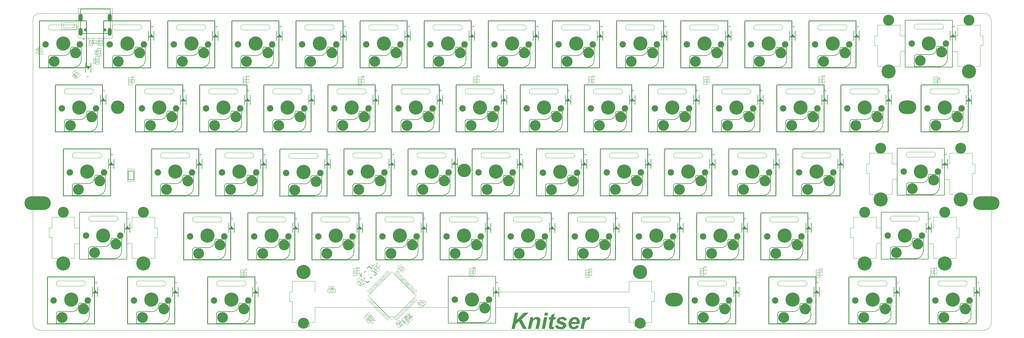
<source format=gts>
G04*
G04 #@! TF.GenerationSoftware,Altium Limited,Altium Designer,20.1.14 (287)*
G04*
G04 Layer_Color=8388736*
%FSLAX44Y44*%
%MOMM*%
G71*
G04*
G04 #@! TF.SameCoordinates,5C55B924-89DB-47C2-A849-1888EFE622F2*
G04*
G04*
G04 #@! TF.FilePolarity,Negative*
G04*
G01*
G75*
%ADD10C,0.0127*%
%ADD11C,0.1000*%
%ADD12C,0.0130*%
%ADD13C,0.0000*%
%ADD14C,0.1501*%
%ADD15C,0.1270*%
%ADD16C,0.2000*%
%ADD17C,0.0500*%
%ADD18C,4.2032*%
%ADD19C,3.2532*%
%ADD20C,3.2032*%
%ADD21C,1.9032*%
%ADD22O,1.2532X2.3032*%
%ADD23C,0.9032*%
%ADD24O,7.8232X4.0132*%
%ADD25O,5.2832X4.0132*%
%ADD26C,4.0132*%
G36*
X-113544Y-35761D02*
X-113501Y-35782D01*
X-113469Y-35803D01*
X-113458Y-35814D01*
X-113415Y-35879D01*
X-113404Y-35954D01*
X-113393Y-36018D01*
Y-36556D01*
X-113179Y-36641D01*
X-112985Y-36727D01*
X-112813Y-36792D01*
X-112652Y-36867D01*
X-112512Y-36921D01*
X-112383Y-36975D01*
X-112276Y-37028D01*
X-112179Y-37071D01*
X-112104Y-37104D01*
X-112040Y-37136D01*
X-111986Y-37168D01*
X-111943Y-37189D01*
X-111911Y-37200D01*
X-111889Y-37211D01*
X-111868Y-37222D01*
X-111664Y-37340D01*
X-111481Y-37458D01*
X-111331Y-37566D01*
X-111202Y-37662D01*
X-111105Y-37748D01*
X-111030Y-37823D01*
X-110987Y-37866D01*
X-110976Y-37877D01*
X-110869Y-38006D01*
X-110761Y-38146D01*
X-110675Y-38296D01*
X-110600Y-38425D01*
X-110546Y-38543D01*
X-110492Y-38640D01*
X-110471Y-38704D01*
X-110460Y-38715D01*
Y-38726D01*
X-108387Y-36427D01*
Y-36265D01*
X-108376Y-36169D01*
X-108354Y-36104D01*
X-108344Y-36061D01*
X-108333Y-36051D01*
X-108290Y-36008D01*
X-108236Y-35986D01*
X-108193Y-35975D01*
X-108182D01*
X-108118Y-35986D01*
X-108075Y-36008D01*
X-108043Y-36040D01*
X-108032Y-36051D01*
X-107989Y-36115D01*
X-107978Y-36179D01*
X-107968Y-36244D01*
Y-37501D01*
X-107978Y-37608D01*
X-108000Y-37673D01*
X-108021Y-37716D01*
X-108032Y-37727D01*
X-108075Y-37759D01*
X-108129Y-37780D01*
X-108161Y-37791D01*
X-108182D01*
X-108247Y-37780D01*
X-108290Y-37759D01*
X-108322Y-37737D01*
X-108333Y-37727D01*
X-108365Y-37662D01*
X-108376Y-37587D01*
X-108387Y-37522D01*
Y-37050D01*
X-110976Y-39918D01*
X-108387D01*
Y-39145D01*
X-108376Y-39048D01*
X-108354Y-38984D01*
X-108344Y-38941D01*
X-108333Y-38930D01*
X-108290Y-38887D01*
X-108236Y-38865D01*
X-108193Y-38855D01*
X-108182D01*
X-108118Y-38865D01*
X-108075Y-38887D01*
X-108043Y-38919D01*
X-108032Y-38930D01*
X-107989Y-38995D01*
X-107978Y-39059D01*
X-107968Y-39123D01*
Y-40896D01*
X-107978Y-41004D01*
X-108000Y-41068D01*
X-108021Y-41111D01*
X-108032Y-41122D01*
X-108075Y-41154D01*
X-108129Y-41175D01*
X-108161Y-41186D01*
X-108182D01*
X-108247Y-41175D01*
X-108290Y-41154D01*
X-108322Y-41133D01*
X-108333Y-41122D01*
X-108365Y-41057D01*
X-108376Y-40982D01*
X-108387Y-40918D01*
Y-40338D01*
X-113393D01*
Y-40896D01*
X-113404Y-41004D01*
X-113426Y-41068D01*
X-113447Y-41111D01*
X-113458Y-41122D01*
X-113501Y-41154D01*
X-113555Y-41175D01*
X-113587Y-41186D01*
X-113608D01*
X-113673Y-41175D01*
X-113716Y-41154D01*
X-113748Y-41133D01*
X-113759Y-41122D01*
X-113791Y-41057D01*
X-113802Y-40982D01*
X-113813Y-40918D01*
Y-39145D01*
X-113802Y-39048D01*
X-113780Y-38984D01*
X-113770Y-38941D01*
X-113759Y-38930D01*
X-113705Y-38887D01*
X-113662Y-38865D01*
X-113619Y-38855D01*
X-113608D01*
X-113544Y-38865D01*
X-113501Y-38887D01*
X-113469Y-38919D01*
X-113458Y-38930D01*
X-113415Y-38995D01*
X-113404Y-39059D01*
X-113393Y-39123D01*
Y-39918D01*
X-111535D01*
X-110772Y-39080D01*
X-110858Y-38833D01*
X-110965Y-38618D01*
X-111094Y-38425D01*
X-111212Y-38264D01*
X-111320Y-38135D01*
X-111406Y-38038D01*
X-111470Y-37974D01*
X-111481Y-37952D01*
X-111492D01*
X-111599Y-37866D01*
X-111739Y-37770D01*
X-111900Y-37684D01*
X-112072Y-37587D01*
X-112255Y-37490D01*
X-112448Y-37404D01*
X-112845Y-37232D01*
X-113039Y-37146D01*
X-113211Y-37071D01*
X-113383Y-37007D01*
X-113522Y-36953D01*
X-113641Y-36910D01*
X-113737Y-36878D01*
X-113791Y-36856D01*
X-113813Y-36846D01*
Y-36040D01*
X-113802Y-35932D01*
X-113780Y-35868D01*
X-113770Y-35825D01*
X-113759Y-35814D01*
X-113705Y-35771D01*
X-113662Y-35761D01*
X-113619Y-35750D01*
X-113608D01*
X-113544Y-35761D01*
D02*
G37*
G36*
X-399294D02*
X-399251Y-35782D01*
X-399219Y-35803D01*
X-399208Y-35814D01*
X-399165Y-35879D01*
X-399154Y-35954D01*
X-399143Y-36018D01*
Y-36556D01*
X-398929Y-36641D01*
X-398735Y-36727D01*
X-398563Y-36792D01*
X-398402Y-36867D01*
X-398262Y-36921D01*
X-398134Y-36975D01*
X-398026Y-37028D01*
X-397929Y-37071D01*
X-397854Y-37104D01*
X-397790Y-37136D01*
X-397736Y-37168D01*
X-397693Y-37189D01*
X-397661Y-37200D01*
X-397639Y-37211D01*
X-397618Y-37222D01*
X-397414Y-37340D01*
X-397231Y-37458D01*
X-397081Y-37566D01*
X-396952Y-37662D01*
X-396855Y-37748D01*
X-396780Y-37823D01*
X-396737Y-37866D01*
X-396726Y-37877D01*
X-396619Y-38006D01*
X-396511Y-38146D01*
X-396425Y-38296D01*
X-396350Y-38425D01*
X-396296Y-38543D01*
X-396242Y-38640D01*
X-396221Y-38704D01*
X-396210Y-38715D01*
Y-38726D01*
X-394137Y-36427D01*
Y-36265D01*
X-394126Y-36169D01*
X-394104Y-36104D01*
X-394094Y-36061D01*
X-394083Y-36051D01*
X-394040Y-36008D01*
X-393986Y-35986D01*
X-393943Y-35975D01*
X-393932D01*
X-393868Y-35986D01*
X-393825Y-36008D01*
X-393793Y-36040D01*
X-393782Y-36051D01*
X-393739Y-36115D01*
X-393728Y-36179D01*
X-393718Y-36244D01*
Y-37501D01*
X-393728Y-37608D01*
X-393750Y-37673D01*
X-393771Y-37716D01*
X-393782Y-37727D01*
X-393825Y-37759D01*
X-393879Y-37780D01*
X-393911Y-37791D01*
X-393932D01*
X-393997Y-37780D01*
X-394040Y-37759D01*
X-394072Y-37737D01*
X-394083Y-37727D01*
X-394115Y-37662D01*
X-394126Y-37587D01*
X-394137Y-37522D01*
Y-37050D01*
X-396726Y-39918D01*
X-394137D01*
Y-39145D01*
X-394126Y-39048D01*
X-394104Y-38984D01*
X-394094Y-38941D01*
X-394083Y-38930D01*
X-394040Y-38887D01*
X-393986Y-38865D01*
X-393943Y-38855D01*
X-393932D01*
X-393868Y-38865D01*
X-393825Y-38887D01*
X-393793Y-38919D01*
X-393782Y-38930D01*
X-393739Y-38995D01*
X-393728Y-39059D01*
X-393718Y-39123D01*
Y-40896D01*
X-393728Y-41004D01*
X-393750Y-41068D01*
X-393771Y-41111D01*
X-393782Y-41122D01*
X-393825Y-41154D01*
X-393879Y-41175D01*
X-393911Y-41186D01*
X-393932D01*
X-393997Y-41175D01*
X-394040Y-41154D01*
X-394072Y-41133D01*
X-394083Y-41122D01*
X-394115Y-41057D01*
X-394126Y-40982D01*
X-394137Y-40918D01*
Y-40338D01*
X-399143D01*
Y-40896D01*
X-399154Y-41004D01*
X-399176Y-41068D01*
X-399197Y-41111D01*
X-399208Y-41122D01*
X-399251Y-41154D01*
X-399305Y-41175D01*
X-399337Y-41186D01*
X-399358D01*
X-399423Y-41175D01*
X-399466Y-41154D01*
X-399498Y-41133D01*
X-399509Y-41122D01*
X-399541Y-41057D01*
X-399552Y-40982D01*
X-399562Y-40918D01*
Y-39145D01*
X-399552Y-39048D01*
X-399530Y-38984D01*
X-399520Y-38941D01*
X-399509Y-38930D01*
X-399455Y-38887D01*
X-399412Y-38865D01*
X-399369Y-38855D01*
X-399358D01*
X-399294Y-38865D01*
X-399251Y-38887D01*
X-399219Y-38919D01*
X-399208Y-38930D01*
X-399165Y-38995D01*
X-399154Y-39059D01*
X-399143Y-39123D01*
Y-39918D01*
X-397285D01*
X-396522Y-39080D01*
X-396608Y-38833D01*
X-396715Y-38618D01*
X-396844Y-38425D01*
X-396962Y-38264D01*
X-397070Y-38135D01*
X-397156Y-38038D01*
X-397220Y-37974D01*
X-397231Y-37952D01*
X-397242D01*
X-397349Y-37866D01*
X-397489Y-37770D01*
X-397650Y-37684D01*
X-397822Y-37587D01*
X-398005Y-37490D01*
X-398198Y-37404D01*
X-398596Y-37232D01*
X-398789Y-37146D01*
X-398961Y-37071D01*
X-399133Y-37007D01*
X-399272Y-36953D01*
X-399391Y-36910D01*
X-399487Y-36878D01*
X-399541Y-36856D01*
X-399562Y-36846D01*
Y-36040D01*
X-399552Y-35932D01*
X-399530Y-35868D01*
X-399520Y-35825D01*
X-399509Y-35814D01*
X-399455Y-35771D01*
X-399412Y-35761D01*
X-399369Y-35750D01*
X-399358D01*
X-399294Y-35761D01*
D02*
G37*
G36*
X-589794D02*
X-589751Y-35782D01*
X-589719Y-35803D01*
X-589708Y-35814D01*
X-589665Y-35879D01*
X-589654Y-35954D01*
X-589644Y-36018D01*
Y-36556D01*
X-589429Y-36641D01*
X-589235Y-36727D01*
X-589063Y-36792D01*
X-588902Y-36867D01*
X-588762Y-36921D01*
X-588633Y-36975D01*
X-588526Y-37028D01*
X-588429Y-37071D01*
X-588354Y-37104D01*
X-588290Y-37136D01*
X-588236Y-37168D01*
X-588193Y-37189D01*
X-588161Y-37200D01*
X-588139Y-37211D01*
X-588118Y-37222D01*
X-587914Y-37340D01*
X-587731Y-37458D01*
X-587581Y-37566D01*
X-587452Y-37662D01*
X-587355Y-37748D01*
X-587280Y-37823D01*
X-587237Y-37866D01*
X-587226Y-37877D01*
X-587119Y-38006D01*
X-587011Y-38146D01*
X-586925Y-38296D01*
X-586850Y-38425D01*
X-586796Y-38543D01*
X-586743Y-38640D01*
X-586721Y-38704D01*
X-586710Y-38715D01*
Y-38726D01*
X-584637Y-36427D01*
Y-36265D01*
X-584626Y-36169D01*
X-584604Y-36104D01*
X-584594Y-36061D01*
X-584583Y-36051D01*
X-584540Y-36008D01*
X-584486Y-35986D01*
X-584443Y-35975D01*
X-584432D01*
X-584368Y-35986D01*
X-584325Y-36008D01*
X-584293Y-36040D01*
X-584282Y-36051D01*
X-584239Y-36115D01*
X-584228Y-36179D01*
X-584218Y-36244D01*
Y-37501D01*
X-584228Y-37608D01*
X-584250Y-37673D01*
X-584271Y-37716D01*
X-584282Y-37727D01*
X-584325Y-37759D01*
X-584379Y-37780D01*
X-584411Y-37791D01*
X-584432D01*
X-584497Y-37780D01*
X-584540Y-37759D01*
X-584572Y-37737D01*
X-584583Y-37727D01*
X-584615Y-37662D01*
X-584626Y-37587D01*
X-584637Y-37522D01*
Y-37050D01*
X-587226Y-39918D01*
X-584637D01*
Y-39145D01*
X-584626Y-39048D01*
X-584604Y-38984D01*
X-584594Y-38941D01*
X-584583Y-38930D01*
X-584540Y-38887D01*
X-584486Y-38865D01*
X-584443Y-38855D01*
X-584432D01*
X-584368Y-38865D01*
X-584325Y-38887D01*
X-584293Y-38919D01*
X-584282Y-38930D01*
X-584239Y-38995D01*
X-584228Y-39059D01*
X-584218Y-39123D01*
Y-40896D01*
X-584228Y-41004D01*
X-584250Y-41068D01*
X-584271Y-41111D01*
X-584282Y-41122D01*
X-584325Y-41154D01*
X-584379Y-41175D01*
X-584411Y-41186D01*
X-584432D01*
X-584497Y-41175D01*
X-584540Y-41154D01*
X-584572Y-41133D01*
X-584583Y-41122D01*
X-584615Y-41057D01*
X-584626Y-40982D01*
X-584637Y-40918D01*
Y-40338D01*
X-589644D01*
Y-40896D01*
X-589654Y-41004D01*
X-589676Y-41068D01*
X-589697Y-41111D01*
X-589708Y-41122D01*
X-589751Y-41154D01*
X-589805Y-41175D01*
X-589837Y-41186D01*
X-589858D01*
X-589923Y-41175D01*
X-589966Y-41154D01*
X-589998Y-41133D01*
X-590009Y-41122D01*
X-590041Y-41057D01*
X-590052Y-40982D01*
X-590062Y-40918D01*
Y-39145D01*
X-590052Y-39048D01*
X-590030Y-38984D01*
X-590019Y-38941D01*
X-590009Y-38930D01*
X-589955Y-38887D01*
X-589912Y-38865D01*
X-589869Y-38855D01*
X-589858D01*
X-589794Y-38865D01*
X-589751Y-38887D01*
X-589719Y-38919D01*
X-589708Y-38930D01*
X-589665Y-38995D01*
X-589654Y-39059D01*
X-589644Y-39123D01*
Y-39918D01*
X-587785D01*
X-587022Y-39080D01*
X-587108Y-38833D01*
X-587215Y-38618D01*
X-587344Y-38425D01*
X-587462Y-38264D01*
X-587570Y-38135D01*
X-587656Y-38038D01*
X-587720Y-37974D01*
X-587731Y-37952D01*
X-587742D01*
X-587849Y-37866D01*
X-587989Y-37770D01*
X-588150Y-37684D01*
X-588322Y-37587D01*
X-588505Y-37490D01*
X-588698Y-37404D01*
X-589095Y-37232D01*
X-589289Y-37146D01*
X-589461Y-37071D01*
X-589633Y-37007D01*
X-589772Y-36953D01*
X-589891Y-36910D01*
X-589987Y-36878D01*
X-590041Y-36856D01*
X-590062Y-36846D01*
Y-36040D01*
X-590052Y-35932D01*
X-590030Y-35868D01*
X-590019Y-35825D01*
X-590009Y-35814D01*
X-589955Y-35771D01*
X-589912Y-35761D01*
X-589869Y-35750D01*
X-589858D01*
X-589794Y-35761D01*
D02*
G37*
G36*
X-780294D02*
X-780251Y-35782D01*
X-780219Y-35803D01*
X-780208Y-35814D01*
X-780165Y-35879D01*
X-780154Y-35954D01*
X-780144Y-36018D01*
Y-36556D01*
X-779929Y-36641D01*
X-779735Y-36727D01*
X-779563Y-36792D01*
X-779402Y-36867D01*
X-779262Y-36921D01*
X-779134Y-36975D01*
X-779026Y-37028D01*
X-778929Y-37071D01*
X-778854Y-37104D01*
X-778790Y-37136D01*
X-778736Y-37168D01*
X-778693Y-37189D01*
X-778661Y-37200D01*
X-778639Y-37211D01*
X-778618Y-37222D01*
X-778414Y-37340D01*
X-778231Y-37458D01*
X-778081Y-37566D01*
X-777952Y-37662D01*
X-777855Y-37748D01*
X-777780Y-37823D01*
X-777737Y-37866D01*
X-777726Y-37877D01*
X-777619Y-38006D01*
X-777511Y-38146D01*
X-777425Y-38296D01*
X-777350Y-38425D01*
X-777296Y-38543D01*
X-777243Y-38640D01*
X-777221Y-38704D01*
X-777210Y-38715D01*
Y-38726D01*
X-775137Y-36427D01*
Y-36265D01*
X-775126Y-36169D01*
X-775104Y-36104D01*
X-775094Y-36061D01*
X-775083Y-36051D01*
X-775040Y-36008D01*
X-774986Y-35986D01*
X-774943Y-35975D01*
X-774932D01*
X-774868Y-35986D01*
X-774825Y-36008D01*
X-774793Y-36040D01*
X-774782Y-36051D01*
X-774739Y-36115D01*
X-774728Y-36179D01*
X-774718Y-36244D01*
Y-37501D01*
X-774728Y-37608D01*
X-774750Y-37673D01*
X-774771Y-37716D01*
X-774782Y-37727D01*
X-774825Y-37759D01*
X-774879Y-37780D01*
X-774911Y-37791D01*
X-774932D01*
X-774997Y-37780D01*
X-775040Y-37759D01*
X-775072Y-37737D01*
X-775083Y-37727D01*
X-775115Y-37662D01*
X-775126Y-37587D01*
X-775137Y-37522D01*
Y-37050D01*
X-777726Y-39918D01*
X-775137D01*
Y-39145D01*
X-775126Y-39048D01*
X-775104Y-38984D01*
X-775094Y-38941D01*
X-775083Y-38930D01*
X-775040Y-38887D01*
X-774986Y-38865D01*
X-774943Y-38855D01*
X-774932D01*
X-774868Y-38865D01*
X-774825Y-38887D01*
X-774793Y-38919D01*
X-774782Y-38930D01*
X-774739Y-38995D01*
X-774728Y-39059D01*
X-774718Y-39123D01*
Y-40896D01*
X-774728Y-41004D01*
X-774750Y-41068D01*
X-774771Y-41111D01*
X-774782Y-41122D01*
X-774825Y-41154D01*
X-774879Y-41175D01*
X-774911Y-41186D01*
X-774932D01*
X-774997Y-41175D01*
X-775040Y-41154D01*
X-775072Y-41133D01*
X-775083Y-41122D01*
X-775115Y-41057D01*
X-775126Y-40982D01*
X-775137Y-40918D01*
Y-40338D01*
X-780144D01*
Y-40896D01*
X-780154Y-41004D01*
X-780176Y-41068D01*
X-780197Y-41111D01*
X-780208Y-41122D01*
X-780251Y-41154D01*
X-780305Y-41175D01*
X-780337Y-41186D01*
X-780358D01*
X-780423Y-41175D01*
X-780466Y-41154D01*
X-780498Y-41133D01*
X-780509Y-41122D01*
X-780541Y-41057D01*
X-780552Y-40982D01*
X-780563Y-40918D01*
Y-39145D01*
X-780552Y-39048D01*
X-780530Y-38984D01*
X-780519Y-38941D01*
X-780509Y-38930D01*
X-780455Y-38887D01*
X-780412Y-38865D01*
X-780369Y-38855D01*
X-780358D01*
X-780294Y-38865D01*
X-780251Y-38887D01*
X-780219Y-38919D01*
X-780208Y-38930D01*
X-780165Y-38995D01*
X-780154Y-39059D01*
X-780144Y-39123D01*
Y-39918D01*
X-778285D01*
X-777522Y-39080D01*
X-777608Y-38833D01*
X-777715Y-38618D01*
X-777844Y-38425D01*
X-777962Y-38264D01*
X-778070Y-38135D01*
X-778156Y-38038D01*
X-778220Y-37974D01*
X-778231Y-37952D01*
X-778242D01*
X-778349Y-37866D01*
X-778489Y-37770D01*
X-778650Y-37684D01*
X-778822Y-37587D01*
X-779005Y-37490D01*
X-779198Y-37404D01*
X-779595Y-37232D01*
X-779789Y-37146D01*
X-779961Y-37071D01*
X-780133Y-37007D01*
X-780272Y-36953D01*
X-780391Y-36910D01*
X-780487Y-36878D01*
X-780541Y-36856D01*
X-780563Y-36846D01*
Y-36040D01*
X-780552Y-35932D01*
X-780530Y-35868D01*
X-780519Y-35825D01*
X-780509Y-35814D01*
X-780455Y-35771D01*
X-780412Y-35761D01*
X-780369Y-35750D01*
X-780358D01*
X-780294Y-35761D01*
D02*
G37*
G36*
X-970794D02*
X-970751Y-35782D01*
X-970719Y-35803D01*
X-970708Y-35814D01*
X-970665Y-35879D01*
X-970654Y-35954D01*
X-970643Y-36018D01*
Y-36556D01*
X-970429Y-36641D01*
X-970235Y-36727D01*
X-970063Y-36792D01*
X-969902Y-36867D01*
X-969762Y-36921D01*
X-969633Y-36975D01*
X-969526Y-37028D01*
X-969429Y-37071D01*
X-969354Y-37104D01*
X-969290Y-37136D01*
X-969236Y-37168D01*
X-969193Y-37189D01*
X-969161Y-37200D01*
X-969139Y-37211D01*
X-969118Y-37222D01*
X-968914Y-37340D01*
X-968731Y-37458D01*
X-968581Y-37566D01*
X-968452Y-37662D01*
X-968355Y-37748D01*
X-968280Y-37823D01*
X-968237Y-37866D01*
X-968226Y-37877D01*
X-968119Y-38006D01*
X-968011Y-38146D01*
X-967925Y-38296D01*
X-967850Y-38425D01*
X-967796Y-38543D01*
X-967742Y-38640D01*
X-967721Y-38704D01*
X-967710Y-38715D01*
Y-38726D01*
X-965637Y-36427D01*
Y-36265D01*
X-965626Y-36169D01*
X-965604Y-36104D01*
X-965594Y-36061D01*
X-965583Y-36051D01*
X-965540Y-36008D01*
X-965486Y-35986D01*
X-965443Y-35975D01*
X-965433D01*
X-965368Y-35986D01*
X-965325Y-36008D01*
X-965293Y-36040D01*
X-965282Y-36051D01*
X-965239Y-36115D01*
X-965228Y-36179D01*
X-965218Y-36244D01*
Y-37501D01*
X-965228Y-37608D01*
X-965250Y-37673D01*
X-965271Y-37716D01*
X-965282Y-37727D01*
X-965325Y-37759D01*
X-965379Y-37780D01*
X-965411Y-37791D01*
X-965433D01*
X-965497Y-37780D01*
X-965540Y-37759D01*
X-965572Y-37737D01*
X-965583Y-37727D01*
X-965615Y-37662D01*
X-965626Y-37587D01*
X-965637Y-37522D01*
Y-37050D01*
X-968226Y-39918D01*
X-965637D01*
Y-39145D01*
X-965626Y-39048D01*
X-965604Y-38984D01*
X-965594Y-38941D01*
X-965583Y-38930D01*
X-965540Y-38887D01*
X-965486Y-38865D01*
X-965443Y-38855D01*
X-965433D01*
X-965368Y-38865D01*
X-965325Y-38887D01*
X-965293Y-38919D01*
X-965282Y-38930D01*
X-965239Y-38995D01*
X-965228Y-39059D01*
X-965218Y-39123D01*
Y-40896D01*
X-965228Y-41004D01*
X-965250Y-41068D01*
X-965271Y-41111D01*
X-965282Y-41122D01*
X-965325Y-41154D01*
X-965379Y-41175D01*
X-965411Y-41186D01*
X-965433D01*
X-965497Y-41175D01*
X-965540Y-41154D01*
X-965572Y-41133D01*
X-965583Y-41122D01*
X-965615Y-41057D01*
X-965626Y-40982D01*
X-965637Y-40918D01*
Y-40338D01*
X-970643D01*
Y-40896D01*
X-970654Y-41004D01*
X-970676Y-41068D01*
X-970697Y-41111D01*
X-970708Y-41122D01*
X-970751Y-41154D01*
X-970805Y-41175D01*
X-970837Y-41186D01*
X-970858D01*
X-970923Y-41175D01*
X-970966Y-41154D01*
X-970998Y-41133D01*
X-971009Y-41122D01*
X-971041Y-41057D01*
X-971052Y-40982D01*
X-971062Y-40918D01*
Y-39145D01*
X-971052Y-39048D01*
X-971030Y-38984D01*
X-971020Y-38941D01*
X-971009Y-38930D01*
X-970955Y-38887D01*
X-970912Y-38865D01*
X-970869Y-38855D01*
X-970858D01*
X-970794Y-38865D01*
X-970751Y-38887D01*
X-970719Y-38919D01*
X-970708Y-38930D01*
X-970665Y-38995D01*
X-970654Y-39059D01*
X-970643Y-39123D01*
Y-39918D01*
X-968785D01*
X-968022Y-39080D01*
X-968108Y-38833D01*
X-968215Y-38618D01*
X-968344Y-38425D01*
X-968462Y-38264D01*
X-968570Y-38135D01*
X-968656Y-38038D01*
X-968720Y-37974D01*
X-968731Y-37952D01*
X-968742D01*
X-968849Y-37866D01*
X-968989Y-37770D01*
X-969150Y-37684D01*
X-969322Y-37587D01*
X-969505Y-37490D01*
X-969698Y-37404D01*
X-970096Y-37232D01*
X-970289Y-37146D01*
X-970461Y-37071D01*
X-970633Y-37007D01*
X-970772Y-36953D01*
X-970891Y-36910D01*
X-970987Y-36878D01*
X-971041Y-36856D01*
X-971062Y-36846D01*
Y-36040D01*
X-971052Y-35932D01*
X-971030Y-35868D01*
X-971020Y-35825D01*
X-971009Y-35814D01*
X-970955Y-35771D01*
X-970912Y-35761D01*
X-970869Y-35750D01*
X-970858D01*
X-970794Y-35761D01*
D02*
G37*
G36*
X-1161294D02*
X-1161251Y-35782D01*
X-1161219Y-35803D01*
X-1161208Y-35814D01*
X-1161165Y-35879D01*
X-1161154Y-35954D01*
X-1161143Y-36018D01*
Y-36556D01*
X-1160929Y-36641D01*
X-1160735Y-36727D01*
X-1160563Y-36792D01*
X-1160402Y-36867D01*
X-1160262Y-36921D01*
X-1160134Y-36975D01*
X-1160026Y-37028D01*
X-1159929Y-37071D01*
X-1159854Y-37104D01*
X-1159790Y-37136D01*
X-1159736Y-37168D01*
X-1159693Y-37189D01*
X-1159661Y-37200D01*
X-1159639Y-37211D01*
X-1159618Y-37222D01*
X-1159414Y-37340D01*
X-1159231Y-37458D01*
X-1159081Y-37566D01*
X-1158952Y-37662D01*
X-1158855Y-37748D01*
X-1158780Y-37823D01*
X-1158737Y-37866D01*
X-1158726Y-37877D01*
X-1158619Y-38006D01*
X-1158511Y-38146D01*
X-1158425Y-38296D01*
X-1158350Y-38425D01*
X-1158296Y-38543D01*
X-1158242Y-38640D01*
X-1158221Y-38704D01*
X-1158210Y-38715D01*
Y-38726D01*
X-1156137Y-36427D01*
Y-36265D01*
X-1156126Y-36169D01*
X-1156104Y-36104D01*
X-1156094Y-36061D01*
X-1156083Y-36051D01*
X-1156040Y-36008D01*
X-1155986Y-35986D01*
X-1155943Y-35975D01*
X-1155932D01*
X-1155868Y-35986D01*
X-1155825Y-36008D01*
X-1155793Y-36040D01*
X-1155782Y-36051D01*
X-1155739Y-36115D01*
X-1155728Y-36179D01*
X-1155718Y-36244D01*
Y-37501D01*
X-1155728Y-37608D01*
X-1155750Y-37673D01*
X-1155771Y-37716D01*
X-1155782Y-37727D01*
X-1155825Y-37759D01*
X-1155879Y-37780D01*
X-1155911Y-37791D01*
X-1155932D01*
X-1155997Y-37780D01*
X-1156040Y-37759D01*
X-1156072Y-37737D01*
X-1156083Y-37727D01*
X-1156115Y-37662D01*
X-1156126Y-37587D01*
X-1156137Y-37522D01*
Y-37050D01*
X-1158726Y-39918D01*
X-1156137D01*
Y-39145D01*
X-1156126Y-39048D01*
X-1156104Y-38984D01*
X-1156094Y-38941D01*
X-1156083Y-38930D01*
X-1156040Y-38887D01*
X-1155986Y-38865D01*
X-1155943Y-38855D01*
X-1155932D01*
X-1155868Y-38865D01*
X-1155825Y-38887D01*
X-1155793Y-38919D01*
X-1155782Y-38930D01*
X-1155739Y-38995D01*
X-1155728Y-39059D01*
X-1155718Y-39123D01*
Y-40896D01*
X-1155728Y-41004D01*
X-1155750Y-41068D01*
X-1155771Y-41111D01*
X-1155782Y-41122D01*
X-1155825Y-41154D01*
X-1155879Y-41175D01*
X-1155911Y-41186D01*
X-1155932D01*
X-1155997Y-41175D01*
X-1156040Y-41154D01*
X-1156072Y-41133D01*
X-1156083Y-41122D01*
X-1156115Y-41057D01*
X-1156126Y-40982D01*
X-1156137Y-40918D01*
Y-40338D01*
X-1161143D01*
Y-40896D01*
X-1161154Y-41004D01*
X-1161176Y-41068D01*
X-1161197Y-41111D01*
X-1161208Y-41122D01*
X-1161251Y-41154D01*
X-1161305Y-41175D01*
X-1161337Y-41186D01*
X-1161358D01*
X-1161423Y-41175D01*
X-1161466Y-41154D01*
X-1161498Y-41133D01*
X-1161509Y-41122D01*
X-1161541Y-41057D01*
X-1161552Y-40982D01*
X-1161562Y-40918D01*
Y-39145D01*
X-1161552Y-39048D01*
X-1161530Y-38984D01*
X-1161519Y-38941D01*
X-1161509Y-38930D01*
X-1161455Y-38887D01*
X-1161412Y-38865D01*
X-1161369Y-38855D01*
X-1161358D01*
X-1161294Y-38865D01*
X-1161251Y-38887D01*
X-1161219Y-38919D01*
X-1161208Y-38930D01*
X-1161165Y-38995D01*
X-1161154Y-39059D01*
X-1161143Y-39123D01*
Y-39918D01*
X-1159285D01*
X-1158522Y-39080D01*
X-1158608Y-38833D01*
X-1158715Y-38618D01*
X-1158844Y-38425D01*
X-1158962Y-38264D01*
X-1159070Y-38135D01*
X-1159156Y-38038D01*
X-1159220Y-37974D01*
X-1159231Y-37952D01*
X-1159242D01*
X-1159349Y-37866D01*
X-1159489Y-37770D01*
X-1159650Y-37684D01*
X-1159822Y-37587D01*
X-1160005Y-37490D01*
X-1160198Y-37404D01*
X-1160595Y-37232D01*
X-1160789Y-37146D01*
X-1160961Y-37071D01*
X-1161133Y-37007D01*
X-1161272Y-36953D01*
X-1161391Y-36910D01*
X-1161487Y-36878D01*
X-1161541Y-36856D01*
X-1161562Y-36846D01*
Y-36040D01*
X-1161552Y-35932D01*
X-1161530Y-35868D01*
X-1161519Y-35825D01*
X-1161509Y-35814D01*
X-1161455Y-35771D01*
X-1161412Y-35761D01*
X-1161369Y-35750D01*
X-1161358D01*
X-1161294Y-35761D01*
D02*
G37*
G36*
X-1351794D02*
X-1351751Y-35782D01*
X-1351719Y-35803D01*
X-1351708Y-35814D01*
X-1351665Y-35879D01*
X-1351654Y-35954D01*
X-1351644Y-36018D01*
Y-36556D01*
X-1351429Y-36641D01*
X-1351235Y-36727D01*
X-1351063Y-36792D01*
X-1350902Y-36867D01*
X-1350762Y-36921D01*
X-1350634Y-36975D01*
X-1350526Y-37028D01*
X-1350429Y-37071D01*
X-1350354Y-37104D01*
X-1350290Y-37136D01*
X-1350236Y-37168D01*
X-1350193Y-37189D01*
X-1350161Y-37200D01*
X-1350139Y-37211D01*
X-1350118Y-37222D01*
X-1349914Y-37340D01*
X-1349731Y-37458D01*
X-1349581Y-37566D01*
X-1349452Y-37662D01*
X-1349355Y-37748D01*
X-1349280Y-37823D01*
X-1349237Y-37866D01*
X-1349226Y-37877D01*
X-1349119Y-38006D01*
X-1349011Y-38146D01*
X-1348925Y-38296D01*
X-1348850Y-38425D01*
X-1348796Y-38543D01*
X-1348743Y-38640D01*
X-1348721Y-38704D01*
X-1348710Y-38715D01*
Y-38726D01*
X-1346637Y-36427D01*
Y-36265D01*
X-1346626Y-36169D01*
X-1346604Y-36104D01*
X-1346594Y-36061D01*
X-1346583Y-36051D01*
X-1346540Y-36008D01*
X-1346486Y-35986D01*
X-1346443Y-35975D01*
X-1346432D01*
X-1346368Y-35986D01*
X-1346325Y-36008D01*
X-1346293Y-36040D01*
X-1346282Y-36051D01*
X-1346239Y-36115D01*
X-1346228Y-36179D01*
X-1346218Y-36244D01*
Y-37501D01*
X-1346228Y-37608D01*
X-1346250Y-37673D01*
X-1346271Y-37716D01*
X-1346282Y-37727D01*
X-1346325Y-37759D01*
X-1346379Y-37780D01*
X-1346411Y-37791D01*
X-1346432D01*
X-1346497Y-37780D01*
X-1346540Y-37759D01*
X-1346572Y-37737D01*
X-1346583Y-37727D01*
X-1346615Y-37662D01*
X-1346626Y-37587D01*
X-1346637Y-37522D01*
Y-37050D01*
X-1349226Y-39918D01*
X-1346637D01*
Y-39145D01*
X-1346626Y-39048D01*
X-1346604Y-38984D01*
X-1346594Y-38941D01*
X-1346583Y-38930D01*
X-1346540Y-38887D01*
X-1346486Y-38865D01*
X-1346443Y-38855D01*
X-1346432D01*
X-1346368Y-38865D01*
X-1346325Y-38887D01*
X-1346293Y-38919D01*
X-1346282Y-38930D01*
X-1346239Y-38995D01*
X-1346228Y-39059D01*
X-1346218Y-39123D01*
Y-40896D01*
X-1346228Y-41004D01*
X-1346250Y-41068D01*
X-1346271Y-41111D01*
X-1346282Y-41122D01*
X-1346325Y-41154D01*
X-1346379Y-41175D01*
X-1346411Y-41186D01*
X-1346432D01*
X-1346497Y-41175D01*
X-1346540Y-41154D01*
X-1346572Y-41133D01*
X-1346583Y-41122D01*
X-1346615Y-41057D01*
X-1346626Y-40982D01*
X-1346637Y-40918D01*
Y-40338D01*
X-1351644D01*
Y-40896D01*
X-1351654Y-41004D01*
X-1351676Y-41068D01*
X-1351697Y-41111D01*
X-1351708Y-41122D01*
X-1351751Y-41154D01*
X-1351805Y-41175D01*
X-1351837Y-41186D01*
X-1351858D01*
X-1351923Y-41175D01*
X-1351966Y-41154D01*
X-1351998Y-41133D01*
X-1352009Y-41122D01*
X-1352041Y-41057D01*
X-1352052Y-40982D01*
X-1352063Y-40918D01*
Y-39145D01*
X-1352052Y-39048D01*
X-1352030Y-38984D01*
X-1352020Y-38941D01*
X-1352009Y-38930D01*
X-1351955Y-38887D01*
X-1351912Y-38865D01*
X-1351869Y-38855D01*
X-1351858D01*
X-1351794Y-38865D01*
X-1351751Y-38887D01*
X-1351719Y-38919D01*
X-1351708Y-38930D01*
X-1351665Y-38995D01*
X-1351654Y-39059D01*
X-1351644Y-39123D01*
Y-39918D01*
X-1349785D01*
X-1349022Y-39080D01*
X-1349108Y-38833D01*
X-1349215Y-38618D01*
X-1349344Y-38425D01*
X-1349462Y-38264D01*
X-1349570Y-38135D01*
X-1349656Y-38038D01*
X-1349720Y-37974D01*
X-1349731Y-37952D01*
X-1349742D01*
X-1349849Y-37866D01*
X-1349989Y-37770D01*
X-1350150Y-37684D01*
X-1350322Y-37587D01*
X-1350505Y-37490D01*
X-1350698Y-37404D01*
X-1351095Y-37232D01*
X-1351289Y-37146D01*
X-1351461Y-37071D01*
X-1351633Y-37007D01*
X-1351772Y-36953D01*
X-1351891Y-36910D01*
X-1351987Y-36878D01*
X-1352041Y-36856D01*
X-1352063Y-36846D01*
Y-36040D01*
X-1352052Y-35932D01*
X-1352030Y-35868D01*
X-1352020Y-35825D01*
X-1352009Y-35814D01*
X-1351955Y-35771D01*
X-1351912Y-35761D01*
X-1351869Y-35750D01*
X-1351858D01*
X-1351794Y-35761D01*
D02*
G37*
G36*
X-1542294D02*
X-1542251Y-35782D01*
X-1542219Y-35803D01*
X-1542208Y-35814D01*
X-1542165Y-35879D01*
X-1542154Y-35954D01*
X-1542144Y-36018D01*
Y-36556D01*
X-1541929Y-36641D01*
X-1541735Y-36727D01*
X-1541563Y-36792D01*
X-1541402Y-36867D01*
X-1541262Y-36921D01*
X-1541134Y-36975D01*
X-1541026Y-37028D01*
X-1540929Y-37071D01*
X-1540854Y-37104D01*
X-1540790Y-37136D01*
X-1540736Y-37168D01*
X-1540693Y-37189D01*
X-1540661Y-37200D01*
X-1540639Y-37211D01*
X-1540618Y-37222D01*
X-1540414Y-37340D01*
X-1540231Y-37458D01*
X-1540081Y-37566D01*
X-1539952Y-37662D01*
X-1539855Y-37748D01*
X-1539780Y-37823D01*
X-1539737Y-37866D01*
X-1539726Y-37877D01*
X-1539619Y-38006D01*
X-1539511Y-38146D01*
X-1539425Y-38296D01*
X-1539350Y-38425D01*
X-1539296Y-38543D01*
X-1539243Y-38640D01*
X-1539221Y-38704D01*
X-1539210Y-38715D01*
Y-38726D01*
X-1537137Y-36427D01*
Y-36265D01*
X-1537126Y-36169D01*
X-1537104Y-36104D01*
X-1537094Y-36061D01*
X-1537083Y-36051D01*
X-1537040Y-36008D01*
X-1536986Y-35986D01*
X-1536943Y-35975D01*
X-1536933D01*
X-1536868Y-35986D01*
X-1536825Y-36008D01*
X-1536793Y-36040D01*
X-1536782Y-36051D01*
X-1536739Y-36115D01*
X-1536728Y-36179D01*
X-1536718Y-36244D01*
Y-37501D01*
X-1536728Y-37608D01*
X-1536750Y-37673D01*
X-1536771Y-37716D01*
X-1536782Y-37727D01*
X-1536825Y-37759D01*
X-1536879Y-37780D01*
X-1536911Y-37791D01*
X-1536933D01*
X-1536997Y-37780D01*
X-1537040Y-37759D01*
X-1537072Y-37737D01*
X-1537083Y-37727D01*
X-1537115Y-37662D01*
X-1537126Y-37587D01*
X-1537137Y-37522D01*
Y-37050D01*
X-1539726Y-39918D01*
X-1537137D01*
Y-39145D01*
X-1537126Y-39048D01*
X-1537104Y-38984D01*
X-1537094Y-38941D01*
X-1537083Y-38930D01*
X-1537040Y-38887D01*
X-1536986Y-38865D01*
X-1536943Y-38855D01*
X-1536933D01*
X-1536868Y-38865D01*
X-1536825Y-38887D01*
X-1536793Y-38919D01*
X-1536782Y-38930D01*
X-1536739Y-38995D01*
X-1536728Y-39059D01*
X-1536718Y-39123D01*
Y-40896D01*
X-1536728Y-41004D01*
X-1536750Y-41068D01*
X-1536771Y-41111D01*
X-1536782Y-41122D01*
X-1536825Y-41154D01*
X-1536879Y-41175D01*
X-1536911Y-41186D01*
X-1536933D01*
X-1536997Y-41175D01*
X-1537040Y-41154D01*
X-1537072Y-41133D01*
X-1537083Y-41122D01*
X-1537115Y-41057D01*
X-1537126Y-40982D01*
X-1537137Y-40918D01*
Y-40338D01*
X-1542144D01*
Y-40896D01*
X-1542154Y-41004D01*
X-1542176Y-41068D01*
X-1542197Y-41111D01*
X-1542208Y-41122D01*
X-1542251Y-41154D01*
X-1542305Y-41175D01*
X-1542337Y-41186D01*
X-1542358D01*
X-1542423Y-41175D01*
X-1542466Y-41154D01*
X-1542498Y-41133D01*
X-1542509Y-41122D01*
X-1542541Y-41057D01*
X-1542552Y-40982D01*
X-1542563Y-40918D01*
Y-39145D01*
X-1542552Y-39048D01*
X-1542530Y-38984D01*
X-1542520Y-38941D01*
X-1542509Y-38930D01*
X-1542455Y-38887D01*
X-1542412Y-38865D01*
X-1542369Y-38855D01*
X-1542358D01*
X-1542294Y-38865D01*
X-1542251Y-38887D01*
X-1542219Y-38919D01*
X-1542208Y-38930D01*
X-1542165Y-38995D01*
X-1542154Y-39059D01*
X-1542144Y-39123D01*
Y-39918D01*
X-1540285D01*
X-1539522Y-39080D01*
X-1539608Y-38833D01*
X-1539715Y-38618D01*
X-1539844Y-38425D01*
X-1539962Y-38264D01*
X-1540070Y-38135D01*
X-1540156Y-38038D01*
X-1540220Y-37974D01*
X-1540231Y-37952D01*
X-1540242D01*
X-1540349Y-37866D01*
X-1540489Y-37770D01*
X-1540650Y-37684D01*
X-1540822Y-37587D01*
X-1541005Y-37490D01*
X-1541198Y-37404D01*
X-1541595Y-37232D01*
X-1541789Y-37146D01*
X-1541961Y-37071D01*
X-1542133Y-37007D01*
X-1542272Y-36953D01*
X-1542391Y-36910D01*
X-1542487Y-36878D01*
X-1542541Y-36856D01*
X-1542563Y-36846D01*
Y-36040D01*
X-1542552Y-35932D01*
X-1542530Y-35868D01*
X-1542520Y-35825D01*
X-1542509Y-35814D01*
X-1542455Y-35771D01*
X-1542412Y-35761D01*
X-1542369Y-35750D01*
X-1542358D01*
X-1542294Y-35761D01*
D02*
G37*
G36*
X-1732794D02*
X-1732751Y-35782D01*
X-1732719Y-35803D01*
X-1732708Y-35814D01*
X-1732665Y-35879D01*
X-1732654Y-35954D01*
X-1732643Y-36018D01*
Y-36556D01*
X-1732429Y-36641D01*
X-1732235Y-36727D01*
X-1732063Y-36792D01*
X-1731902Y-36867D01*
X-1731762Y-36921D01*
X-1731633Y-36975D01*
X-1731526Y-37028D01*
X-1731429Y-37071D01*
X-1731354Y-37104D01*
X-1731290Y-37136D01*
X-1731236Y-37168D01*
X-1731193Y-37189D01*
X-1731161Y-37200D01*
X-1731139Y-37211D01*
X-1731118Y-37222D01*
X-1730914Y-37340D01*
X-1730731Y-37458D01*
X-1730581Y-37566D01*
X-1730452Y-37662D01*
X-1730355Y-37748D01*
X-1730280Y-37823D01*
X-1730237Y-37866D01*
X-1730226Y-37877D01*
X-1730119Y-38006D01*
X-1730011Y-38146D01*
X-1729925Y-38296D01*
X-1729850Y-38425D01*
X-1729796Y-38543D01*
X-1729742Y-38640D01*
X-1729721Y-38704D01*
X-1729710Y-38715D01*
Y-38726D01*
X-1727637Y-36427D01*
Y-36265D01*
X-1727626Y-36169D01*
X-1727604Y-36104D01*
X-1727594Y-36061D01*
X-1727583Y-36051D01*
X-1727540Y-36008D01*
X-1727486Y-35986D01*
X-1727443Y-35975D01*
X-1727433D01*
X-1727368Y-35986D01*
X-1727325Y-36008D01*
X-1727293Y-36040D01*
X-1727282Y-36051D01*
X-1727239Y-36115D01*
X-1727228Y-36179D01*
X-1727218Y-36244D01*
Y-37501D01*
X-1727228Y-37608D01*
X-1727250Y-37673D01*
X-1727271Y-37716D01*
X-1727282Y-37727D01*
X-1727325Y-37759D01*
X-1727379Y-37780D01*
X-1727411Y-37791D01*
X-1727433D01*
X-1727497Y-37780D01*
X-1727540Y-37759D01*
X-1727572Y-37737D01*
X-1727583Y-37727D01*
X-1727615Y-37662D01*
X-1727626Y-37587D01*
X-1727637Y-37522D01*
Y-37050D01*
X-1730226Y-39918D01*
X-1727637D01*
Y-39145D01*
X-1727626Y-39048D01*
X-1727604Y-38984D01*
X-1727594Y-38941D01*
X-1727583Y-38930D01*
X-1727540Y-38887D01*
X-1727486Y-38865D01*
X-1727443Y-38855D01*
X-1727433D01*
X-1727368Y-38865D01*
X-1727325Y-38887D01*
X-1727293Y-38919D01*
X-1727282Y-38930D01*
X-1727239Y-38995D01*
X-1727228Y-39059D01*
X-1727218Y-39123D01*
Y-40896D01*
X-1727228Y-41004D01*
X-1727250Y-41068D01*
X-1727271Y-41111D01*
X-1727282Y-41122D01*
X-1727325Y-41154D01*
X-1727379Y-41175D01*
X-1727411Y-41186D01*
X-1727433D01*
X-1727497Y-41175D01*
X-1727540Y-41154D01*
X-1727572Y-41133D01*
X-1727583Y-41122D01*
X-1727615Y-41057D01*
X-1727626Y-40982D01*
X-1727637Y-40918D01*
Y-40338D01*
X-1732643D01*
Y-40896D01*
X-1732654Y-41004D01*
X-1732676Y-41068D01*
X-1732697Y-41111D01*
X-1732708Y-41122D01*
X-1732751Y-41154D01*
X-1732805Y-41175D01*
X-1732837Y-41186D01*
X-1732858D01*
X-1732923Y-41175D01*
X-1732966Y-41154D01*
X-1732998Y-41133D01*
X-1733009Y-41122D01*
X-1733041Y-41057D01*
X-1733052Y-40982D01*
X-1733062Y-40918D01*
Y-39145D01*
X-1733052Y-39048D01*
X-1733030Y-38984D01*
X-1733020Y-38941D01*
X-1733009Y-38930D01*
X-1732955Y-38887D01*
X-1732912Y-38865D01*
X-1732869Y-38855D01*
X-1732858D01*
X-1732794Y-38865D01*
X-1732751Y-38887D01*
X-1732719Y-38919D01*
X-1732708Y-38930D01*
X-1732665Y-38995D01*
X-1732654Y-39059D01*
X-1732643Y-39123D01*
Y-39918D01*
X-1730785D01*
X-1730022Y-39080D01*
X-1730108Y-38833D01*
X-1730215Y-38618D01*
X-1730344Y-38425D01*
X-1730462Y-38264D01*
X-1730570Y-38135D01*
X-1730656Y-38038D01*
X-1730720Y-37974D01*
X-1730731Y-37952D01*
X-1730742D01*
X-1730849Y-37866D01*
X-1730989Y-37770D01*
X-1731150Y-37684D01*
X-1731322Y-37587D01*
X-1731505Y-37490D01*
X-1731698Y-37404D01*
X-1732095Y-37232D01*
X-1732289Y-37146D01*
X-1732461Y-37071D01*
X-1732633Y-37007D01*
X-1732772Y-36953D01*
X-1732891Y-36910D01*
X-1732987Y-36878D01*
X-1733041Y-36856D01*
X-1733062Y-36846D01*
Y-36040D01*
X-1733052Y-35932D01*
X-1733030Y-35868D01*
X-1733020Y-35825D01*
X-1733009Y-35814D01*
X-1732955Y-35771D01*
X-1732912Y-35761D01*
X-1732869Y-35750D01*
X-1732858D01*
X-1732794Y-35761D01*
D02*
G37*
G36*
X-1923294D02*
X-1923251Y-35782D01*
X-1923219Y-35803D01*
X-1923208Y-35814D01*
X-1923165Y-35879D01*
X-1923154Y-35954D01*
X-1923143Y-36018D01*
Y-36556D01*
X-1922929Y-36641D01*
X-1922735Y-36727D01*
X-1922563Y-36792D01*
X-1922402Y-36867D01*
X-1922262Y-36921D01*
X-1922133Y-36975D01*
X-1922026Y-37028D01*
X-1921929Y-37071D01*
X-1921854Y-37104D01*
X-1921790Y-37136D01*
X-1921736Y-37168D01*
X-1921693Y-37189D01*
X-1921661Y-37200D01*
X-1921639Y-37211D01*
X-1921618Y-37222D01*
X-1921414Y-37340D01*
X-1921231Y-37458D01*
X-1921081Y-37566D01*
X-1920952Y-37662D01*
X-1920855Y-37748D01*
X-1920780Y-37823D01*
X-1920737Y-37866D01*
X-1920726Y-37877D01*
X-1920619Y-38006D01*
X-1920511Y-38146D01*
X-1920425Y-38296D01*
X-1920350Y-38425D01*
X-1920296Y-38543D01*
X-1920242Y-38640D01*
X-1920221Y-38704D01*
X-1920210Y-38715D01*
Y-38726D01*
X-1918137Y-36427D01*
Y-36265D01*
X-1918126Y-36169D01*
X-1918104Y-36104D01*
X-1918094Y-36061D01*
X-1918083Y-36051D01*
X-1918040Y-36008D01*
X-1917986Y-35986D01*
X-1917943Y-35975D01*
X-1917932D01*
X-1917868Y-35986D01*
X-1917825Y-36008D01*
X-1917793Y-36040D01*
X-1917782Y-36051D01*
X-1917739Y-36115D01*
X-1917728Y-36179D01*
X-1917718Y-36244D01*
Y-37501D01*
X-1917728Y-37608D01*
X-1917750Y-37673D01*
X-1917771Y-37716D01*
X-1917782Y-37727D01*
X-1917825Y-37759D01*
X-1917879Y-37780D01*
X-1917911Y-37791D01*
X-1917932D01*
X-1917997Y-37780D01*
X-1918040Y-37759D01*
X-1918072Y-37737D01*
X-1918083Y-37727D01*
X-1918115Y-37662D01*
X-1918126Y-37587D01*
X-1918137Y-37522D01*
Y-37050D01*
X-1920726Y-39918D01*
X-1918137D01*
Y-39145D01*
X-1918126Y-39048D01*
X-1918104Y-38984D01*
X-1918094Y-38941D01*
X-1918083Y-38930D01*
X-1918040Y-38887D01*
X-1917986Y-38865D01*
X-1917943Y-38855D01*
X-1917932D01*
X-1917868Y-38865D01*
X-1917825Y-38887D01*
X-1917793Y-38919D01*
X-1917782Y-38930D01*
X-1917739Y-38995D01*
X-1917728Y-39059D01*
X-1917718Y-39123D01*
Y-40896D01*
X-1917728Y-41004D01*
X-1917750Y-41068D01*
X-1917771Y-41111D01*
X-1917782Y-41122D01*
X-1917825Y-41154D01*
X-1917879Y-41175D01*
X-1917911Y-41186D01*
X-1917932D01*
X-1917997Y-41175D01*
X-1918040Y-41154D01*
X-1918072Y-41133D01*
X-1918083Y-41122D01*
X-1918115Y-41057D01*
X-1918126Y-40982D01*
X-1918137Y-40918D01*
Y-40338D01*
X-1923143D01*
Y-40896D01*
X-1923154Y-41004D01*
X-1923176Y-41068D01*
X-1923197Y-41111D01*
X-1923208Y-41122D01*
X-1923251Y-41154D01*
X-1923305Y-41175D01*
X-1923337Y-41186D01*
X-1923358D01*
X-1923423Y-41175D01*
X-1923466Y-41154D01*
X-1923498Y-41133D01*
X-1923509Y-41122D01*
X-1923541Y-41057D01*
X-1923552Y-40982D01*
X-1923562Y-40918D01*
Y-39145D01*
X-1923552Y-39048D01*
X-1923530Y-38984D01*
X-1923519Y-38941D01*
X-1923509Y-38930D01*
X-1923455Y-38887D01*
X-1923412Y-38865D01*
X-1923369Y-38855D01*
X-1923358D01*
X-1923294Y-38865D01*
X-1923251Y-38887D01*
X-1923219Y-38919D01*
X-1923208Y-38930D01*
X-1923165Y-38995D01*
X-1923154Y-39059D01*
X-1923143Y-39123D01*
Y-39918D01*
X-1921285D01*
X-1920522Y-39080D01*
X-1920608Y-38833D01*
X-1920715Y-38618D01*
X-1920844Y-38425D01*
X-1920962Y-38264D01*
X-1921070Y-38135D01*
X-1921156Y-38038D01*
X-1921220Y-37974D01*
X-1921231Y-37952D01*
X-1921242D01*
X-1921349Y-37866D01*
X-1921489Y-37770D01*
X-1921650Y-37684D01*
X-1921822Y-37587D01*
X-1922005Y-37490D01*
X-1922198Y-37404D01*
X-1922596Y-37232D01*
X-1922789Y-37146D01*
X-1922961Y-37071D01*
X-1923133Y-37007D01*
X-1923272Y-36953D01*
X-1923391Y-36910D01*
X-1923487Y-36878D01*
X-1923541Y-36856D01*
X-1923562Y-36846D01*
Y-36040D01*
X-1923552Y-35932D01*
X-1923530Y-35868D01*
X-1923519Y-35825D01*
X-1923509Y-35814D01*
X-1923455Y-35771D01*
X-1923412Y-35761D01*
X-1923369Y-35750D01*
X-1923358D01*
X-1923294Y-35761D01*
D02*
G37*
G36*
X-2113794D02*
X-2113751Y-35782D01*
X-2113719Y-35803D01*
X-2113708Y-35814D01*
X-2113665Y-35879D01*
X-2113654Y-35954D01*
X-2113643Y-36018D01*
Y-36556D01*
X-2113429Y-36641D01*
X-2113235Y-36727D01*
X-2113063Y-36792D01*
X-2112902Y-36867D01*
X-2112762Y-36921D01*
X-2112634Y-36975D01*
X-2112526Y-37028D01*
X-2112429Y-37071D01*
X-2112354Y-37104D01*
X-2112290Y-37136D01*
X-2112236Y-37168D01*
X-2112193Y-37189D01*
X-2112161Y-37200D01*
X-2112139Y-37211D01*
X-2112118Y-37222D01*
X-2111914Y-37340D01*
X-2111731Y-37458D01*
X-2111581Y-37566D01*
X-2111452Y-37662D01*
X-2111355Y-37748D01*
X-2111280Y-37823D01*
X-2111237Y-37866D01*
X-2111226Y-37877D01*
X-2111119Y-38006D01*
X-2111011Y-38146D01*
X-2110925Y-38296D01*
X-2110850Y-38425D01*
X-2110796Y-38543D01*
X-2110742Y-38640D01*
X-2110721Y-38704D01*
X-2110710Y-38715D01*
Y-38726D01*
X-2108637Y-36427D01*
Y-36265D01*
X-2108626Y-36169D01*
X-2108604Y-36104D01*
X-2108594Y-36061D01*
X-2108583Y-36051D01*
X-2108540Y-36008D01*
X-2108486Y-35986D01*
X-2108443Y-35975D01*
X-2108432D01*
X-2108368Y-35986D01*
X-2108325Y-36008D01*
X-2108293Y-36040D01*
X-2108282Y-36051D01*
X-2108239Y-36115D01*
X-2108228Y-36179D01*
X-2108218Y-36244D01*
Y-37501D01*
X-2108228Y-37608D01*
X-2108250Y-37673D01*
X-2108271Y-37716D01*
X-2108282Y-37727D01*
X-2108325Y-37759D01*
X-2108379Y-37780D01*
X-2108411Y-37791D01*
X-2108432D01*
X-2108497Y-37780D01*
X-2108540Y-37759D01*
X-2108572Y-37737D01*
X-2108583Y-37727D01*
X-2108615Y-37662D01*
X-2108626Y-37587D01*
X-2108637Y-37522D01*
Y-37050D01*
X-2111226Y-39918D01*
X-2108637D01*
Y-39145D01*
X-2108626Y-39048D01*
X-2108604Y-38984D01*
X-2108594Y-38941D01*
X-2108583Y-38930D01*
X-2108540Y-38887D01*
X-2108486Y-38865D01*
X-2108443Y-38855D01*
X-2108432D01*
X-2108368Y-38865D01*
X-2108325Y-38887D01*
X-2108293Y-38919D01*
X-2108282Y-38930D01*
X-2108239Y-38995D01*
X-2108228Y-39059D01*
X-2108218Y-39123D01*
Y-40896D01*
X-2108228Y-41004D01*
X-2108250Y-41068D01*
X-2108271Y-41111D01*
X-2108282Y-41122D01*
X-2108325Y-41154D01*
X-2108379Y-41175D01*
X-2108411Y-41186D01*
X-2108432D01*
X-2108497Y-41175D01*
X-2108540Y-41154D01*
X-2108572Y-41133D01*
X-2108583Y-41122D01*
X-2108615Y-41057D01*
X-2108626Y-40982D01*
X-2108637Y-40918D01*
Y-40338D01*
X-2113643D01*
Y-40896D01*
X-2113654Y-41004D01*
X-2113676Y-41068D01*
X-2113697Y-41111D01*
X-2113708Y-41122D01*
X-2113751Y-41154D01*
X-2113805Y-41175D01*
X-2113837Y-41186D01*
X-2113858D01*
X-2113923Y-41175D01*
X-2113966Y-41154D01*
X-2113998Y-41133D01*
X-2114009Y-41122D01*
X-2114041Y-41057D01*
X-2114052Y-40982D01*
X-2114062Y-40918D01*
Y-39145D01*
X-2114052Y-39048D01*
X-2114030Y-38984D01*
X-2114019Y-38941D01*
X-2114009Y-38930D01*
X-2113955Y-38887D01*
X-2113912Y-38865D01*
X-2113869Y-38855D01*
X-2113858D01*
X-2113794Y-38865D01*
X-2113751Y-38887D01*
X-2113719Y-38919D01*
X-2113708Y-38930D01*
X-2113665Y-38995D01*
X-2113654Y-39059D01*
X-2113643Y-39123D01*
Y-39918D01*
X-2111785D01*
X-2111022Y-39080D01*
X-2111108Y-38833D01*
X-2111215Y-38618D01*
X-2111344Y-38425D01*
X-2111462Y-38264D01*
X-2111570Y-38135D01*
X-2111656Y-38038D01*
X-2111720Y-37974D01*
X-2111731Y-37952D01*
X-2111742D01*
X-2111849Y-37866D01*
X-2111989Y-37770D01*
X-2112150Y-37684D01*
X-2112322Y-37587D01*
X-2112505Y-37490D01*
X-2112698Y-37404D01*
X-2113096Y-37232D01*
X-2113289Y-37146D01*
X-2113461Y-37071D01*
X-2113633Y-37007D01*
X-2113772Y-36953D01*
X-2113891Y-36910D01*
X-2113987Y-36878D01*
X-2114041Y-36856D01*
X-2114062Y-36846D01*
Y-36040D01*
X-2114052Y-35932D01*
X-2114030Y-35868D01*
X-2114019Y-35825D01*
X-2114009Y-35814D01*
X-2113955Y-35771D01*
X-2113912Y-35761D01*
X-2113869Y-35750D01*
X-2113858D01*
X-2113794Y-35761D01*
D02*
G37*
G36*
X-2304294D02*
X-2304251Y-35782D01*
X-2304219Y-35803D01*
X-2304208Y-35814D01*
X-2304165Y-35879D01*
X-2304154Y-35954D01*
X-2304144Y-36018D01*
Y-36556D01*
X-2303929Y-36641D01*
X-2303735Y-36727D01*
X-2303563Y-36792D01*
X-2303402Y-36867D01*
X-2303262Y-36921D01*
X-2303134Y-36975D01*
X-2303026Y-37028D01*
X-2302929Y-37071D01*
X-2302854Y-37104D01*
X-2302790Y-37136D01*
X-2302736Y-37168D01*
X-2302693Y-37189D01*
X-2302661Y-37200D01*
X-2302639Y-37211D01*
X-2302618Y-37222D01*
X-2302414Y-37340D01*
X-2302231Y-37458D01*
X-2302081Y-37566D01*
X-2301952Y-37662D01*
X-2301855Y-37748D01*
X-2301780Y-37823D01*
X-2301737Y-37866D01*
X-2301726Y-37877D01*
X-2301619Y-38006D01*
X-2301511Y-38146D01*
X-2301425Y-38296D01*
X-2301350Y-38425D01*
X-2301296Y-38543D01*
X-2301243Y-38640D01*
X-2301221Y-38704D01*
X-2301210Y-38715D01*
Y-38726D01*
X-2299137Y-36427D01*
Y-36265D01*
X-2299126Y-36169D01*
X-2299104Y-36104D01*
X-2299094Y-36061D01*
X-2299083Y-36051D01*
X-2299040Y-36008D01*
X-2298986Y-35986D01*
X-2298943Y-35975D01*
X-2298932D01*
X-2298868Y-35986D01*
X-2298825Y-36008D01*
X-2298793Y-36040D01*
X-2298782Y-36051D01*
X-2298739Y-36115D01*
X-2298728Y-36179D01*
X-2298718Y-36244D01*
Y-37501D01*
X-2298728Y-37608D01*
X-2298750Y-37673D01*
X-2298771Y-37716D01*
X-2298782Y-37727D01*
X-2298825Y-37759D01*
X-2298879Y-37780D01*
X-2298911Y-37791D01*
X-2298932D01*
X-2298997Y-37780D01*
X-2299040Y-37759D01*
X-2299072Y-37737D01*
X-2299083Y-37727D01*
X-2299115Y-37662D01*
X-2299126Y-37587D01*
X-2299137Y-37522D01*
Y-37050D01*
X-2301726Y-39918D01*
X-2299137D01*
Y-39145D01*
X-2299126Y-39048D01*
X-2299104Y-38984D01*
X-2299094Y-38941D01*
X-2299083Y-38930D01*
X-2299040Y-38887D01*
X-2298986Y-38865D01*
X-2298943Y-38855D01*
X-2298932D01*
X-2298868Y-38865D01*
X-2298825Y-38887D01*
X-2298793Y-38919D01*
X-2298782Y-38930D01*
X-2298739Y-38995D01*
X-2298728Y-39059D01*
X-2298718Y-39123D01*
Y-40896D01*
X-2298728Y-41004D01*
X-2298750Y-41068D01*
X-2298771Y-41111D01*
X-2298782Y-41122D01*
X-2298825Y-41154D01*
X-2298879Y-41175D01*
X-2298911Y-41186D01*
X-2298932D01*
X-2298997Y-41175D01*
X-2299040Y-41154D01*
X-2299072Y-41133D01*
X-2299083Y-41122D01*
X-2299115Y-41057D01*
X-2299126Y-40982D01*
X-2299137Y-40918D01*
Y-40338D01*
X-2304144D01*
Y-40896D01*
X-2304154Y-41004D01*
X-2304176Y-41068D01*
X-2304197Y-41111D01*
X-2304208Y-41122D01*
X-2304251Y-41154D01*
X-2304305Y-41175D01*
X-2304337Y-41186D01*
X-2304358D01*
X-2304423Y-41175D01*
X-2304466Y-41154D01*
X-2304498Y-41133D01*
X-2304509Y-41122D01*
X-2304541Y-41057D01*
X-2304552Y-40982D01*
X-2304563Y-40918D01*
Y-39145D01*
X-2304552Y-39048D01*
X-2304530Y-38984D01*
X-2304520Y-38941D01*
X-2304509Y-38930D01*
X-2304455Y-38887D01*
X-2304412Y-38865D01*
X-2304369Y-38855D01*
X-2304358D01*
X-2304294Y-38865D01*
X-2304251Y-38887D01*
X-2304219Y-38919D01*
X-2304208Y-38930D01*
X-2304165Y-38995D01*
X-2304154Y-39059D01*
X-2304144Y-39123D01*
Y-39918D01*
X-2302285D01*
X-2301522Y-39080D01*
X-2301608Y-38833D01*
X-2301715Y-38618D01*
X-2301844Y-38425D01*
X-2301962Y-38264D01*
X-2302070Y-38135D01*
X-2302156Y-38038D01*
X-2302220Y-37974D01*
X-2302231Y-37952D01*
X-2302242D01*
X-2302349Y-37866D01*
X-2302489Y-37770D01*
X-2302650Y-37684D01*
X-2302822Y-37587D01*
X-2303005Y-37490D01*
X-2303198Y-37404D01*
X-2303595Y-37232D01*
X-2303789Y-37146D01*
X-2303961Y-37071D01*
X-2304133Y-37007D01*
X-2304272Y-36953D01*
X-2304391Y-36910D01*
X-2304487Y-36878D01*
X-2304541Y-36856D01*
X-2304563Y-36846D01*
Y-36040D01*
X-2304552Y-35932D01*
X-2304530Y-35868D01*
X-2304520Y-35825D01*
X-2304509Y-35814D01*
X-2304455Y-35771D01*
X-2304412Y-35761D01*
X-2304369Y-35750D01*
X-2304358D01*
X-2304294Y-35761D01*
D02*
G37*
G36*
X-2494794D02*
X-2494751Y-35782D01*
X-2494719Y-35803D01*
X-2494708Y-35814D01*
X-2494665Y-35879D01*
X-2494654Y-35954D01*
X-2494644Y-36018D01*
Y-36556D01*
X-2494429Y-36641D01*
X-2494235Y-36727D01*
X-2494063Y-36792D01*
X-2493902Y-36867D01*
X-2493762Y-36921D01*
X-2493634Y-36975D01*
X-2493526Y-37028D01*
X-2493429Y-37071D01*
X-2493354Y-37104D01*
X-2493290Y-37136D01*
X-2493236Y-37168D01*
X-2493193Y-37189D01*
X-2493161Y-37200D01*
X-2493139Y-37211D01*
X-2493118Y-37222D01*
X-2492914Y-37340D01*
X-2492731Y-37458D01*
X-2492581Y-37566D01*
X-2492452Y-37662D01*
X-2492355Y-37748D01*
X-2492280Y-37823D01*
X-2492237Y-37866D01*
X-2492226Y-37877D01*
X-2492119Y-38006D01*
X-2492011Y-38146D01*
X-2491925Y-38296D01*
X-2491850Y-38425D01*
X-2491796Y-38543D01*
X-2491743Y-38640D01*
X-2491721Y-38704D01*
X-2491710Y-38715D01*
Y-38726D01*
X-2489637Y-36427D01*
Y-36265D01*
X-2489626Y-36169D01*
X-2489604Y-36104D01*
X-2489594Y-36061D01*
X-2489583Y-36051D01*
X-2489540Y-36008D01*
X-2489486Y-35986D01*
X-2489443Y-35975D01*
X-2489433D01*
X-2489368Y-35986D01*
X-2489325Y-36008D01*
X-2489293Y-36040D01*
X-2489282Y-36051D01*
X-2489239Y-36115D01*
X-2489228Y-36179D01*
X-2489218Y-36244D01*
Y-37501D01*
X-2489228Y-37608D01*
X-2489250Y-37673D01*
X-2489271Y-37716D01*
X-2489282Y-37727D01*
X-2489325Y-37759D01*
X-2489379Y-37780D01*
X-2489411Y-37791D01*
X-2489433D01*
X-2489497Y-37780D01*
X-2489540Y-37759D01*
X-2489572Y-37737D01*
X-2489583Y-37727D01*
X-2489615Y-37662D01*
X-2489626Y-37587D01*
X-2489637Y-37522D01*
Y-37050D01*
X-2492226Y-39918D01*
X-2489637D01*
Y-39145D01*
X-2489626Y-39048D01*
X-2489604Y-38984D01*
X-2489594Y-38941D01*
X-2489583Y-38930D01*
X-2489540Y-38887D01*
X-2489486Y-38865D01*
X-2489443Y-38855D01*
X-2489433D01*
X-2489368Y-38865D01*
X-2489325Y-38887D01*
X-2489293Y-38919D01*
X-2489282Y-38930D01*
X-2489239Y-38995D01*
X-2489228Y-39059D01*
X-2489218Y-39123D01*
Y-40896D01*
X-2489228Y-41004D01*
X-2489250Y-41068D01*
X-2489271Y-41111D01*
X-2489282Y-41122D01*
X-2489325Y-41154D01*
X-2489379Y-41175D01*
X-2489411Y-41186D01*
X-2489433D01*
X-2489497Y-41175D01*
X-2489540Y-41154D01*
X-2489572Y-41133D01*
X-2489583Y-41122D01*
X-2489615Y-41057D01*
X-2489626Y-40982D01*
X-2489637Y-40918D01*
Y-40338D01*
X-2494644D01*
Y-40896D01*
X-2494654Y-41004D01*
X-2494676Y-41068D01*
X-2494697Y-41111D01*
X-2494708Y-41122D01*
X-2494751Y-41154D01*
X-2494805Y-41175D01*
X-2494837Y-41186D01*
X-2494858D01*
X-2494923Y-41175D01*
X-2494966Y-41154D01*
X-2494998Y-41133D01*
X-2495009Y-41122D01*
X-2495041Y-41057D01*
X-2495052Y-40982D01*
X-2495063Y-40918D01*
Y-39145D01*
X-2495052Y-39048D01*
X-2495030Y-38984D01*
X-2495020Y-38941D01*
X-2495009Y-38930D01*
X-2494955Y-38887D01*
X-2494912Y-38865D01*
X-2494869Y-38855D01*
X-2494858D01*
X-2494794Y-38865D01*
X-2494751Y-38887D01*
X-2494719Y-38919D01*
X-2494708Y-38930D01*
X-2494665Y-38995D01*
X-2494654Y-39059D01*
X-2494644Y-39123D01*
Y-39918D01*
X-2492785D01*
X-2492022Y-39080D01*
X-2492108Y-38833D01*
X-2492215Y-38618D01*
X-2492344Y-38425D01*
X-2492462Y-38264D01*
X-2492570Y-38135D01*
X-2492656Y-38038D01*
X-2492720Y-37974D01*
X-2492731Y-37952D01*
X-2492742D01*
X-2492849Y-37866D01*
X-2492989Y-37770D01*
X-2493150Y-37684D01*
X-2493322Y-37587D01*
X-2493505Y-37490D01*
X-2493698Y-37404D01*
X-2494095Y-37232D01*
X-2494289Y-37146D01*
X-2494461Y-37071D01*
X-2494633Y-37007D01*
X-2494772Y-36953D01*
X-2494891Y-36910D01*
X-2494987Y-36878D01*
X-2495041Y-36856D01*
X-2495063Y-36846D01*
Y-36040D01*
X-2495052Y-35932D01*
X-2495030Y-35868D01*
X-2495020Y-35825D01*
X-2495009Y-35814D01*
X-2494955Y-35771D01*
X-2494912Y-35761D01*
X-2494869Y-35750D01*
X-2494858D01*
X-2494794Y-35761D01*
D02*
G37*
G36*
X-2682640Y-186362D02*
X-2682597Y-186383D01*
X-2682564Y-186405D01*
X-2682554Y-186416D01*
X-2682521Y-186480D01*
X-2682511Y-186555D01*
X-2682500Y-186620D01*
Y-188393D01*
X-2682511Y-188489D01*
X-2682532Y-188554D01*
X-2682543Y-188597D01*
X-2682554Y-188608D01*
X-2682607Y-188650D01*
X-2682650Y-188672D01*
X-2682693Y-188683D01*
X-2682704D01*
X-2682769Y-188672D01*
X-2682812Y-188650D01*
X-2682844Y-188618D01*
X-2682855Y-188608D01*
X-2682898Y-188543D01*
X-2682908Y-188479D01*
X-2682919Y-188414D01*
Y-187619D01*
X-2684778D01*
X-2685540Y-188457D01*
X-2685455Y-188704D01*
X-2685347Y-188919D01*
X-2685218Y-189112D01*
X-2685100Y-189274D01*
X-2684993Y-189403D01*
X-2684907Y-189499D01*
X-2684842Y-189564D01*
X-2684832Y-189585D01*
X-2684821D01*
X-2684713Y-189671D01*
X-2684574Y-189768D01*
X-2684413Y-189854D01*
X-2684241Y-189951D01*
X-2684058Y-190047D01*
X-2683864Y-190133D01*
X-2683467Y-190305D01*
X-2683274Y-190391D01*
X-2683102Y-190466D01*
X-2682930Y-190531D01*
X-2682790Y-190584D01*
X-2682672Y-190627D01*
X-2682575Y-190660D01*
X-2682521Y-190681D01*
X-2682500Y-190692D01*
Y-191498D01*
X-2682511Y-191605D01*
X-2682532Y-191670D01*
X-2682543Y-191712D01*
X-2682554Y-191723D01*
X-2682607Y-191766D01*
X-2682650Y-191777D01*
X-2682693Y-191788D01*
X-2682704D01*
X-2682769Y-191777D01*
X-2682812Y-191756D01*
X-2682844Y-191734D01*
X-2682855Y-191723D01*
X-2682898Y-191659D01*
X-2682908Y-191584D01*
X-2682919Y-191519D01*
Y-190982D01*
X-2683134Y-190896D01*
X-2683327Y-190810D01*
X-2683499Y-190746D01*
X-2683660Y-190670D01*
X-2683800Y-190617D01*
X-2683929Y-190563D01*
X-2684036Y-190509D01*
X-2684133Y-190466D01*
X-2684208Y-190434D01*
X-2684273Y-190402D01*
X-2684326Y-190369D01*
X-2684370Y-190348D01*
X-2684402Y-190337D01*
X-2684423Y-190326D01*
X-2684445Y-190316D01*
X-2684649Y-190198D01*
X-2684832Y-190079D01*
X-2684982Y-189972D01*
X-2685111Y-189875D01*
X-2685208Y-189789D01*
X-2685283Y-189714D01*
X-2685326Y-189671D01*
X-2685337Y-189660D01*
X-2685444Y-189531D01*
X-2685551Y-189392D01*
X-2685637Y-189241D01*
X-2685713Y-189112D01*
X-2685766Y-188994D01*
X-2685820Y-188898D01*
X-2685841Y-188833D01*
X-2685852Y-188822D01*
Y-188812D01*
X-2687926Y-191111D01*
Y-191272D01*
X-2687937Y-191369D01*
X-2687958Y-191433D01*
X-2687969Y-191476D01*
X-2687979Y-191487D01*
X-2688022Y-191530D01*
X-2688076Y-191551D01*
X-2688119Y-191562D01*
X-2688130D01*
X-2688194Y-191551D01*
X-2688237Y-191530D01*
X-2688270Y-191498D01*
X-2688280Y-191487D01*
X-2688323Y-191423D01*
X-2688334Y-191358D01*
X-2688345Y-191294D01*
Y-190036D01*
X-2688334Y-189929D01*
X-2688313Y-189865D01*
X-2688291Y-189822D01*
X-2688280Y-189811D01*
X-2688237Y-189779D01*
X-2688184Y-189757D01*
X-2688152Y-189746D01*
X-2688130D01*
X-2688065Y-189757D01*
X-2688022Y-189779D01*
X-2687990Y-189800D01*
X-2687979Y-189811D01*
X-2687947Y-189875D01*
X-2687937Y-189951D01*
X-2687926Y-190015D01*
Y-190488D01*
X-2685337Y-187619D01*
X-2687926D01*
Y-188393D01*
X-2687937Y-188489D01*
X-2687958Y-188554D01*
X-2687969Y-188597D01*
X-2687979Y-188608D01*
X-2688022Y-188650D01*
X-2688076Y-188672D01*
X-2688119Y-188683D01*
X-2688130D01*
X-2688194Y-188672D01*
X-2688237Y-188650D01*
X-2688270Y-188618D01*
X-2688280Y-188608D01*
X-2688323Y-188543D01*
X-2688334Y-188479D01*
X-2688345Y-188414D01*
Y-186641D01*
X-2688334Y-186534D01*
X-2688313Y-186469D01*
X-2688291Y-186426D01*
X-2688280Y-186416D01*
X-2688237Y-186383D01*
X-2688184Y-186362D01*
X-2688152Y-186351D01*
X-2688130D01*
X-2688065Y-186362D01*
X-2688022Y-186383D01*
X-2687990Y-186405D01*
X-2687979Y-186416D01*
X-2687947Y-186480D01*
X-2687937Y-186555D01*
X-2687926Y-186620D01*
Y-187200D01*
X-2682919D01*
Y-186641D01*
X-2682908Y-186534D01*
X-2682887Y-186469D01*
X-2682865Y-186426D01*
X-2682855Y-186416D01*
X-2682812Y-186383D01*
X-2682758Y-186362D01*
X-2682726Y-186351D01*
X-2682704D01*
X-2682640Y-186362D01*
D02*
G37*
G36*
X-65919Y-226261D02*
X-65876Y-226282D01*
X-65844Y-226303D01*
X-65833Y-226314D01*
X-65790Y-226379D01*
X-65779Y-226454D01*
X-65768Y-226518D01*
Y-227055D01*
X-65554Y-227141D01*
X-65360Y-227227D01*
X-65188Y-227292D01*
X-65027Y-227367D01*
X-64887Y-227421D01*
X-64759Y-227475D01*
X-64651Y-227528D01*
X-64554Y-227571D01*
X-64479Y-227603D01*
X-64415Y-227636D01*
X-64361Y-227668D01*
X-64318Y-227689D01*
X-64286Y-227700D01*
X-64264Y-227711D01*
X-64243Y-227722D01*
X-64039Y-227840D01*
X-63856Y-227958D01*
X-63706Y-228065D01*
X-63577Y-228162D01*
X-63480Y-228248D01*
X-63405Y-228323D01*
X-63362Y-228366D01*
X-63351Y-228377D01*
X-63244Y-228506D01*
X-63136Y-228646D01*
X-63050Y-228796D01*
X-62975Y-228925D01*
X-62921Y-229043D01*
X-62867Y-229140D01*
X-62846Y-229204D01*
X-62835Y-229215D01*
Y-229226D01*
X-60762Y-226927D01*
Y-226765D01*
X-60751Y-226669D01*
X-60729Y-226604D01*
X-60719Y-226561D01*
X-60708Y-226551D01*
X-60665Y-226508D01*
X-60611Y-226486D01*
X-60568Y-226475D01*
X-60557D01*
X-60493Y-226486D01*
X-60450Y-226508D01*
X-60418Y-226540D01*
X-60407Y-226551D01*
X-60364Y-226615D01*
X-60353Y-226679D01*
X-60343Y-226744D01*
Y-228001D01*
X-60353Y-228109D01*
X-60375Y-228173D01*
X-60396Y-228216D01*
X-60407Y-228227D01*
X-60450Y-228259D01*
X-60504Y-228280D01*
X-60536Y-228291D01*
X-60557D01*
X-60622Y-228280D01*
X-60665Y-228259D01*
X-60697Y-228237D01*
X-60708Y-228227D01*
X-60740Y-228162D01*
X-60751Y-228087D01*
X-60762Y-228022D01*
Y-227550D01*
X-63351Y-230418D01*
X-60762D01*
Y-229645D01*
X-60751Y-229548D01*
X-60729Y-229484D01*
X-60719Y-229441D01*
X-60708Y-229430D01*
X-60665Y-229387D01*
X-60611Y-229366D01*
X-60568Y-229355D01*
X-60557D01*
X-60493Y-229366D01*
X-60450Y-229387D01*
X-60418Y-229419D01*
X-60407Y-229430D01*
X-60364Y-229494D01*
X-60353Y-229559D01*
X-60343Y-229623D01*
Y-231396D01*
X-60353Y-231504D01*
X-60375Y-231568D01*
X-60396Y-231611D01*
X-60407Y-231622D01*
X-60450Y-231654D01*
X-60504Y-231675D01*
X-60536Y-231686D01*
X-60557D01*
X-60622Y-231675D01*
X-60665Y-231654D01*
X-60697Y-231633D01*
X-60708Y-231622D01*
X-60740Y-231557D01*
X-60751Y-231482D01*
X-60762Y-231418D01*
Y-230837D01*
X-65768D01*
Y-231396D01*
X-65779Y-231504D01*
X-65801Y-231568D01*
X-65822Y-231611D01*
X-65833Y-231622D01*
X-65876Y-231654D01*
X-65930Y-231675D01*
X-65962Y-231686D01*
X-65983D01*
X-66048Y-231675D01*
X-66091Y-231654D01*
X-66123Y-231633D01*
X-66134Y-231622D01*
X-66166Y-231557D01*
X-66177Y-231482D01*
X-66188Y-231418D01*
Y-229645D01*
X-66177Y-229548D01*
X-66155Y-229484D01*
X-66144Y-229441D01*
X-66134Y-229430D01*
X-66080Y-229387D01*
X-66037Y-229366D01*
X-65994Y-229355D01*
X-65983D01*
X-65919Y-229366D01*
X-65876Y-229387D01*
X-65844Y-229419D01*
X-65833Y-229430D01*
X-65790Y-229494D01*
X-65779Y-229559D01*
X-65768Y-229623D01*
Y-230418D01*
X-63910D01*
X-63147Y-229580D01*
X-63233Y-229333D01*
X-63340Y-229118D01*
X-63469Y-228925D01*
X-63587Y-228764D01*
X-63695Y-228635D01*
X-63781Y-228538D01*
X-63845Y-228474D01*
X-63856Y-228452D01*
X-63867D01*
X-63974Y-228366D01*
X-64114Y-228270D01*
X-64275Y-228184D01*
X-64447Y-228087D01*
X-64630Y-227990D01*
X-64823Y-227904D01*
X-65220Y-227732D01*
X-65414Y-227647D01*
X-65586Y-227571D01*
X-65758Y-227507D01*
X-65897Y-227453D01*
X-66016Y-227410D01*
X-66112Y-227378D01*
X-66166Y-227356D01*
X-66188Y-227346D01*
Y-226540D01*
X-66177Y-226432D01*
X-66155Y-226368D01*
X-66144Y-226325D01*
X-66134Y-226314D01*
X-66080Y-226271D01*
X-66037Y-226261D01*
X-65994Y-226250D01*
X-65983D01*
X-65919Y-226261D01*
D02*
G37*
G36*
X-304044D02*
X-304001Y-226282D01*
X-303969Y-226303D01*
X-303958Y-226314D01*
X-303915Y-226379D01*
X-303904Y-226454D01*
X-303894Y-226518D01*
Y-227055D01*
X-303679Y-227141D01*
X-303485Y-227227D01*
X-303313Y-227292D01*
X-303152Y-227367D01*
X-303012Y-227421D01*
X-302883Y-227475D01*
X-302776Y-227528D01*
X-302679Y-227571D01*
X-302604Y-227603D01*
X-302540Y-227636D01*
X-302486Y-227668D01*
X-302443Y-227689D01*
X-302411Y-227700D01*
X-302389Y-227711D01*
X-302368Y-227722D01*
X-302164Y-227840D01*
X-301981Y-227958D01*
X-301831Y-228065D01*
X-301702Y-228162D01*
X-301605Y-228248D01*
X-301530Y-228323D01*
X-301487Y-228366D01*
X-301476Y-228377D01*
X-301369Y-228506D01*
X-301261Y-228646D01*
X-301175Y-228796D01*
X-301100Y-228925D01*
X-301046Y-229043D01*
X-300993Y-229140D01*
X-300971Y-229204D01*
X-300960Y-229215D01*
Y-229226D01*
X-298887Y-226927D01*
Y-226765D01*
X-298876Y-226669D01*
X-298854Y-226604D01*
X-298844Y-226561D01*
X-298833Y-226551D01*
X-298790Y-226508D01*
X-298736Y-226486D01*
X-298693Y-226475D01*
X-298682D01*
X-298618Y-226486D01*
X-298575Y-226508D01*
X-298543Y-226540D01*
X-298532Y-226551D01*
X-298489Y-226615D01*
X-298478Y-226679D01*
X-298468Y-226744D01*
Y-228001D01*
X-298478Y-228109D01*
X-298500Y-228173D01*
X-298521Y-228216D01*
X-298532Y-228227D01*
X-298575Y-228259D01*
X-298629Y-228280D01*
X-298661Y-228291D01*
X-298682D01*
X-298747Y-228280D01*
X-298790Y-228259D01*
X-298822Y-228237D01*
X-298833Y-228227D01*
X-298865Y-228162D01*
X-298876Y-228087D01*
X-298887Y-228022D01*
Y-227550D01*
X-301476Y-230418D01*
X-298887D01*
Y-229645D01*
X-298876Y-229548D01*
X-298854Y-229484D01*
X-298844Y-229441D01*
X-298833Y-229430D01*
X-298790Y-229387D01*
X-298736Y-229366D01*
X-298693Y-229355D01*
X-298682D01*
X-298618Y-229366D01*
X-298575Y-229387D01*
X-298543Y-229419D01*
X-298532Y-229430D01*
X-298489Y-229494D01*
X-298478Y-229559D01*
X-298468Y-229623D01*
Y-231396D01*
X-298478Y-231504D01*
X-298500Y-231568D01*
X-298521Y-231611D01*
X-298532Y-231622D01*
X-298575Y-231654D01*
X-298629Y-231675D01*
X-298661Y-231686D01*
X-298682D01*
X-298747Y-231675D01*
X-298790Y-231654D01*
X-298822Y-231633D01*
X-298833Y-231622D01*
X-298865Y-231557D01*
X-298876Y-231482D01*
X-298887Y-231418D01*
Y-230837D01*
X-303894D01*
Y-231396D01*
X-303904Y-231504D01*
X-303926Y-231568D01*
X-303947Y-231611D01*
X-303958Y-231622D01*
X-304001Y-231654D01*
X-304055Y-231675D01*
X-304087Y-231686D01*
X-304108D01*
X-304173Y-231675D01*
X-304216Y-231654D01*
X-304248Y-231633D01*
X-304259Y-231622D01*
X-304291Y-231557D01*
X-304302Y-231482D01*
X-304312Y-231418D01*
Y-229645D01*
X-304302Y-229548D01*
X-304280Y-229484D01*
X-304270Y-229441D01*
X-304259Y-229430D01*
X-304205Y-229387D01*
X-304162Y-229366D01*
X-304119Y-229355D01*
X-304108D01*
X-304044Y-229366D01*
X-304001Y-229387D01*
X-303969Y-229419D01*
X-303958Y-229430D01*
X-303915Y-229494D01*
X-303904Y-229559D01*
X-303894Y-229623D01*
Y-230418D01*
X-302035D01*
X-301272Y-229580D01*
X-301358Y-229333D01*
X-301465Y-229118D01*
X-301594Y-228925D01*
X-301712Y-228764D01*
X-301820Y-228635D01*
X-301906Y-228538D01*
X-301970Y-228474D01*
X-301981Y-228452D01*
X-301992D01*
X-302099Y-228366D01*
X-302239Y-228270D01*
X-302400Y-228184D01*
X-302572Y-228087D01*
X-302755Y-227990D01*
X-302948Y-227904D01*
X-303346Y-227732D01*
X-303539Y-227647D01*
X-303711Y-227571D01*
X-303883Y-227507D01*
X-304022Y-227453D01*
X-304141Y-227410D01*
X-304237Y-227378D01*
X-304291Y-227356D01*
X-304312Y-227346D01*
Y-226540D01*
X-304302Y-226432D01*
X-304280Y-226368D01*
X-304270Y-226325D01*
X-304259Y-226314D01*
X-304205Y-226271D01*
X-304162Y-226261D01*
X-304119Y-226250D01*
X-304108D01*
X-304044Y-226261D01*
D02*
G37*
G36*
X-494544D02*
X-494501Y-226282D01*
X-494469Y-226303D01*
X-494458Y-226314D01*
X-494415Y-226379D01*
X-494404Y-226454D01*
X-494394Y-226518D01*
Y-227055D01*
X-494179Y-227141D01*
X-493985Y-227227D01*
X-493813Y-227292D01*
X-493652Y-227367D01*
X-493512Y-227421D01*
X-493383Y-227475D01*
X-493276Y-227528D01*
X-493179Y-227571D01*
X-493104Y-227603D01*
X-493040Y-227636D01*
X-492986Y-227668D01*
X-492943Y-227689D01*
X-492911Y-227700D01*
X-492889Y-227711D01*
X-492868Y-227722D01*
X-492664Y-227840D01*
X-492481Y-227958D01*
X-492331Y-228065D01*
X-492202Y-228162D01*
X-492105Y-228248D01*
X-492030Y-228323D01*
X-491987Y-228366D01*
X-491976Y-228377D01*
X-491869Y-228506D01*
X-491761Y-228646D01*
X-491675Y-228796D01*
X-491600Y-228925D01*
X-491546Y-229043D01*
X-491493Y-229140D01*
X-491471Y-229204D01*
X-491460Y-229215D01*
Y-229226D01*
X-489387Y-226927D01*
Y-226765D01*
X-489376Y-226669D01*
X-489354Y-226604D01*
X-489344Y-226561D01*
X-489333Y-226551D01*
X-489290Y-226508D01*
X-489236Y-226486D01*
X-489193Y-226475D01*
X-489183D01*
X-489118Y-226486D01*
X-489075Y-226508D01*
X-489043Y-226540D01*
X-489032Y-226551D01*
X-488989Y-226615D01*
X-488978Y-226679D01*
X-488968Y-226744D01*
Y-228001D01*
X-488978Y-228109D01*
X-489000Y-228173D01*
X-489021Y-228216D01*
X-489032Y-228227D01*
X-489075Y-228259D01*
X-489129Y-228280D01*
X-489161Y-228291D01*
X-489183D01*
X-489247Y-228280D01*
X-489290Y-228259D01*
X-489322Y-228237D01*
X-489333Y-228227D01*
X-489365Y-228162D01*
X-489376Y-228087D01*
X-489387Y-228022D01*
Y-227550D01*
X-491976Y-230418D01*
X-489387D01*
Y-229645D01*
X-489376Y-229548D01*
X-489354Y-229484D01*
X-489344Y-229441D01*
X-489333Y-229430D01*
X-489290Y-229387D01*
X-489236Y-229366D01*
X-489193Y-229355D01*
X-489183D01*
X-489118Y-229366D01*
X-489075Y-229387D01*
X-489043Y-229419D01*
X-489032Y-229430D01*
X-488989Y-229494D01*
X-488978Y-229559D01*
X-488968Y-229623D01*
Y-231396D01*
X-488978Y-231504D01*
X-489000Y-231568D01*
X-489021Y-231611D01*
X-489032Y-231622D01*
X-489075Y-231654D01*
X-489129Y-231675D01*
X-489161Y-231686D01*
X-489183D01*
X-489247Y-231675D01*
X-489290Y-231654D01*
X-489322Y-231633D01*
X-489333Y-231622D01*
X-489365Y-231557D01*
X-489376Y-231482D01*
X-489387Y-231418D01*
Y-230837D01*
X-494394D01*
Y-231396D01*
X-494404Y-231504D01*
X-494426Y-231568D01*
X-494447Y-231611D01*
X-494458Y-231622D01*
X-494501Y-231654D01*
X-494555Y-231675D01*
X-494587Y-231686D01*
X-494608D01*
X-494673Y-231675D01*
X-494716Y-231654D01*
X-494748Y-231633D01*
X-494759Y-231622D01*
X-494791Y-231557D01*
X-494802Y-231482D01*
X-494813Y-231418D01*
Y-229645D01*
X-494802Y-229548D01*
X-494780Y-229484D01*
X-494770Y-229441D01*
X-494759Y-229430D01*
X-494705Y-229387D01*
X-494662Y-229366D01*
X-494619Y-229355D01*
X-494608D01*
X-494544Y-229366D01*
X-494501Y-229387D01*
X-494469Y-229419D01*
X-494458Y-229430D01*
X-494415Y-229494D01*
X-494404Y-229559D01*
X-494394Y-229623D01*
Y-230418D01*
X-492535D01*
X-491772Y-229580D01*
X-491858Y-229333D01*
X-491965Y-229118D01*
X-492094Y-228925D01*
X-492212Y-228764D01*
X-492320Y-228635D01*
X-492406Y-228538D01*
X-492470Y-228474D01*
X-492481Y-228452D01*
X-492492D01*
X-492599Y-228366D01*
X-492739Y-228270D01*
X-492900Y-228184D01*
X-493072Y-228087D01*
X-493255Y-227990D01*
X-493448Y-227904D01*
X-493845Y-227732D01*
X-494039Y-227647D01*
X-494211Y-227571D01*
X-494383Y-227507D01*
X-494522Y-227453D01*
X-494641Y-227410D01*
X-494737Y-227378D01*
X-494791Y-227356D01*
X-494813Y-227346D01*
Y-226540D01*
X-494802Y-226432D01*
X-494780Y-226368D01*
X-494770Y-226325D01*
X-494759Y-226314D01*
X-494705Y-226271D01*
X-494662Y-226261D01*
X-494619Y-226250D01*
X-494608D01*
X-494544Y-226261D01*
D02*
G37*
G36*
X-685044D02*
X-685001Y-226282D01*
X-684969Y-226303D01*
X-684958Y-226314D01*
X-684915Y-226379D01*
X-684904Y-226454D01*
X-684893Y-226518D01*
Y-227055D01*
X-684679Y-227141D01*
X-684485Y-227227D01*
X-684313Y-227292D01*
X-684152Y-227367D01*
X-684012Y-227421D01*
X-683884Y-227475D01*
X-683776Y-227528D01*
X-683679Y-227571D01*
X-683604Y-227603D01*
X-683540Y-227636D01*
X-683486Y-227668D01*
X-683443Y-227689D01*
X-683411Y-227700D01*
X-683389Y-227711D01*
X-683368Y-227722D01*
X-683164Y-227840D01*
X-682981Y-227958D01*
X-682831Y-228065D01*
X-682702Y-228162D01*
X-682605Y-228248D01*
X-682530Y-228323D01*
X-682487Y-228366D01*
X-682476Y-228377D01*
X-682369Y-228506D01*
X-682261Y-228646D01*
X-682175Y-228796D01*
X-682100Y-228925D01*
X-682046Y-229043D01*
X-681992Y-229140D01*
X-681971Y-229204D01*
X-681960Y-229215D01*
Y-229226D01*
X-679887Y-226927D01*
Y-226765D01*
X-679876Y-226669D01*
X-679854Y-226604D01*
X-679844Y-226561D01*
X-679833Y-226551D01*
X-679790Y-226508D01*
X-679736Y-226486D01*
X-679693Y-226475D01*
X-679682D01*
X-679618Y-226486D01*
X-679575Y-226508D01*
X-679543Y-226540D01*
X-679532Y-226551D01*
X-679489Y-226615D01*
X-679478Y-226679D01*
X-679468Y-226744D01*
Y-228001D01*
X-679478Y-228109D01*
X-679500Y-228173D01*
X-679521Y-228216D01*
X-679532Y-228227D01*
X-679575Y-228259D01*
X-679629Y-228280D01*
X-679661Y-228291D01*
X-679682D01*
X-679747Y-228280D01*
X-679790Y-228259D01*
X-679822Y-228237D01*
X-679833Y-228227D01*
X-679865Y-228162D01*
X-679876Y-228087D01*
X-679887Y-228022D01*
Y-227550D01*
X-682476Y-230418D01*
X-679887D01*
Y-229645D01*
X-679876Y-229548D01*
X-679854Y-229484D01*
X-679844Y-229441D01*
X-679833Y-229430D01*
X-679790Y-229387D01*
X-679736Y-229366D01*
X-679693Y-229355D01*
X-679682D01*
X-679618Y-229366D01*
X-679575Y-229387D01*
X-679543Y-229419D01*
X-679532Y-229430D01*
X-679489Y-229494D01*
X-679478Y-229559D01*
X-679468Y-229623D01*
Y-231396D01*
X-679478Y-231504D01*
X-679500Y-231568D01*
X-679521Y-231611D01*
X-679532Y-231622D01*
X-679575Y-231654D01*
X-679629Y-231675D01*
X-679661Y-231686D01*
X-679682D01*
X-679747Y-231675D01*
X-679790Y-231654D01*
X-679822Y-231633D01*
X-679833Y-231622D01*
X-679865Y-231557D01*
X-679876Y-231482D01*
X-679887Y-231418D01*
Y-230837D01*
X-684893D01*
Y-231396D01*
X-684904Y-231504D01*
X-684926Y-231568D01*
X-684947Y-231611D01*
X-684958Y-231622D01*
X-685001Y-231654D01*
X-685055Y-231675D01*
X-685087Y-231686D01*
X-685108D01*
X-685173Y-231675D01*
X-685216Y-231654D01*
X-685248Y-231633D01*
X-685259Y-231622D01*
X-685291Y-231557D01*
X-685302Y-231482D01*
X-685312Y-231418D01*
Y-229645D01*
X-685302Y-229548D01*
X-685280Y-229484D01*
X-685269Y-229441D01*
X-685259Y-229430D01*
X-685205Y-229387D01*
X-685162Y-229366D01*
X-685119Y-229355D01*
X-685108D01*
X-685044Y-229366D01*
X-685001Y-229387D01*
X-684969Y-229419D01*
X-684958Y-229430D01*
X-684915Y-229494D01*
X-684904Y-229559D01*
X-684893Y-229623D01*
Y-230418D01*
X-683035D01*
X-682272Y-229580D01*
X-682358Y-229333D01*
X-682465Y-229118D01*
X-682594Y-228925D01*
X-682712Y-228764D01*
X-682820Y-228635D01*
X-682906Y-228538D01*
X-682970Y-228474D01*
X-682981Y-228452D01*
X-682992D01*
X-683099Y-228366D01*
X-683239Y-228270D01*
X-683400Y-228184D01*
X-683572Y-228087D01*
X-683755Y-227990D01*
X-683948Y-227904D01*
X-684345Y-227732D01*
X-684539Y-227647D01*
X-684711Y-227571D01*
X-684883Y-227507D01*
X-685022Y-227453D01*
X-685141Y-227410D01*
X-685237Y-227378D01*
X-685291Y-227356D01*
X-685312Y-227346D01*
Y-226540D01*
X-685302Y-226432D01*
X-685280Y-226368D01*
X-685269Y-226325D01*
X-685259Y-226314D01*
X-685205Y-226271D01*
X-685162Y-226261D01*
X-685119Y-226250D01*
X-685108D01*
X-685044Y-226261D01*
D02*
G37*
G36*
X-875544D02*
X-875501Y-226282D01*
X-875469Y-226303D01*
X-875458Y-226314D01*
X-875415Y-226379D01*
X-875404Y-226454D01*
X-875394Y-226518D01*
Y-227055D01*
X-875179Y-227141D01*
X-874985Y-227227D01*
X-874813Y-227292D01*
X-874652Y-227367D01*
X-874512Y-227421D01*
X-874383Y-227475D01*
X-874276Y-227528D01*
X-874179Y-227571D01*
X-874104Y-227603D01*
X-874040Y-227636D01*
X-873986Y-227668D01*
X-873943Y-227689D01*
X-873911Y-227700D01*
X-873889Y-227711D01*
X-873868Y-227722D01*
X-873664Y-227840D01*
X-873481Y-227958D01*
X-873331Y-228065D01*
X-873202Y-228162D01*
X-873105Y-228248D01*
X-873030Y-228323D01*
X-872987Y-228366D01*
X-872976Y-228377D01*
X-872869Y-228506D01*
X-872761Y-228646D01*
X-872675Y-228796D01*
X-872600Y-228925D01*
X-872546Y-229043D01*
X-872493Y-229140D01*
X-872471Y-229204D01*
X-872460Y-229215D01*
Y-229226D01*
X-870387Y-226927D01*
Y-226765D01*
X-870376Y-226669D01*
X-870354Y-226604D01*
X-870344Y-226561D01*
X-870333Y-226551D01*
X-870290Y-226508D01*
X-870236Y-226486D01*
X-870193Y-226475D01*
X-870182D01*
X-870118Y-226486D01*
X-870075Y-226508D01*
X-870043Y-226540D01*
X-870032Y-226551D01*
X-869989Y-226615D01*
X-869978Y-226679D01*
X-869968Y-226744D01*
Y-228001D01*
X-869978Y-228109D01*
X-870000Y-228173D01*
X-870021Y-228216D01*
X-870032Y-228227D01*
X-870075Y-228259D01*
X-870129Y-228280D01*
X-870161Y-228291D01*
X-870182D01*
X-870247Y-228280D01*
X-870290Y-228259D01*
X-870322Y-228237D01*
X-870333Y-228227D01*
X-870365Y-228162D01*
X-870376Y-228087D01*
X-870387Y-228022D01*
Y-227550D01*
X-872976Y-230418D01*
X-870387D01*
Y-229645D01*
X-870376Y-229548D01*
X-870354Y-229484D01*
X-870344Y-229441D01*
X-870333Y-229430D01*
X-870290Y-229387D01*
X-870236Y-229366D01*
X-870193Y-229355D01*
X-870182D01*
X-870118Y-229366D01*
X-870075Y-229387D01*
X-870043Y-229419D01*
X-870032Y-229430D01*
X-869989Y-229494D01*
X-869978Y-229559D01*
X-869968Y-229623D01*
Y-231396D01*
X-869978Y-231504D01*
X-870000Y-231568D01*
X-870021Y-231611D01*
X-870032Y-231622D01*
X-870075Y-231654D01*
X-870129Y-231675D01*
X-870161Y-231686D01*
X-870182D01*
X-870247Y-231675D01*
X-870290Y-231654D01*
X-870322Y-231633D01*
X-870333Y-231622D01*
X-870365Y-231557D01*
X-870376Y-231482D01*
X-870387Y-231418D01*
Y-230837D01*
X-875394D01*
Y-231396D01*
X-875404Y-231504D01*
X-875426Y-231568D01*
X-875447Y-231611D01*
X-875458Y-231622D01*
X-875501Y-231654D01*
X-875555Y-231675D01*
X-875587Y-231686D01*
X-875608D01*
X-875673Y-231675D01*
X-875716Y-231654D01*
X-875748Y-231633D01*
X-875759Y-231622D01*
X-875791Y-231557D01*
X-875802Y-231482D01*
X-875813Y-231418D01*
Y-229645D01*
X-875802Y-229548D01*
X-875780Y-229484D01*
X-875770Y-229441D01*
X-875759Y-229430D01*
X-875705Y-229387D01*
X-875662Y-229366D01*
X-875619Y-229355D01*
X-875608D01*
X-875544Y-229366D01*
X-875501Y-229387D01*
X-875469Y-229419D01*
X-875458Y-229430D01*
X-875415Y-229494D01*
X-875404Y-229559D01*
X-875394Y-229623D01*
Y-230418D01*
X-873535D01*
X-872772Y-229580D01*
X-872858Y-229333D01*
X-872965Y-229118D01*
X-873094Y-228925D01*
X-873212Y-228764D01*
X-873320Y-228635D01*
X-873406Y-228538D01*
X-873470Y-228474D01*
X-873481Y-228452D01*
X-873492D01*
X-873599Y-228366D01*
X-873739Y-228270D01*
X-873900Y-228184D01*
X-874072Y-228087D01*
X-874255Y-227990D01*
X-874448Y-227904D01*
X-874846Y-227732D01*
X-875039Y-227647D01*
X-875211Y-227571D01*
X-875383Y-227507D01*
X-875522Y-227453D01*
X-875641Y-227410D01*
X-875737Y-227378D01*
X-875791Y-227356D01*
X-875813Y-227346D01*
Y-226540D01*
X-875802Y-226432D01*
X-875780Y-226368D01*
X-875770Y-226325D01*
X-875759Y-226314D01*
X-875705Y-226271D01*
X-875662Y-226261D01*
X-875619Y-226250D01*
X-875608D01*
X-875544Y-226261D01*
D02*
G37*
G36*
X-1066044D02*
X-1066001Y-226282D01*
X-1065969Y-226303D01*
X-1065958Y-226314D01*
X-1065915Y-226379D01*
X-1065904Y-226454D01*
X-1065893Y-226518D01*
Y-227055D01*
X-1065679Y-227141D01*
X-1065485Y-227227D01*
X-1065313Y-227292D01*
X-1065152Y-227367D01*
X-1065012Y-227421D01*
X-1064883Y-227475D01*
X-1064776Y-227528D01*
X-1064679Y-227571D01*
X-1064604Y-227603D01*
X-1064540Y-227636D01*
X-1064486Y-227668D01*
X-1064443Y-227689D01*
X-1064411Y-227700D01*
X-1064389Y-227711D01*
X-1064368Y-227722D01*
X-1064164Y-227840D01*
X-1063981Y-227958D01*
X-1063831Y-228065D01*
X-1063702Y-228162D01*
X-1063605Y-228248D01*
X-1063530Y-228323D01*
X-1063487Y-228366D01*
X-1063476Y-228377D01*
X-1063369Y-228506D01*
X-1063261Y-228646D01*
X-1063175Y-228796D01*
X-1063100Y-228925D01*
X-1063046Y-229043D01*
X-1062992Y-229140D01*
X-1062971Y-229204D01*
X-1062960Y-229215D01*
Y-229226D01*
X-1060887Y-226927D01*
Y-226765D01*
X-1060876Y-226669D01*
X-1060854Y-226604D01*
X-1060844Y-226561D01*
X-1060833Y-226551D01*
X-1060790Y-226508D01*
X-1060736Y-226486D01*
X-1060693Y-226475D01*
X-1060683D01*
X-1060618Y-226486D01*
X-1060575Y-226508D01*
X-1060543Y-226540D01*
X-1060532Y-226551D01*
X-1060489Y-226615D01*
X-1060478Y-226679D01*
X-1060468Y-226744D01*
Y-228001D01*
X-1060478Y-228109D01*
X-1060500Y-228173D01*
X-1060521Y-228216D01*
X-1060532Y-228227D01*
X-1060575Y-228259D01*
X-1060629Y-228280D01*
X-1060661Y-228291D01*
X-1060683D01*
X-1060747Y-228280D01*
X-1060790Y-228259D01*
X-1060822Y-228237D01*
X-1060833Y-228227D01*
X-1060865Y-228162D01*
X-1060876Y-228087D01*
X-1060887Y-228022D01*
Y-227550D01*
X-1063476Y-230418D01*
X-1060887D01*
Y-229645D01*
X-1060876Y-229548D01*
X-1060854Y-229484D01*
X-1060844Y-229441D01*
X-1060833Y-229430D01*
X-1060790Y-229387D01*
X-1060736Y-229366D01*
X-1060693Y-229355D01*
X-1060683D01*
X-1060618Y-229366D01*
X-1060575Y-229387D01*
X-1060543Y-229419D01*
X-1060532Y-229430D01*
X-1060489Y-229494D01*
X-1060478Y-229559D01*
X-1060468Y-229623D01*
Y-231396D01*
X-1060478Y-231504D01*
X-1060500Y-231568D01*
X-1060521Y-231611D01*
X-1060532Y-231622D01*
X-1060575Y-231654D01*
X-1060629Y-231675D01*
X-1060661Y-231686D01*
X-1060683D01*
X-1060747Y-231675D01*
X-1060790Y-231654D01*
X-1060822Y-231633D01*
X-1060833Y-231622D01*
X-1060865Y-231557D01*
X-1060876Y-231482D01*
X-1060887Y-231418D01*
Y-230837D01*
X-1065893D01*
Y-231396D01*
X-1065904Y-231504D01*
X-1065926Y-231568D01*
X-1065947Y-231611D01*
X-1065958Y-231622D01*
X-1066001Y-231654D01*
X-1066055Y-231675D01*
X-1066087Y-231686D01*
X-1066108D01*
X-1066173Y-231675D01*
X-1066216Y-231654D01*
X-1066248Y-231633D01*
X-1066259Y-231622D01*
X-1066291Y-231557D01*
X-1066302Y-231482D01*
X-1066312Y-231418D01*
Y-229645D01*
X-1066302Y-229548D01*
X-1066280Y-229484D01*
X-1066270Y-229441D01*
X-1066259Y-229430D01*
X-1066205Y-229387D01*
X-1066162Y-229366D01*
X-1066119Y-229355D01*
X-1066108D01*
X-1066044Y-229366D01*
X-1066001Y-229387D01*
X-1065969Y-229419D01*
X-1065958Y-229430D01*
X-1065915Y-229494D01*
X-1065904Y-229559D01*
X-1065893Y-229623D01*
Y-230418D01*
X-1064035D01*
X-1063272Y-229580D01*
X-1063358Y-229333D01*
X-1063465Y-229118D01*
X-1063594Y-228925D01*
X-1063712Y-228764D01*
X-1063820Y-228635D01*
X-1063906Y-228538D01*
X-1063970Y-228474D01*
X-1063981Y-228452D01*
X-1063992D01*
X-1064099Y-228366D01*
X-1064239Y-228270D01*
X-1064400Y-228184D01*
X-1064572Y-228087D01*
X-1064755Y-227990D01*
X-1064948Y-227904D01*
X-1065346Y-227732D01*
X-1065539Y-227647D01*
X-1065711Y-227571D01*
X-1065883Y-227507D01*
X-1066022Y-227453D01*
X-1066141Y-227410D01*
X-1066237Y-227378D01*
X-1066291Y-227356D01*
X-1066312Y-227346D01*
Y-226540D01*
X-1066302Y-226432D01*
X-1066280Y-226368D01*
X-1066270Y-226325D01*
X-1066259Y-226314D01*
X-1066205Y-226271D01*
X-1066162Y-226261D01*
X-1066119Y-226250D01*
X-1066108D01*
X-1066044Y-226261D01*
D02*
G37*
G36*
X-1256544D02*
X-1256501Y-226282D01*
X-1256469Y-226303D01*
X-1256458Y-226314D01*
X-1256415Y-226379D01*
X-1256404Y-226454D01*
X-1256394Y-226518D01*
Y-227055D01*
X-1256179Y-227141D01*
X-1255985Y-227227D01*
X-1255813Y-227292D01*
X-1255652Y-227367D01*
X-1255512Y-227421D01*
X-1255384Y-227475D01*
X-1255276Y-227528D01*
X-1255179Y-227571D01*
X-1255104Y-227603D01*
X-1255040Y-227636D01*
X-1254986Y-227668D01*
X-1254943Y-227689D01*
X-1254911Y-227700D01*
X-1254889Y-227711D01*
X-1254868Y-227722D01*
X-1254664Y-227840D01*
X-1254481Y-227958D01*
X-1254331Y-228065D01*
X-1254202Y-228162D01*
X-1254105Y-228248D01*
X-1254030Y-228323D01*
X-1253987Y-228366D01*
X-1253976Y-228377D01*
X-1253869Y-228506D01*
X-1253761Y-228646D01*
X-1253675Y-228796D01*
X-1253600Y-228925D01*
X-1253546Y-229043D01*
X-1253493Y-229140D01*
X-1253471Y-229204D01*
X-1253460Y-229215D01*
Y-229226D01*
X-1251387Y-226927D01*
Y-226765D01*
X-1251376Y-226669D01*
X-1251354Y-226604D01*
X-1251344Y-226561D01*
X-1251333Y-226551D01*
X-1251290Y-226508D01*
X-1251236Y-226486D01*
X-1251193Y-226475D01*
X-1251182D01*
X-1251118Y-226486D01*
X-1251075Y-226508D01*
X-1251043Y-226540D01*
X-1251032Y-226551D01*
X-1250989Y-226615D01*
X-1250978Y-226679D01*
X-1250968Y-226744D01*
Y-228001D01*
X-1250978Y-228109D01*
X-1251000Y-228173D01*
X-1251021Y-228216D01*
X-1251032Y-228227D01*
X-1251075Y-228259D01*
X-1251129Y-228280D01*
X-1251161Y-228291D01*
X-1251182D01*
X-1251247Y-228280D01*
X-1251290Y-228259D01*
X-1251322Y-228237D01*
X-1251333Y-228227D01*
X-1251365Y-228162D01*
X-1251376Y-228087D01*
X-1251387Y-228022D01*
Y-227550D01*
X-1253976Y-230418D01*
X-1251387D01*
Y-229645D01*
X-1251376Y-229548D01*
X-1251354Y-229484D01*
X-1251344Y-229441D01*
X-1251333Y-229430D01*
X-1251290Y-229387D01*
X-1251236Y-229366D01*
X-1251193Y-229355D01*
X-1251182D01*
X-1251118Y-229366D01*
X-1251075Y-229387D01*
X-1251043Y-229419D01*
X-1251032Y-229430D01*
X-1250989Y-229494D01*
X-1250978Y-229559D01*
X-1250968Y-229623D01*
Y-231396D01*
X-1250978Y-231504D01*
X-1251000Y-231568D01*
X-1251021Y-231611D01*
X-1251032Y-231622D01*
X-1251075Y-231654D01*
X-1251129Y-231675D01*
X-1251161Y-231686D01*
X-1251182D01*
X-1251247Y-231675D01*
X-1251290Y-231654D01*
X-1251322Y-231633D01*
X-1251333Y-231622D01*
X-1251365Y-231557D01*
X-1251376Y-231482D01*
X-1251387Y-231418D01*
Y-230837D01*
X-1256394D01*
Y-231396D01*
X-1256404Y-231504D01*
X-1256426Y-231568D01*
X-1256447Y-231611D01*
X-1256458Y-231622D01*
X-1256501Y-231654D01*
X-1256555Y-231675D01*
X-1256587Y-231686D01*
X-1256608D01*
X-1256673Y-231675D01*
X-1256716Y-231654D01*
X-1256748Y-231633D01*
X-1256759Y-231622D01*
X-1256791Y-231557D01*
X-1256802Y-231482D01*
X-1256813Y-231418D01*
Y-229645D01*
X-1256802Y-229548D01*
X-1256780Y-229484D01*
X-1256769Y-229441D01*
X-1256759Y-229430D01*
X-1256705Y-229387D01*
X-1256662Y-229366D01*
X-1256619Y-229355D01*
X-1256608D01*
X-1256544Y-229366D01*
X-1256501Y-229387D01*
X-1256469Y-229419D01*
X-1256458Y-229430D01*
X-1256415Y-229494D01*
X-1256404Y-229559D01*
X-1256394Y-229623D01*
Y-230418D01*
X-1254535D01*
X-1253772Y-229580D01*
X-1253858Y-229333D01*
X-1253965Y-229118D01*
X-1254094Y-228925D01*
X-1254212Y-228764D01*
X-1254320Y-228635D01*
X-1254406Y-228538D01*
X-1254470Y-228474D01*
X-1254481Y-228452D01*
X-1254492D01*
X-1254599Y-228366D01*
X-1254739Y-228270D01*
X-1254900Y-228184D01*
X-1255072Y-228087D01*
X-1255255Y-227990D01*
X-1255448Y-227904D01*
X-1255845Y-227732D01*
X-1256039Y-227647D01*
X-1256211Y-227571D01*
X-1256383Y-227507D01*
X-1256522Y-227453D01*
X-1256641Y-227410D01*
X-1256737Y-227378D01*
X-1256791Y-227356D01*
X-1256813Y-227346D01*
Y-226540D01*
X-1256802Y-226432D01*
X-1256780Y-226368D01*
X-1256769Y-226325D01*
X-1256759Y-226314D01*
X-1256705Y-226271D01*
X-1256662Y-226261D01*
X-1256619Y-226250D01*
X-1256608D01*
X-1256544Y-226261D01*
D02*
G37*
G36*
X-1447044D02*
X-1447001Y-226282D01*
X-1446969Y-226303D01*
X-1446958Y-226314D01*
X-1446915Y-226379D01*
X-1446904Y-226454D01*
X-1446893Y-226518D01*
Y-227055D01*
X-1446679Y-227141D01*
X-1446485Y-227227D01*
X-1446313Y-227292D01*
X-1446152Y-227367D01*
X-1446012Y-227421D01*
X-1445883Y-227475D01*
X-1445776Y-227528D01*
X-1445679Y-227571D01*
X-1445604Y-227603D01*
X-1445540Y-227636D01*
X-1445486Y-227668D01*
X-1445443Y-227689D01*
X-1445411Y-227700D01*
X-1445389Y-227711D01*
X-1445368Y-227722D01*
X-1445164Y-227840D01*
X-1444981Y-227958D01*
X-1444831Y-228065D01*
X-1444702Y-228162D01*
X-1444605Y-228248D01*
X-1444530Y-228323D01*
X-1444487Y-228366D01*
X-1444476Y-228377D01*
X-1444369Y-228506D01*
X-1444261Y-228646D01*
X-1444175Y-228796D01*
X-1444100Y-228925D01*
X-1444046Y-229043D01*
X-1443992Y-229140D01*
X-1443971Y-229204D01*
X-1443960Y-229215D01*
Y-229226D01*
X-1441887Y-226927D01*
Y-226765D01*
X-1441876Y-226669D01*
X-1441854Y-226604D01*
X-1441844Y-226561D01*
X-1441833Y-226551D01*
X-1441790Y-226508D01*
X-1441736Y-226486D01*
X-1441693Y-226475D01*
X-1441682D01*
X-1441618Y-226486D01*
X-1441575Y-226508D01*
X-1441543Y-226540D01*
X-1441532Y-226551D01*
X-1441489Y-226615D01*
X-1441478Y-226679D01*
X-1441468Y-226744D01*
Y-228001D01*
X-1441478Y-228109D01*
X-1441500Y-228173D01*
X-1441521Y-228216D01*
X-1441532Y-228227D01*
X-1441575Y-228259D01*
X-1441629Y-228280D01*
X-1441661Y-228291D01*
X-1441682D01*
X-1441747Y-228280D01*
X-1441790Y-228259D01*
X-1441822Y-228237D01*
X-1441833Y-228227D01*
X-1441865Y-228162D01*
X-1441876Y-228087D01*
X-1441887Y-228022D01*
Y-227550D01*
X-1444476Y-230418D01*
X-1441887D01*
Y-229645D01*
X-1441876Y-229548D01*
X-1441854Y-229484D01*
X-1441844Y-229441D01*
X-1441833Y-229430D01*
X-1441790Y-229387D01*
X-1441736Y-229366D01*
X-1441693Y-229355D01*
X-1441682D01*
X-1441618Y-229366D01*
X-1441575Y-229387D01*
X-1441543Y-229419D01*
X-1441532Y-229430D01*
X-1441489Y-229494D01*
X-1441478Y-229559D01*
X-1441468Y-229623D01*
Y-231396D01*
X-1441478Y-231504D01*
X-1441500Y-231568D01*
X-1441521Y-231611D01*
X-1441532Y-231622D01*
X-1441575Y-231654D01*
X-1441629Y-231675D01*
X-1441661Y-231686D01*
X-1441682D01*
X-1441747Y-231675D01*
X-1441790Y-231654D01*
X-1441822Y-231633D01*
X-1441833Y-231622D01*
X-1441865Y-231557D01*
X-1441876Y-231482D01*
X-1441887Y-231418D01*
Y-230837D01*
X-1446893D01*
Y-231396D01*
X-1446904Y-231504D01*
X-1446926Y-231568D01*
X-1446947Y-231611D01*
X-1446958Y-231622D01*
X-1447001Y-231654D01*
X-1447055Y-231675D01*
X-1447087Y-231686D01*
X-1447108D01*
X-1447173Y-231675D01*
X-1447216Y-231654D01*
X-1447248Y-231633D01*
X-1447259Y-231622D01*
X-1447291Y-231557D01*
X-1447302Y-231482D01*
X-1447312Y-231418D01*
Y-229645D01*
X-1447302Y-229548D01*
X-1447280Y-229484D01*
X-1447269Y-229441D01*
X-1447259Y-229430D01*
X-1447205Y-229387D01*
X-1447162Y-229366D01*
X-1447119Y-229355D01*
X-1447108D01*
X-1447044Y-229366D01*
X-1447001Y-229387D01*
X-1446969Y-229419D01*
X-1446958Y-229430D01*
X-1446915Y-229494D01*
X-1446904Y-229559D01*
X-1446893Y-229623D01*
Y-230418D01*
X-1445035D01*
X-1444272Y-229580D01*
X-1444358Y-229333D01*
X-1444465Y-229118D01*
X-1444594Y-228925D01*
X-1444712Y-228764D01*
X-1444820Y-228635D01*
X-1444906Y-228538D01*
X-1444970Y-228474D01*
X-1444981Y-228452D01*
X-1444992D01*
X-1445099Y-228366D01*
X-1445239Y-228270D01*
X-1445400Y-228184D01*
X-1445572Y-228087D01*
X-1445755Y-227990D01*
X-1445948Y-227904D01*
X-1446346Y-227732D01*
X-1446539Y-227647D01*
X-1446711Y-227571D01*
X-1446883Y-227507D01*
X-1447022Y-227453D01*
X-1447141Y-227410D01*
X-1447237Y-227378D01*
X-1447291Y-227356D01*
X-1447312Y-227346D01*
Y-226540D01*
X-1447302Y-226432D01*
X-1447280Y-226368D01*
X-1447269Y-226325D01*
X-1447259Y-226314D01*
X-1447205Y-226271D01*
X-1447162Y-226261D01*
X-1447119Y-226250D01*
X-1447108D01*
X-1447044Y-226261D01*
D02*
G37*
G36*
X-1637544D02*
X-1637501Y-226282D01*
X-1637469Y-226303D01*
X-1637458Y-226314D01*
X-1637415Y-226379D01*
X-1637404Y-226454D01*
X-1637393Y-226518D01*
Y-227055D01*
X-1637179Y-227141D01*
X-1636985Y-227227D01*
X-1636813Y-227292D01*
X-1636652Y-227367D01*
X-1636512Y-227421D01*
X-1636384Y-227475D01*
X-1636276Y-227528D01*
X-1636179Y-227571D01*
X-1636104Y-227603D01*
X-1636040Y-227636D01*
X-1635986Y-227668D01*
X-1635943Y-227689D01*
X-1635911Y-227700D01*
X-1635889Y-227711D01*
X-1635868Y-227722D01*
X-1635664Y-227840D01*
X-1635481Y-227958D01*
X-1635331Y-228065D01*
X-1635202Y-228162D01*
X-1635105Y-228248D01*
X-1635030Y-228323D01*
X-1634987Y-228366D01*
X-1634976Y-228377D01*
X-1634869Y-228506D01*
X-1634761Y-228646D01*
X-1634675Y-228796D01*
X-1634600Y-228925D01*
X-1634546Y-229043D01*
X-1634492Y-229140D01*
X-1634471Y-229204D01*
X-1634460Y-229215D01*
Y-229226D01*
X-1632387Y-226927D01*
Y-226765D01*
X-1632376Y-226669D01*
X-1632354Y-226604D01*
X-1632344Y-226561D01*
X-1632333Y-226551D01*
X-1632290Y-226508D01*
X-1632236Y-226486D01*
X-1632193Y-226475D01*
X-1632182D01*
X-1632118Y-226486D01*
X-1632075Y-226508D01*
X-1632043Y-226540D01*
X-1632032Y-226551D01*
X-1631989Y-226615D01*
X-1631978Y-226679D01*
X-1631968Y-226744D01*
Y-228001D01*
X-1631978Y-228109D01*
X-1632000Y-228173D01*
X-1632021Y-228216D01*
X-1632032Y-228227D01*
X-1632075Y-228259D01*
X-1632129Y-228280D01*
X-1632161Y-228291D01*
X-1632182D01*
X-1632247Y-228280D01*
X-1632290Y-228259D01*
X-1632322Y-228237D01*
X-1632333Y-228227D01*
X-1632365Y-228162D01*
X-1632376Y-228087D01*
X-1632387Y-228022D01*
Y-227550D01*
X-1634976Y-230418D01*
X-1632387D01*
Y-229645D01*
X-1632376Y-229548D01*
X-1632354Y-229484D01*
X-1632344Y-229441D01*
X-1632333Y-229430D01*
X-1632290Y-229387D01*
X-1632236Y-229366D01*
X-1632193Y-229355D01*
X-1632182D01*
X-1632118Y-229366D01*
X-1632075Y-229387D01*
X-1632043Y-229419D01*
X-1632032Y-229430D01*
X-1631989Y-229494D01*
X-1631978Y-229559D01*
X-1631968Y-229623D01*
Y-231396D01*
X-1631978Y-231504D01*
X-1632000Y-231568D01*
X-1632021Y-231611D01*
X-1632032Y-231622D01*
X-1632075Y-231654D01*
X-1632129Y-231675D01*
X-1632161Y-231686D01*
X-1632182D01*
X-1632247Y-231675D01*
X-1632290Y-231654D01*
X-1632322Y-231633D01*
X-1632333Y-231622D01*
X-1632365Y-231557D01*
X-1632376Y-231482D01*
X-1632387Y-231418D01*
Y-230837D01*
X-1637393D01*
Y-231396D01*
X-1637404Y-231504D01*
X-1637426Y-231568D01*
X-1637447Y-231611D01*
X-1637458Y-231622D01*
X-1637501Y-231654D01*
X-1637555Y-231675D01*
X-1637587Y-231686D01*
X-1637608D01*
X-1637673Y-231675D01*
X-1637716Y-231654D01*
X-1637748Y-231633D01*
X-1637759Y-231622D01*
X-1637791Y-231557D01*
X-1637802Y-231482D01*
X-1637812Y-231418D01*
Y-229645D01*
X-1637802Y-229548D01*
X-1637780Y-229484D01*
X-1637769Y-229441D01*
X-1637759Y-229430D01*
X-1637705Y-229387D01*
X-1637662Y-229366D01*
X-1637619Y-229355D01*
X-1637608D01*
X-1637544Y-229366D01*
X-1637501Y-229387D01*
X-1637469Y-229419D01*
X-1637458Y-229430D01*
X-1637415Y-229494D01*
X-1637404Y-229559D01*
X-1637393Y-229623D01*
Y-230418D01*
X-1635535D01*
X-1634772Y-229580D01*
X-1634858Y-229333D01*
X-1634965Y-229118D01*
X-1635094Y-228925D01*
X-1635212Y-228764D01*
X-1635320Y-228635D01*
X-1635406Y-228538D01*
X-1635470Y-228474D01*
X-1635481Y-228452D01*
X-1635492D01*
X-1635599Y-228366D01*
X-1635739Y-228270D01*
X-1635900Y-228184D01*
X-1636072Y-228087D01*
X-1636255Y-227990D01*
X-1636448Y-227904D01*
X-1636846Y-227732D01*
X-1637039Y-227647D01*
X-1637211Y-227571D01*
X-1637383Y-227507D01*
X-1637522Y-227453D01*
X-1637641Y-227410D01*
X-1637737Y-227378D01*
X-1637791Y-227356D01*
X-1637812Y-227346D01*
Y-226540D01*
X-1637802Y-226432D01*
X-1637780Y-226368D01*
X-1637769Y-226325D01*
X-1637759Y-226314D01*
X-1637705Y-226271D01*
X-1637662Y-226261D01*
X-1637619Y-226250D01*
X-1637608D01*
X-1637544Y-226261D01*
D02*
G37*
G36*
X-1828044D02*
X-1828001Y-226282D01*
X-1827969Y-226303D01*
X-1827958Y-226314D01*
X-1827915Y-226379D01*
X-1827904Y-226454D01*
X-1827894Y-226518D01*
Y-227055D01*
X-1827679Y-227141D01*
X-1827485Y-227227D01*
X-1827313Y-227292D01*
X-1827152Y-227367D01*
X-1827012Y-227421D01*
X-1826884Y-227475D01*
X-1826776Y-227528D01*
X-1826679Y-227571D01*
X-1826604Y-227603D01*
X-1826540Y-227636D01*
X-1826486Y-227668D01*
X-1826443Y-227689D01*
X-1826411Y-227700D01*
X-1826389Y-227711D01*
X-1826368Y-227722D01*
X-1826164Y-227840D01*
X-1825981Y-227958D01*
X-1825831Y-228065D01*
X-1825702Y-228162D01*
X-1825605Y-228248D01*
X-1825530Y-228323D01*
X-1825487Y-228366D01*
X-1825476Y-228377D01*
X-1825369Y-228506D01*
X-1825261Y-228646D01*
X-1825175Y-228796D01*
X-1825100Y-228925D01*
X-1825046Y-229043D01*
X-1824993Y-229140D01*
X-1824971Y-229204D01*
X-1824960Y-229215D01*
Y-229226D01*
X-1822887Y-226927D01*
Y-226765D01*
X-1822876Y-226669D01*
X-1822854Y-226604D01*
X-1822844Y-226561D01*
X-1822833Y-226551D01*
X-1822790Y-226508D01*
X-1822736Y-226486D01*
X-1822693Y-226475D01*
X-1822682D01*
X-1822618Y-226486D01*
X-1822575Y-226508D01*
X-1822543Y-226540D01*
X-1822532Y-226551D01*
X-1822489Y-226615D01*
X-1822478Y-226679D01*
X-1822468Y-226744D01*
Y-228001D01*
X-1822478Y-228109D01*
X-1822500Y-228173D01*
X-1822521Y-228216D01*
X-1822532Y-228227D01*
X-1822575Y-228259D01*
X-1822629Y-228280D01*
X-1822661Y-228291D01*
X-1822682D01*
X-1822747Y-228280D01*
X-1822790Y-228259D01*
X-1822822Y-228237D01*
X-1822833Y-228227D01*
X-1822865Y-228162D01*
X-1822876Y-228087D01*
X-1822887Y-228022D01*
Y-227550D01*
X-1825476Y-230418D01*
X-1822887D01*
Y-229645D01*
X-1822876Y-229548D01*
X-1822854Y-229484D01*
X-1822844Y-229441D01*
X-1822833Y-229430D01*
X-1822790Y-229387D01*
X-1822736Y-229366D01*
X-1822693Y-229355D01*
X-1822682D01*
X-1822618Y-229366D01*
X-1822575Y-229387D01*
X-1822543Y-229419D01*
X-1822532Y-229430D01*
X-1822489Y-229494D01*
X-1822478Y-229559D01*
X-1822468Y-229623D01*
Y-231396D01*
X-1822478Y-231504D01*
X-1822500Y-231568D01*
X-1822521Y-231611D01*
X-1822532Y-231622D01*
X-1822575Y-231654D01*
X-1822629Y-231675D01*
X-1822661Y-231686D01*
X-1822682D01*
X-1822747Y-231675D01*
X-1822790Y-231654D01*
X-1822822Y-231633D01*
X-1822833Y-231622D01*
X-1822865Y-231557D01*
X-1822876Y-231482D01*
X-1822887Y-231418D01*
Y-230837D01*
X-1827894D01*
Y-231396D01*
X-1827904Y-231504D01*
X-1827926Y-231568D01*
X-1827947Y-231611D01*
X-1827958Y-231622D01*
X-1828001Y-231654D01*
X-1828055Y-231675D01*
X-1828087Y-231686D01*
X-1828108D01*
X-1828173Y-231675D01*
X-1828216Y-231654D01*
X-1828248Y-231633D01*
X-1828259Y-231622D01*
X-1828291Y-231557D01*
X-1828302Y-231482D01*
X-1828313Y-231418D01*
Y-229645D01*
X-1828302Y-229548D01*
X-1828280Y-229484D01*
X-1828270Y-229441D01*
X-1828259Y-229430D01*
X-1828205Y-229387D01*
X-1828162Y-229366D01*
X-1828119Y-229355D01*
X-1828108D01*
X-1828044Y-229366D01*
X-1828001Y-229387D01*
X-1827969Y-229419D01*
X-1827958Y-229430D01*
X-1827915Y-229494D01*
X-1827904Y-229559D01*
X-1827894Y-229623D01*
Y-230418D01*
X-1826035D01*
X-1825272Y-229580D01*
X-1825358Y-229333D01*
X-1825465Y-229118D01*
X-1825594Y-228925D01*
X-1825712Y-228764D01*
X-1825820Y-228635D01*
X-1825906Y-228538D01*
X-1825970Y-228474D01*
X-1825981Y-228452D01*
X-1825992D01*
X-1826099Y-228366D01*
X-1826239Y-228270D01*
X-1826400Y-228184D01*
X-1826572Y-228087D01*
X-1826755Y-227990D01*
X-1826948Y-227904D01*
X-1827345Y-227732D01*
X-1827539Y-227647D01*
X-1827711Y-227571D01*
X-1827883Y-227507D01*
X-1828022Y-227453D01*
X-1828141Y-227410D01*
X-1828237Y-227378D01*
X-1828291Y-227356D01*
X-1828313Y-227346D01*
Y-226540D01*
X-1828302Y-226432D01*
X-1828280Y-226368D01*
X-1828270Y-226325D01*
X-1828259Y-226314D01*
X-1828205Y-226271D01*
X-1828162Y-226261D01*
X-1828119Y-226250D01*
X-1828108D01*
X-1828044Y-226261D01*
D02*
G37*
G36*
X-2018544D02*
X-2018501Y-226282D01*
X-2018469Y-226303D01*
X-2018458Y-226314D01*
X-2018415Y-226379D01*
X-2018404Y-226454D01*
X-2018394Y-226518D01*
Y-227055D01*
X-2018179Y-227141D01*
X-2017985Y-227227D01*
X-2017813Y-227292D01*
X-2017652Y-227367D01*
X-2017512Y-227421D01*
X-2017384Y-227475D01*
X-2017276Y-227528D01*
X-2017179Y-227571D01*
X-2017104Y-227603D01*
X-2017040Y-227636D01*
X-2016986Y-227668D01*
X-2016943Y-227689D01*
X-2016911Y-227700D01*
X-2016889Y-227711D01*
X-2016868Y-227722D01*
X-2016664Y-227840D01*
X-2016481Y-227958D01*
X-2016331Y-228065D01*
X-2016202Y-228162D01*
X-2016105Y-228248D01*
X-2016030Y-228323D01*
X-2015987Y-228366D01*
X-2015976Y-228377D01*
X-2015869Y-228506D01*
X-2015761Y-228646D01*
X-2015675Y-228796D01*
X-2015600Y-228925D01*
X-2015546Y-229043D01*
X-2015493Y-229140D01*
X-2015471Y-229204D01*
X-2015460Y-229215D01*
Y-229226D01*
X-2013387Y-226927D01*
Y-226765D01*
X-2013376Y-226669D01*
X-2013354Y-226604D01*
X-2013344Y-226561D01*
X-2013333Y-226551D01*
X-2013290Y-226508D01*
X-2013236Y-226486D01*
X-2013193Y-226475D01*
X-2013183D01*
X-2013118Y-226486D01*
X-2013075Y-226508D01*
X-2013043Y-226540D01*
X-2013032Y-226551D01*
X-2012989Y-226615D01*
X-2012978Y-226679D01*
X-2012968Y-226744D01*
Y-228001D01*
X-2012978Y-228109D01*
X-2013000Y-228173D01*
X-2013021Y-228216D01*
X-2013032Y-228227D01*
X-2013075Y-228259D01*
X-2013129Y-228280D01*
X-2013161Y-228291D01*
X-2013183D01*
X-2013247Y-228280D01*
X-2013290Y-228259D01*
X-2013322Y-228237D01*
X-2013333Y-228227D01*
X-2013365Y-228162D01*
X-2013376Y-228087D01*
X-2013387Y-228022D01*
Y-227550D01*
X-2015976Y-230418D01*
X-2013387D01*
Y-229645D01*
X-2013376Y-229548D01*
X-2013354Y-229484D01*
X-2013344Y-229441D01*
X-2013333Y-229430D01*
X-2013290Y-229387D01*
X-2013236Y-229366D01*
X-2013193Y-229355D01*
X-2013183D01*
X-2013118Y-229366D01*
X-2013075Y-229387D01*
X-2013043Y-229419D01*
X-2013032Y-229430D01*
X-2012989Y-229494D01*
X-2012978Y-229559D01*
X-2012968Y-229623D01*
Y-231396D01*
X-2012978Y-231504D01*
X-2013000Y-231568D01*
X-2013021Y-231611D01*
X-2013032Y-231622D01*
X-2013075Y-231654D01*
X-2013129Y-231675D01*
X-2013161Y-231686D01*
X-2013183D01*
X-2013247Y-231675D01*
X-2013290Y-231654D01*
X-2013322Y-231633D01*
X-2013333Y-231622D01*
X-2013365Y-231557D01*
X-2013376Y-231482D01*
X-2013387Y-231418D01*
Y-230837D01*
X-2018394D01*
Y-231396D01*
X-2018404Y-231504D01*
X-2018426Y-231568D01*
X-2018447Y-231611D01*
X-2018458Y-231622D01*
X-2018501Y-231654D01*
X-2018555Y-231675D01*
X-2018587Y-231686D01*
X-2018608D01*
X-2018673Y-231675D01*
X-2018716Y-231654D01*
X-2018748Y-231633D01*
X-2018759Y-231622D01*
X-2018791Y-231557D01*
X-2018802Y-231482D01*
X-2018813Y-231418D01*
Y-229645D01*
X-2018802Y-229548D01*
X-2018780Y-229484D01*
X-2018770Y-229441D01*
X-2018759Y-229430D01*
X-2018705Y-229387D01*
X-2018662Y-229366D01*
X-2018619Y-229355D01*
X-2018608D01*
X-2018544Y-229366D01*
X-2018501Y-229387D01*
X-2018469Y-229419D01*
X-2018458Y-229430D01*
X-2018415Y-229494D01*
X-2018404Y-229559D01*
X-2018394Y-229623D01*
Y-230418D01*
X-2016535D01*
X-2015772Y-229580D01*
X-2015858Y-229333D01*
X-2015965Y-229118D01*
X-2016094Y-228925D01*
X-2016212Y-228764D01*
X-2016320Y-228635D01*
X-2016406Y-228538D01*
X-2016470Y-228474D01*
X-2016481Y-228452D01*
X-2016492D01*
X-2016599Y-228366D01*
X-2016739Y-228270D01*
X-2016900Y-228184D01*
X-2017072Y-228087D01*
X-2017255Y-227990D01*
X-2017448Y-227904D01*
X-2017845Y-227732D01*
X-2018039Y-227647D01*
X-2018211Y-227571D01*
X-2018383Y-227507D01*
X-2018522Y-227453D01*
X-2018641Y-227410D01*
X-2018737Y-227378D01*
X-2018791Y-227356D01*
X-2018813Y-227346D01*
Y-226540D01*
X-2018802Y-226432D01*
X-2018780Y-226368D01*
X-2018770Y-226325D01*
X-2018759Y-226314D01*
X-2018705Y-226271D01*
X-2018662Y-226261D01*
X-2018619Y-226250D01*
X-2018608D01*
X-2018544Y-226261D01*
D02*
G37*
G36*
X-2209044D02*
X-2209001Y-226282D01*
X-2208969Y-226303D01*
X-2208958Y-226314D01*
X-2208915Y-226379D01*
X-2208904Y-226454D01*
X-2208893Y-226518D01*
Y-227055D01*
X-2208679Y-227141D01*
X-2208485Y-227227D01*
X-2208313Y-227292D01*
X-2208152Y-227367D01*
X-2208012Y-227421D01*
X-2207883Y-227475D01*
X-2207776Y-227528D01*
X-2207679Y-227571D01*
X-2207604Y-227603D01*
X-2207540Y-227636D01*
X-2207486Y-227668D01*
X-2207443Y-227689D01*
X-2207411Y-227700D01*
X-2207389Y-227711D01*
X-2207368Y-227722D01*
X-2207164Y-227840D01*
X-2206981Y-227958D01*
X-2206831Y-228065D01*
X-2206702Y-228162D01*
X-2206605Y-228248D01*
X-2206530Y-228323D01*
X-2206487Y-228366D01*
X-2206476Y-228377D01*
X-2206369Y-228506D01*
X-2206261Y-228646D01*
X-2206175Y-228796D01*
X-2206100Y-228925D01*
X-2206046Y-229043D01*
X-2205992Y-229140D01*
X-2205971Y-229204D01*
X-2205960Y-229215D01*
Y-229226D01*
X-2203887Y-226927D01*
Y-226765D01*
X-2203876Y-226669D01*
X-2203854Y-226604D01*
X-2203844Y-226561D01*
X-2203833Y-226551D01*
X-2203790Y-226508D01*
X-2203736Y-226486D01*
X-2203693Y-226475D01*
X-2203683D01*
X-2203618Y-226486D01*
X-2203575Y-226508D01*
X-2203543Y-226540D01*
X-2203532Y-226551D01*
X-2203489Y-226615D01*
X-2203478Y-226679D01*
X-2203468Y-226744D01*
Y-228001D01*
X-2203478Y-228109D01*
X-2203500Y-228173D01*
X-2203521Y-228216D01*
X-2203532Y-228227D01*
X-2203575Y-228259D01*
X-2203629Y-228280D01*
X-2203661Y-228291D01*
X-2203683D01*
X-2203747Y-228280D01*
X-2203790Y-228259D01*
X-2203822Y-228237D01*
X-2203833Y-228227D01*
X-2203865Y-228162D01*
X-2203876Y-228087D01*
X-2203887Y-228022D01*
Y-227550D01*
X-2206476Y-230418D01*
X-2203887D01*
Y-229645D01*
X-2203876Y-229548D01*
X-2203854Y-229484D01*
X-2203844Y-229441D01*
X-2203833Y-229430D01*
X-2203790Y-229387D01*
X-2203736Y-229366D01*
X-2203693Y-229355D01*
X-2203683D01*
X-2203618Y-229366D01*
X-2203575Y-229387D01*
X-2203543Y-229419D01*
X-2203532Y-229430D01*
X-2203489Y-229494D01*
X-2203478Y-229559D01*
X-2203468Y-229623D01*
Y-231396D01*
X-2203478Y-231504D01*
X-2203500Y-231568D01*
X-2203521Y-231611D01*
X-2203532Y-231622D01*
X-2203575Y-231654D01*
X-2203629Y-231675D01*
X-2203661Y-231686D01*
X-2203683D01*
X-2203747Y-231675D01*
X-2203790Y-231654D01*
X-2203822Y-231633D01*
X-2203833Y-231622D01*
X-2203865Y-231557D01*
X-2203876Y-231482D01*
X-2203887Y-231418D01*
Y-230837D01*
X-2208893D01*
Y-231396D01*
X-2208904Y-231504D01*
X-2208926Y-231568D01*
X-2208947Y-231611D01*
X-2208958Y-231622D01*
X-2209001Y-231654D01*
X-2209055Y-231675D01*
X-2209087Y-231686D01*
X-2209108D01*
X-2209173Y-231675D01*
X-2209216Y-231654D01*
X-2209248Y-231633D01*
X-2209259Y-231622D01*
X-2209291Y-231557D01*
X-2209302Y-231482D01*
X-2209312Y-231418D01*
Y-229645D01*
X-2209302Y-229548D01*
X-2209280Y-229484D01*
X-2209270Y-229441D01*
X-2209259Y-229430D01*
X-2209205Y-229387D01*
X-2209162Y-229366D01*
X-2209119Y-229355D01*
X-2209108D01*
X-2209044Y-229366D01*
X-2209001Y-229387D01*
X-2208969Y-229419D01*
X-2208958Y-229430D01*
X-2208915Y-229494D01*
X-2208904Y-229559D01*
X-2208893Y-229623D01*
Y-230418D01*
X-2207035D01*
X-2206272Y-229580D01*
X-2206358Y-229333D01*
X-2206465Y-229118D01*
X-2206594Y-228925D01*
X-2206712Y-228764D01*
X-2206820Y-228635D01*
X-2206906Y-228538D01*
X-2206970Y-228474D01*
X-2206981Y-228452D01*
X-2206992D01*
X-2207099Y-228366D01*
X-2207239Y-228270D01*
X-2207400Y-228184D01*
X-2207572Y-228087D01*
X-2207755Y-227990D01*
X-2207948Y-227904D01*
X-2208345Y-227732D01*
X-2208539Y-227647D01*
X-2208711Y-227571D01*
X-2208883Y-227507D01*
X-2209022Y-227453D01*
X-2209141Y-227410D01*
X-2209237Y-227378D01*
X-2209291Y-227356D01*
X-2209312Y-227346D01*
Y-226540D01*
X-2209302Y-226432D01*
X-2209280Y-226368D01*
X-2209270Y-226325D01*
X-2209259Y-226314D01*
X-2209205Y-226271D01*
X-2209162Y-226261D01*
X-2209119Y-226250D01*
X-2209108D01*
X-2209044Y-226261D01*
D02*
G37*
G36*
X-2399544D02*
X-2399501Y-226282D01*
X-2399469Y-226303D01*
X-2399458Y-226314D01*
X-2399415Y-226379D01*
X-2399404Y-226454D01*
X-2399393Y-226518D01*
Y-227055D01*
X-2399179Y-227141D01*
X-2398985Y-227227D01*
X-2398813Y-227292D01*
X-2398652Y-227367D01*
X-2398512Y-227421D01*
X-2398383Y-227475D01*
X-2398276Y-227528D01*
X-2398179Y-227571D01*
X-2398104Y-227603D01*
X-2398040Y-227636D01*
X-2397986Y-227668D01*
X-2397943Y-227689D01*
X-2397911Y-227700D01*
X-2397889Y-227711D01*
X-2397868Y-227722D01*
X-2397664Y-227840D01*
X-2397481Y-227958D01*
X-2397331Y-228065D01*
X-2397202Y-228162D01*
X-2397105Y-228248D01*
X-2397030Y-228323D01*
X-2396987Y-228366D01*
X-2396976Y-228377D01*
X-2396869Y-228506D01*
X-2396761Y-228646D01*
X-2396675Y-228796D01*
X-2396600Y-228925D01*
X-2396546Y-229043D01*
X-2396492Y-229140D01*
X-2396471Y-229204D01*
X-2396460Y-229215D01*
Y-229226D01*
X-2394387Y-226927D01*
Y-226765D01*
X-2394376Y-226669D01*
X-2394354Y-226604D01*
X-2394344Y-226561D01*
X-2394333Y-226551D01*
X-2394290Y-226508D01*
X-2394236Y-226486D01*
X-2394193Y-226475D01*
X-2394182D01*
X-2394118Y-226486D01*
X-2394075Y-226508D01*
X-2394043Y-226540D01*
X-2394032Y-226551D01*
X-2393989Y-226615D01*
X-2393978Y-226679D01*
X-2393968Y-226744D01*
Y-228001D01*
X-2393978Y-228109D01*
X-2394000Y-228173D01*
X-2394021Y-228216D01*
X-2394032Y-228227D01*
X-2394075Y-228259D01*
X-2394129Y-228280D01*
X-2394161Y-228291D01*
X-2394182D01*
X-2394247Y-228280D01*
X-2394290Y-228259D01*
X-2394322Y-228237D01*
X-2394333Y-228227D01*
X-2394365Y-228162D01*
X-2394376Y-228087D01*
X-2394387Y-228022D01*
Y-227550D01*
X-2396976Y-230418D01*
X-2394387D01*
Y-229645D01*
X-2394376Y-229548D01*
X-2394354Y-229484D01*
X-2394344Y-229441D01*
X-2394333Y-229430D01*
X-2394290Y-229387D01*
X-2394236Y-229366D01*
X-2394193Y-229355D01*
X-2394182D01*
X-2394118Y-229366D01*
X-2394075Y-229387D01*
X-2394043Y-229419D01*
X-2394032Y-229430D01*
X-2393989Y-229494D01*
X-2393978Y-229559D01*
X-2393968Y-229623D01*
Y-231396D01*
X-2393978Y-231504D01*
X-2394000Y-231568D01*
X-2394021Y-231611D01*
X-2394032Y-231622D01*
X-2394075Y-231654D01*
X-2394129Y-231675D01*
X-2394161Y-231686D01*
X-2394182D01*
X-2394247Y-231675D01*
X-2394290Y-231654D01*
X-2394322Y-231633D01*
X-2394333Y-231622D01*
X-2394365Y-231557D01*
X-2394376Y-231482D01*
X-2394387Y-231418D01*
Y-230837D01*
X-2399393D01*
Y-231396D01*
X-2399404Y-231504D01*
X-2399426Y-231568D01*
X-2399447Y-231611D01*
X-2399458Y-231622D01*
X-2399501Y-231654D01*
X-2399555Y-231675D01*
X-2399587Y-231686D01*
X-2399608D01*
X-2399673Y-231675D01*
X-2399716Y-231654D01*
X-2399748Y-231633D01*
X-2399759Y-231622D01*
X-2399791Y-231557D01*
X-2399802Y-231482D01*
X-2399812Y-231418D01*
Y-229645D01*
X-2399802Y-229548D01*
X-2399780Y-229484D01*
X-2399769Y-229441D01*
X-2399759Y-229430D01*
X-2399705Y-229387D01*
X-2399662Y-229366D01*
X-2399619Y-229355D01*
X-2399608D01*
X-2399544Y-229366D01*
X-2399501Y-229387D01*
X-2399469Y-229419D01*
X-2399458Y-229430D01*
X-2399415Y-229494D01*
X-2399404Y-229559D01*
X-2399393Y-229623D01*
Y-230418D01*
X-2397535D01*
X-2396772Y-229580D01*
X-2396858Y-229333D01*
X-2396965Y-229118D01*
X-2397094Y-228925D01*
X-2397212Y-228764D01*
X-2397320Y-228635D01*
X-2397406Y-228538D01*
X-2397470Y-228474D01*
X-2397481Y-228452D01*
X-2397492D01*
X-2397599Y-228366D01*
X-2397739Y-228270D01*
X-2397900Y-228184D01*
X-2398072Y-228087D01*
X-2398255Y-227990D01*
X-2398448Y-227904D01*
X-2398846Y-227732D01*
X-2399039Y-227647D01*
X-2399211Y-227571D01*
X-2399383Y-227507D01*
X-2399522Y-227453D01*
X-2399641Y-227410D01*
X-2399737Y-227378D01*
X-2399791Y-227356D01*
X-2399812Y-227346D01*
Y-226540D01*
X-2399802Y-226432D01*
X-2399780Y-226368D01*
X-2399769Y-226325D01*
X-2399759Y-226314D01*
X-2399705Y-226271D01*
X-2399662Y-226261D01*
X-2399619Y-226250D01*
X-2399608D01*
X-2399544Y-226261D01*
D02*
G37*
G36*
X-2637669D02*
X-2637626Y-226282D01*
X-2637594Y-226303D01*
X-2637583Y-226314D01*
X-2637540Y-226379D01*
X-2637529Y-226454D01*
X-2637519Y-226518D01*
Y-227055D01*
X-2637303Y-227141D01*
X-2637110Y-227227D01*
X-2636938Y-227292D01*
X-2636777Y-227367D01*
X-2636637Y-227421D01*
X-2636508Y-227475D01*
X-2636401Y-227528D01*
X-2636304Y-227571D01*
X-2636229Y-227603D01*
X-2636165Y-227636D01*
X-2636111Y-227668D01*
X-2636068Y-227689D01*
X-2636036Y-227700D01*
X-2636014Y-227711D01*
X-2635993Y-227722D01*
X-2635789Y-227840D01*
X-2635606Y-227958D01*
X-2635456Y-228065D01*
X-2635327Y-228162D01*
X-2635230Y-228248D01*
X-2635155Y-228323D01*
X-2635112Y-228366D01*
X-2635101Y-228377D01*
X-2634994Y-228506D01*
X-2634886Y-228646D01*
X-2634800Y-228796D01*
X-2634725Y-228925D01*
X-2634671Y-229043D01*
X-2634618Y-229140D01*
X-2634596Y-229204D01*
X-2634585Y-229215D01*
Y-229226D01*
X-2632512Y-226927D01*
Y-226765D01*
X-2632501Y-226669D01*
X-2632479Y-226604D01*
X-2632469Y-226561D01*
X-2632458Y-226551D01*
X-2632415Y-226508D01*
X-2632361Y-226486D01*
X-2632318Y-226475D01*
X-2632307D01*
X-2632243Y-226486D01*
X-2632200Y-226508D01*
X-2632168Y-226540D01*
X-2632157Y-226551D01*
X-2632114Y-226615D01*
X-2632103Y-226679D01*
X-2632093Y-226744D01*
Y-228001D01*
X-2632103Y-228109D01*
X-2632125Y-228173D01*
X-2632146Y-228216D01*
X-2632157Y-228227D01*
X-2632200Y-228259D01*
X-2632254Y-228280D01*
X-2632286Y-228291D01*
X-2632307D01*
X-2632372Y-228280D01*
X-2632415Y-228259D01*
X-2632447Y-228237D01*
X-2632458Y-228227D01*
X-2632490Y-228162D01*
X-2632501Y-228087D01*
X-2632512Y-228022D01*
Y-227550D01*
X-2635101Y-230418D01*
X-2632512D01*
Y-229645D01*
X-2632501Y-229548D01*
X-2632479Y-229484D01*
X-2632469Y-229441D01*
X-2632458Y-229430D01*
X-2632415Y-229387D01*
X-2632361Y-229366D01*
X-2632318Y-229355D01*
X-2632307D01*
X-2632243Y-229366D01*
X-2632200Y-229387D01*
X-2632168Y-229419D01*
X-2632157Y-229430D01*
X-2632114Y-229494D01*
X-2632103Y-229559D01*
X-2632093Y-229623D01*
Y-231396D01*
X-2632103Y-231504D01*
X-2632125Y-231568D01*
X-2632146Y-231611D01*
X-2632157Y-231622D01*
X-2632200Y-231654D01*
X-2632254Y-231675D01*
X-2632286Y-231686D01*
X-2632307D01*
X-2632372Y-231675D01*
X-2632415Y-231654D01*
X-2632447Y-231633D01*
X-2632458Y-231622D01*
X-2632490Y-231557D01*
X-2632501Y-231482D01*
X-2632512Y-231418D01*
Y-230837D01*
X-2637519D01*
Y-231396D01*
X-2637529Y-231504D01*
X-2637551Y-231568D01*
X-2637572Y-231611D01*
X-2637583Y-231622D01*
X-2637626Y-231654D01*
X-2637680Y-231675D01*
X-2637712Y-231686D01*
X-2637733D01*
X-2637798Y-231675D01*
X-2637841Y-231654D01*
X-2637873Y-231633D01*
X-2637884Y-231622D01*
X-2637916Y-231557D01*
X-2637927Y-231482D01*
X-2637938Y-231418D01*
Y-229645D01*
X-2637927Y-229548D01*
X-2637905Y-229484D01*
X-2637895Y-229441D01*
X-2637884Y-229430D01*
X-2637830Y-229387D01*
X-2637787Y-229366D01*
X-2637744Y-229355D01*
X-2637733D01*
X-2637669Y-229366D01*
X-2637626Y-229387D01*
X-2637594Y-229419D01*
X-2637583Y-229430D01*
X-2637540Y-229494D01*
X-2637529Y-229559D01*
X-2637519Y-229623D01*
Y-230418D01*
X-2635660D01*
X-2634897Y-229580D01*
X-2634983Y-229333D01*
X-2635090Y-229118D01*
X-2635219Y-228925D01*
X-2635338Y-228764D01*
X-2635445Y-228635D01*
X-2635531Y-228538D01*
X-2635595Y-228474D01*
X-2635606Y-228452D01*
X-2635617D01*
X-2635724Y-228366D01*
X-2635864Y-228270D01*
X-2636025Y-228184D01*
X-2636197Y-228087D01*
X-2636380Y-227990D01*
X-2636573Y-227904D01*
X-2636971Y-227732D01*
X-2637164Y-227647D01*
X-2637336Y-227571D01*
X-2637508Y-227507D01*
X-2637647Y-227453D01*
X-2637766Y-227410D01*
X-2637862Y-227378D01*
X-2637916Y-227356D01*
X-2637938Y-227346D01*
Y-226540D01*
X-2637927Y-226432D01*
X-2637905Y-226368D01*
X-2637895Y-226325D01*
X-2637884Y-226314D01*
X-2637830Y-226271D01*
X-2637787Y-226261D01*
X-2637744Y-226250D01*
X-2637733D01*
X-2637669Y-226261D01*
D02*
G37*
G36*
X-1593731Y-415573D02*
X-1593688Y-415594D01*
X-1593656Y-415616D01*
X-1593645Y-415627D01*
X-1593602Y-415691D01*
X-1593592Y-415766D01*
X-1593581Y-415831D01*
Y-416368D01*
X-1593366Y-416454D01*
X-1593173Y-416540D01*
X-1593001Y-416604D01*
X-1592840Y-416680D01*
X-1592700Y-416733D01*
X-1592571Y-416787D01*
X-1592464Y-416841D01*
X-1592367Y-416884D01*
X-1592292Y-416916D01*
X-1592227Y-416948D01*
X-1592173Y-416980D01*
X-1592130Y-417002D01*
X-1592098Y-417013D01*
X-1592077Y-417023D01*
X-1592055Y-417034D01*
X-1591851Y-417152D01*
X-1591669Y-417271D01*
X-1591518Y-417378D01*
X-1591389Y-417475D01*
X-1591292Y-417561D01*
X-1591217Y-417636D01*
X-1591174Y-417679D01*
X-1591163Y-417690D01*
X-1591056Y-417818D01*
X-1590949Y-417958D01*
X-1590863Y-418109D01*
X-1590788Y-418237D01*
X-1590734Y-418356D01*
X-1590680Y-418452D01*
X-1590659Y-418517D01*
X-1590648Y-418528D01*
Y-418538D01*
X-1588574Y-416239D01*
Y-416078D01*
X-1588563Y-415981D01*
X-1588542Y-415917D01*
X-1588531Y-415874D01*
X-1588520Y-415863D01*
X-1588477Y-415820D01*
X-1588424Y-415799D01*
X-1588381Y-415788D01*
X-1588370D01*
X-1588306Y-415799D01*
X-1588263Y-415820D01*
X-1588230Y-415852D01*
X-1588220Y-415863D01*
X-1588177Y-415928D01*
X-1588166Y-415992D01*
X-1588155Y-416056D01*
Y-417313D01*
X-1588166Y-417421D01*
X-1588187Y-417485D01*
X-1588209Y-417528D01*
X-1588220Y-417539D01*
X-1588263Y-417571D01*
X-1588316Y-417593D01*
X-1588349Y-417604D01*
X-1588370D01*
X-1588434Y-417593D01*
X-1588477Y-417571D01*
X-1588510Y-417550D01*
X-1588520Y-417539D01*
X-1588553Y-417475D01*
X-1588563Y-417399D01*
X-1588574Y-417335D01*
Y-416862D01*
X-1591163Y-419731D01*
X-1588574D01*
Y-418957D01*
X-1588563Y-418861D01*
X-1588542Y-418796D01*
X-1588531Y-418753D01*
X-1588520Y-418742D01*
X-1588477Y-418699D01*
X-1588424Y-418678D01*
X-1588381Y-418667D01*
X-1588370D01*
X-1588306Y-418678D01*
X-1588263Y-418699D01*
X-1588230Y-418732D01*
X-1588220Y-418742D01*
X-1588177Y-418807D01*
X-1588166Y-418871D01*
X-1588155Y-418936D01*
Y-420709D01*
X-1588166Y-420816D01*
X-1588187Y-420881D01*
X-1588209Y-420924D01*
X-1588220Y-420934D01*
X-1588263Y-420966D01*
X-1588316Y-420988D01*
X-1588349Y-420999D01*
X-1588370D01*
X-1588434Y-420988D01*
X-1588477Y-420966D01*
X-1588510Y-420945D01*
X-1588520Y-420934D01*
X-1588553Y-420870D01*
X-1588563Y-420795D01*
X-1588574Y-420730D01*
Y-420150D01*
X-1593581D01*
Y-420709D01*
X-1593592Y-420816D01*
X-1593613Y-420881D01*
X-1593635Y-420924D01*
X-1593645Y-420934D01*
X-1593688Y-420966D01*
X-1593742Y-420988D01*
X-1593774Y-420999D01*
X-1593796D01*
X-1593860Y-420988D01*
X-1593903Y-420966D01*
X-1593936Y-420945D01*
X-1593946Y-420934D01*
X-1593978Y-420870D01*
X-1593989Y-420795D01*
X-1594000Y-420730D01*
Y-418957D01*
X-1593989Y-418861D01*
X-1593968Y-418796D01*
X-1593957Y-418753D01*
X-1593946Y-418742D01*
X-1593893Y-418699D01*
X-1593850Y-418678D01*
X-1593807Y-418667D01*
X-1593796D01*
X-1593731Y-418678D01*
X-1593688Y-418699D01*
X-1593656Y-418732D01*
X-1593645Y-418742D01*
X-1593602Y-418807D01*
X-1593592Y-418871D01*
X-1593581Y-418936D01*
Y-419731D01*
X-1591722D01*
X-1590959Y-418893D01*
X-1591045Y-418646D01*
X-1591153Y-418431D01*
X-1591282Y-418237D01*
X-1591400Y-418076D01*
X-1591507Y-417947D01*
X-1591593Y-417851D01*
X-1591658Y-417786D01*
X-1591669Y-417765D01*
X-1591679D01*
X-1591787Y-417679D01*
X-1591926Y-417582D01*
X-1592088Y-417496D01*
X-1592259Y-417399D01*
X-1592442Y-417303D01*
X-1592635Y-417217D01*
X-1593033Y-417045D01*
X-1593226Y-416959D01*
X-1593398Y-416884D01*
X-1593570Y-416819D01*
X-1593710Y-416766D01*
X-1593828Y-416723D01*
X-1593925Y-416690D01*
X-1593978Y-416669D01*
X-1594000Y-416658D01*
Y-415852D01*
X-1593989Y-415745D01*
X-1593968Y-415680D01*
X-1593957Y-415637D01*
X-1593946Y-415627D01*
X-1593893Y-415584D01*
X-1593850Y-415573D01*
X-1593807Y-415562D01*
X-1593796D01*
X-1593731Y-415573D01*
D02*
G37*
G36*
X-137356Y-416760D02*
X-137313Y-416782D01*
X-137281Y-416803D01*
X-137270Y-416814D01*
X-137227Y-416879D01*
X-137217Y-416954D01*
X-137206Y-417018D01*
Y-417556D01*
X-136991Y-417641D01*
X-136798Y-417727D01*
X-136626Y-417792D01*
X-136465Y-417867D01*
X-136325Y-417921D01*
X-136196Y-417975D01*
X-136089Y-418028D01*
X-135992Y-418071D01*
X-135917Y-418103D01*
X-135852Y-418136D01*
X-135799Y-418168D01*
X-135756Y-418189D01*
X-135723Y-418200D01*
X-135702Y-418211D01*
X-135680Y-418222D01*
X-135476Y-418340D01*
X-135294Y-418458D01*
X-135143Y-418565D01*
X-135014Y-418662D01*
X-134917Y-418748D01*
X-134842Y-418823D01*
X-134799Y-418866D01*
X-134789Y-418877D01*
X-134681Y-419006D01*
X-134574Y-419146D01*
X-134488Y-419296D01*
X-134412Y-419425D01*
X-134359Y-419543D01*
X-134305Y-419640D01*
X-134284Y-419704D01*
X-134273Y-419715D01*
Y-419726D01*
X-132199Y-417427D01*
Y-417265D01*
X-132188Y-417169D01*
X-132167Y-417104D01*
X-132156Y-417061D01*
X-132146Y-417051D01*
X-132102Y-417008D01*
X-132049Y-416986D01*
X-132006Y-416975D01*
X-131995D01*
X-131931Y-416986D01*
X-131888Y-417008D01*
X-131855Y-417040D01*
X-131845Y-417051D01*
X-131802Y-417115D01*
X-131791Y-417179D01*
X-131780Y-417244D01*
Y-418501D01*
X-131791Y-418609D01*
X-131812Y-418673D01*
X-131834Y-418716D01*
X-131845Y-418727D01*
X-131888Y-418759D01*
X-131941Y-418780D01*
X-131973Y-418791D01*
X-131995D01*
X-132059Y-418780D01*
X-132102Y-418759D01*
X-132135Y-418737D01*
X-132146Y-418727D01*
X-132178Y-418662D01*
X-132188Y-418587D01*
X-132199Y-418522D01*
Y-418050D01*
X-134789Y-420919D01*
X-132199D01*
Y-420145D01*
X-132188Y-420048D01*
X-132167Y-419984D01*
X-132156Y-419941D01*
X-132146Y-419930D01*
X-132102Y-419887D01*
X-132049Y-419865D01*
X-132006Y-419855D01*
X-131995D01*
X-131931Y-419865D01*
X-131888Y-419887D01*
X-131855Y-419919D01*
X-131845Y-419930D01*
X-131802Y-419995D01*
X-131791Y-420059D01*
X-131780Y-420123D01*
Y-421896D01*
X-131791Y-422004D01*
X-131812Y-422068D01*
X-131834Y-422111D01*
X-131845Y-422122D01*
X-131888Y-422154D01*
X-131941Y-422175D01*
X-131973Y-422186D01*
X-131995D01*
X-132059Y-422175D01*
X-132102Y-422154D01*
X-132135Y-422133D01*
X-132146Y-422122D01*
X-132178Y-422057D01*
X-132188Y-421982D01*
X-132199Y-421918D01*
Y-421338D01*
X-137206D01*
Y-421896D01*
X-137217Y-422004D01*
X-137238Y-422068D01*
X-137260Y-422111D01*
X-137270Y-422122D01*
X-137313Y-422154D01*
X-137367Y-422175D01*
X-137399Y-422186D01*
X-137421D01*
X-137485Y-422175D01*
X-137528Y-422154D01*
X-137561Y-422133D01*
X-137571Y-422122D01*
X-137604Y-422057D01*
X-137614Y-421982D01*
X-137625Y-421918D01*
Y-420145D01*
X-137614Y-420048D01*
X-137593Y-419984D01*
X-137582Y-419941D01*
X-137571Y-419930D01*
X-137518Y-419887D01*
X-137475Y-419865D01*
X-137432Y-419855D01*
X-137421D01*
X-137356Y-419865D01*
X-137313Y-419887D01*
X-137281Y-419919D01*
X-137270Y-419930D01*
X-137227Y-419995D01*
X-137217Y-420059D01*
X-137206Y-420123D01*
Y-420919D01*
X-135347D01*
X-134584Y-420080D01*
X-134670Y-419833D01*
X-134778Y-419618D01*
X-134907Y-419425D01*
X-135025Y-419264D01*
X-135132Y-419135D01*
X-135218Y-419038D01*
X-135283Y-418974D01*
X-135294Y-418952D01*
X-135304D01*
X-135412Y-418866D01*
X-135551Y-418770D01*
X-135712Y-418684D01*
X-135884Y-418587D01*
X-136067Y-418490D01*
X-136260Y-418404D01*
X-136658Y-418232D01*
X-136851Y-418147D01*
X-137023Y-418071D01*
X-137195Y-418007D01*
X-137335Y-417953D01*
X-137453Y-417910D01*
X-137550Y-417878D01*
X-137604Y-417856D01*
X-137625Y-417846D01*
Y-417040D01*
X-137614Y-416932D01*
X-137593Y-416868D01*
X-137582Y-416825D01*
X-137571Y-416814D01*
X-137518Y-416771D01*
X-137475Y-416760D01*
X-137432Y-416750D01*
X-137421D01*
X-137356Y-416760D01*
D02*
G37*
G36*
X-446919D02*
X-446876Y-416782D01*
X-446844Y-416803D01*
X-446833Y-416814D01*
X-446790Y-416879D01*
X-446779Y-416954D01*
X-446768Y-417018D01*
Y-417556D01*
X-446554Y-417641D01*
X-446360Y-417727D01*
X-446188Y-417792D01*
X-446027Y-417867D01*
X-445887Y-417921D01*
X-445759Y-417975D01*
X-445651Y-418028D01*
X-445554Y-418071D01*
X-445479Y-418103D01*
X-445415Y-418136D01*
X-445361Y-418168D01*
X-445318Y-418189D01*
X-445286Y-418200D01*
X-445264Y-418211D01*
X-445243Y-418222D01*
X-445039Y-418340D01*
X-444856Y-418458D01*
X-444706Y-418565D01*
X-444577Y-418662D01*
X-444480Y-418748D01*
X-444405Y-418823D01*
X-444362Y-418866D01*
X-444351Y-418877D01*
X-444244Y-419006D01*
X-444136Y-419146D01*
X-444050Y-419296D01*
X-443975Y-419425D01*
X-443921Y-419543D01*
X-443867Y-419640D01*
X-443846Y-419704D01*
X-443835Y-419715D01*
Y-419726D01*
X-441762Y-417427D01*
Y-417265D01*
X-441751Y-417169D01*
X-441729Y-417104D01*
X-441719Y-417061D01*
X-441708Y-417051D01*
X-441665Y-417008D01*
X-441611Y-416986D01*
X-441568Y-416975D01*
X-441558D01*
X-441493Y-416986D01*
X-441450Y-417008D01*
X-441418Y-417040D01*
X-441407Y-417051D01*
X-441364Y-417115D01*
X-441353Y-417179D01*
X-441343Y-417244D01*
Y-418501D01*
X-441353Y-418609D01*
X-441375Y-418673D01*
X-441396Y-418716D01*
X-441407Y-418727D01*
X-441450Y-418759D01*
X-441504Y-418780D01*
X-441536Y-418791D01*
X-441558D01*
X-441622Y-418780D01*
X-441665Y-418759D01*
X-441697Y-418737D01*
X-441708Y-418727D01*
X-441740Y-418662D01*
X-441751Y-418587D01*
X-441762Y-418522D01*
Y-418050D01*
X-444351Y-420919D01*
X-441762D01*
Y-420145D01*
X-441751Y-420048D01*
X-441729Y-419984D01*
X-441719Y-419941D01*
X-441708Y-419930D01*
X-441665Y-419887D01*
X-441611Y-419865D01*
X-441568Y-419855D01*
X-441558D01*
X-441493Y-419865D01*
X-441450Y-419887D01*
X-441418Y-419919D01*
X-441407Y-419930D01*
X-441364Y-419995D01*
X-441353Y-420059D01*
X-441343Y-420123D01*
Y-421896D01*
X-441353Y-422004D01*
X-441375Y-422068D01*
X-441396Y-422111D01*
X-441407Y-422122D01*
X-441450Y-422154D01*
X-441504Y-422175D01*
X-441536Y-422186D01*
X-441558D01*
X-441622Y-422175D01*
X-441665Y-422154D01*
X-441697Y-422133D01*
X-441708Y-422122D01*
X-441740Y-422057D01*
X-441751Y-421982D01*
X-441762Y-421918D01*
Y-421338D01*
X-446768D01*
Y-421896D01*
X-446779Y-422004D01*
X-446801Y-422068D01*
X-446822Y-422111D01*
X-446833Y-422122D01*
X-446876Y-422154D01*
X-446930Y-422175D01*
X-446962Y-422186D01*
X-446983D01*
X-447048Y-422175D01*
X-447091Y-422154D01*
X-447123Y-422133D01*
X-447134Y-422122D01*
X-447166Y-422057D01*
X-447177Y-421982D01*
X-447188Y-421918D01*
Y-420145D01*
X-447177Y-420048D01*
X-447155Y-419984D01*
X-447145Y-419941D01*
X-447134Y-419930D01*
X-447080Y-419887D01*
X-447037Y-419865D01*
X-446994Y-419855D01*
X-446983D01*
X-446919Y-419865D01*
X-446876Y-419887D01*
X-446844Y-419919D01*
X-446833Y-419930D01*
X-446790Y-419995D01*
X-446779Y-420059D01*
X-446768Y-420123D01*
Y-420919D01*
X-444910D01*
X-444147Y-420080D01*
X-444233Y-419833D01*
X-444340Y-419618D01*
X-444469Y-419425D01*
X-444587Y-419264D01*
X-444695Y-419135D01*
X-444781Y-419038D01*
X-444845Y-418974D01*
X-444856Y-418952D01*
X-444867D01*
X-444974Y-418866D01*
X-445114Y-418770D01*
X-445275Y-418684D01*
X-445447Y-418587D01*
X-445630Y-418490D01*
X-445823Y-418404D01*
X-446221Y-418232D01*
X-446414Y-418147D01*
X-446586Y-418071D01*
X-446758Y-418007D01*
X-446897Y-417953D01*
X-447016Y-417910D01*
X-447112Y-417878D01*
X-447166Y-417856D01*
X-447188Y-417846D01*
Y-417040D01*
X-447177Y-416932D01*
X-447155Y-416868D01*
X-447145Y-416825D01*
X-447134Y-416814D01*
X-447080Y-416771D01*
X-447037Y-416760D01*
X-446994Y-416750D01*
X-446983D01*
X-446919Y-416760D01*
D02*
G37*
G36*
X-637419D02*
X-637376Y-416782D01*
X-637344Y-416803D01*
X-637333Y-416814D01*
X-637290Y-416879D01*
X-637279Y-416954D01*
X-637268Y-417018D01*
Y-417556D01*
X-637054Y-417641D01*
X-636860Y-417727D01*
X-636688Y-417792D01*
X-636527Y-417867D01*
X-636387Y-417921D01*
X-636259Y-417975D01*
X-636151Y-418028D01*
X-636054Y-418071D01*
X-635979Y-418103D01*
X-635915Y-418136D01*
X-635861Y-418168D01*
X-635818Y-418189D01*
X-635786Y-418200D01*
X-635764Y-418211D01*
X-635743Y-418222D01*
X-635539Y-418340D01*
X-635356Y-418458D01*
X-635206Y-418565D01*
X-635077Y-418662D01*
X-634980Y-418748D01*
X-634905Y-418823D01*
X-634862Y-418866D01*
X-634851Y-418877D01*
X-634744Y-419006D01*
X-634636Y-419146D01*
X-634550Y-419296D01*
X-634475Y-419425D01*
X-634421Y-419543D01*
X-634367Y-419640D01*
X-634346Y-419704D01*
X-634335Y-419715D01*
Y-419726D01*
X-632262Y-417427D01*
Y-417265D01*
X-632251Y-417169D01*
X-632229Y-417104D01*
X-632219Y-417061D01*
X-632208Y-417051D01*
X-632165Y-417008D01*
X-632111Y-416986D01*
X-632068Y-416975D01*
X-632057D01*
X-631993Y-416986D01*
X-631950Y-417008D01*
X-631918Y-417040D01*
X-631907Y-417051D01*
X-631864Y-417115D01*
X-631853Y-417179D01*
X-631843Y-417244D01*
Y-418501D01*
X-631853Y-418609D01*
X-631875Y-418673D01*
X-631896Y-418716D01*
X-631907Y-418727D01*
X-631950Y-418759D01*
X-632004Y-418780D01*
X-632036Y-418791D01*
X-632057D01*
X-632122Y-418780D01*
X-632165Y-418759D01*
X-632197Y-418737D01*
X-632208Y-418727D01*
X-632240Y-418662D01*
X-632251Y-418587D01*
X-632262Y-418522D01*
Y-418050D01*
X-634851Y-420919D01*
X-632262D01*
Y-420145D01*
X-632251Y-420048D01*
X-632229Y-419984D01*
X-632219Y-419941D01*
X-632208Y-419930D01*
X-632165Y-419887D01*
X-632111Y-419865D01*
X-632068Y-419855D01*
X-632057D01*
X-631993Y-419865D01*
X-631950Y-419887D01*
X-631918Y-419919D01*
X-631907Y-419930D01*
X-631864Y-419995D01*
X-631853Y-420059D01*
X-631843Y-420123D01*
Y-421896D01*
X-631853Y-422004D01*
X-631875Y-422068D01*
X-631896Y-422111D01*
X-631907Y-422122D01*
X-631950Y-422154D01*
X-632004Y-422175D01*
X-632036Y-422186D01*
X-632057D01*
X-632122Y-422175D01*
X-632165Y-422154D01*
X-632197Y-422133D01*
X-632208Y-422122D01*
X-632240Y-422057D01*
X-632251Y-421982D01*
X-632262Y-421918D01*
Y-421338D01*
X-637268D01*
Y-421896D01*
X-637279Y-422004D01*
X-637301Y-422068D01*
X-637322Y-422111D01*
X-637333Y-422122D01*
X-637376Y-422154D01*
X-637430Y-422175D01*
X-637462Y-422186D01*
X-637483D01*
X-637548Y-422175D01*
X-637591Y-422154D01*
X-637623Y-422133D01*
X-637634Y-422122D01*
X-637666Y-422057D01*
X-637677Y-421982D01*
X-637687Y-421918D01*
Y-420145D01*
X-637677Y-420048D01*
X-637655Y-419984D01*
X-637645Y-419941D01*
X-637634Y-419930D01*
X-637580Y-419887D01*
X-637537Y-419865D01*
X-637494Y-419855D01*
X-637483D01*
X-637419Y-419865D01*
X-637376Y-419887D01*
X-637344Y-419919D01*
X-637333Y-419930D01*
X-637290Y-419995D01*
X-637279Y-420059D01*
X-637268Y-420123D01*
Y-420919D01*
X-635410D01*
X-634647Y-420080D01*
X-634733Y-419833D01*
X-634840Y-419618D01*
X-634969Y-419425D01*
X-635087Y-419264D01*
X-635195Y-419135D01*
X-635281Y-419038D01*
X-635345Y-418974D01*
X-635356Y-418952D01*
X-635367D01*
X-635474Y-418866D01*
X-635614Y-418770D01*
X-635775Y-418684D01*
X-635947Y-418587D01*
X-636130Y-418490D01*
X-636323Y-418404D01*
X-636721Y-418232D01*
X-636914Y-418147D01*
X-637086Y-418071D01*
X-637258Y-418007D01*
X-637397Y-417953D01*
X-637516Y-417910D01*
X-637612Y-417878D01*
X-637666Y-417856D01*
X-637687Y-417846D01*
Y-417040D01*
X-637677Y-416932D01*
X-637655Y-416868D01*
X-637645Y-416825D01*
X-637634Y-416814D01*
X-637580Y-416771D01*
X-637537Y-416760D01*
X-637494Y-416750D01*
X-637483D01*
X-637419Y-416760D01*
D02*
G37*
G36*
X-827919D02*
X-827876Y-416782D01*
X-827844Y-416803D01*
X-827833Y-416814D01*
X-827790Y-416879D01*
X-827779Y-416954D01*
X-827768Y-417018D01*
Y-417556D01*
X-827554Y-417641D01*
X-827360Y-417727D01*
X-827188Y-417792D01*
X-827027Y-417867D01*
X-826887Y-417921D01*
X-826758Y-417975D01*
X-826651Y-418028D01*
X-826554Y-418071D01*
X-826479Y-418103D01*
X-826415Y-418136D01*
X-826361Y-418168D01*
X-826318Y-418189D01*
X-826286Y-418200D01*
X-826264Y-418211D01*
X-826243Y-418222D01*
X-826039Y-418340D01*
X-825856Y-418458D01*
X-825706Y-418565D01*
X-825577Y-418662D01*
X-825480Y-418748D01*
X-825405Y-418823D01*
X-825362Y-418866D01*
X-825351Y-418877D01*
X-825244Y-419006D01*
X-825136Y-419146D01*
X-825050Y-419296D01*
X-824975Y-419425D01*
X-824921Y-419543D01*
X-824867Y-419640D01*
X-824846Y-419704D01*
X-824835Y-419715D01*
Y-419726D01*
X-822762Y-417427D01*
Y-417265D01*
X-822751Y-417169D01*
X-822729Y-417104D01*
X-822719Y-417061D01*
X-822708Y-417051D01*
X-822665Y-417008D01*
X-822611Y-416986D01*
X-822568Y-416975D01*
X-822558D01*
X-822493Y-416986D01*
X-822450Y-417008D01*
X-822418Y-417040D01*
X-822407Y-417051D01*
X-822364Y-417115D01*
X-822353Y-417179D01*
X-822343Y-417244D01*
Y-418501D01*
X-822353Y-418609D01*
X-822375Y-418673D01*
X-822396Y-418716D01*
X-822407Y-418727D01*
X-822450Y-418759D01*
X-822504Y-418780D01*
X-822536Y-418791D01*
X-822558D01*
X-822622Y-418780D01*
X-822665Y-418759D01*
X-822697Y-418737D01*
X-822708Y-418727D01*
X-822740Y-418662D01*
X-822751Y-418587D01*
X-822762Y-418522D01*
Y-418050D01*
X-825351Y-420919D01*
X-822762D01*
Y-420145D01*
X-822751Y-420048D01*
X-822729Y-419984D01*
X-822719Y-419941D01*
X-822708Y-419930D01*
X-822665Y-419887D01*
X-822611Y-419865D01*
X-822568Y-419855D01*
X-822558D01*
X-822493Y-419865D01*
X-822450Y-419887D01*
X-822418Y-419919D01*
X-822407Y-419930D01*
X-822364Y-419995D01*
X-822353Y-420059D01*
X-822343Y-420123D01*
Y-421896D01*
X-822353Y-422004D01*
X-822375Y-422068D01*
X-822396Y-422111D01*
X-822407Y-422122D01*
X-822450Y-422154D01*
X-822504Y-422175D01*
X-822536Y-422186D01*
X-822558D01*
X-822622Y-422175D01*
X-822665Y-422154D01*
X-822697Y-422133D01*
X-822708Y-422122D01*
X-822740Y-422057D01*
X-822751Y-421982D01*
X-822762Y-421918D01*
Y-421338D01*
X-827768D01*
Y-421896D01*
X-827779Y-422004D01*
X-827801Y-422068D01*
X-827822Y-422111D01*
X-827833Y-422122D01*
X-827876Y-422154D01*
X-827930Y-422175D01*
X-827962Y-422186D01*
X-827983D01*
X-828048Y-422175D01*
X-828091Y-422154D01*
X-828123Y-422133D01*
X-828134Y-422122D01*
X-828166Y-422057D01*
X-828177Y-421982D01*
X-828187Y-421918D01*
Y-420145D01*
X-828177Y-420048D01*
X-828155Y-419984D01*
X-828145Y-419941D01*
X-828134Y-419930D01*
X-828080Y-419887D01*
X-828037Y-419865D01*
X-827994Y-419855D01*
X-827983D01*
X-827919Y-419865D01*
X-827876Y-419887D01*
X-827844Y-419919D01*
X-827833Y-419930D01*
X-827790Y-419995D01*
X-827779Y-420059D01*
X-827768Y-420123D01*
Y-420919D01*
X-825910D01*
X-825147Y-420080D01*
X-825233Y-419833D01*
X-825340Y-419618D01*
X-825469Y-419425D01*
X-825587Y-419264D01*
X-825695Y-419135D01*
X-825781Y-419038D01*
X-825845Y-418974D01*
X-825856Y-418952D01*
X-825867D01*
X-825974Y-418866D01*
X-826114Y-418770D01*
X-826275Y-418684D01*
X-826447Y-418587D01*
X-826630Y-418490D01*
X-826823Y-418404D01*
X-827221Y-418232D01*
X-827414Y-418147D01*
X-827586Y-418071D01*
X-827758Y-418007D01*
X-827897Y-417953D01*
X-828016Y-417910D01*
X-828112Y-417878D01*
X-828166Y-417856D01*
X-828187Y-417846D01*
Y-417040D01*
X-828177Y-416932D01*
X-828155Y-416868D01*
X-828145Y-416825D01*
X-828134Y-416814D01*
X-828080Y-416771D01*
X-828037Y-416760D01*
X-827994Y-416750D01*
X-827983D01*
X-827919Y-416760D01*
D02*
G37*
G36*
X-1018419D02*
X-1018376Y-416782D01*
X-1018344Y-416803D01*
X-1018333Y-416814D01*
X-1018290Y-416879D01*
X-1018279Y-416954D01*
X-1018269Y-417018D01*
Y-417556D01*
X-1018054Y-417641D01*
X-1017860Y-417727D01*
X-1017688Y-417792D01*
X-1017527Y-417867D01*
X-1017387Y-417921D01*
X-1017259Y-417975D01*
X-1017151Y-418028D01*
X-1017054Y-418071D01*
X-1016979Y-418103D01*
X-1016915Y-418136D01*
X-1016861Y-418168D01*
X-1016818Y-418189D01*
X-1016786Y-418200D01*
X-1016764Y-418211D01*
X-1016743Y-418222D01*
X-1016539Y-418340D01*
X-1016356Y-418458D01*
X-1016206Y-418565D01*
X-1016077Y-418662D01*
X-1015980Y-418748D01*
X-1015905Y-418823D01*
X-1015862Y-418866D01*
X-1015851Y-418877D01*
X-1015744Y-419006D01*
X-1015636Y-419146D01*
X-1015550Y-419296D01*
X-1015475Y-419425D01*
X-1015421Y-419543D01*
X-1015368Y-419640D01*
X-1015346Y-419704D01*
X-1015335Y-419715D01*
Y-419726D01*
X-1013262Y-417427D01*
Y-417265D01*
X-1013251Y-417169D01*
X-1013229Y-417104D01*
X-1013219Y-417061D01*
X-1013208Y-417051D01*
X-1013165Y-417008D01*
X-1013111Y-416986D01*
X-1013068Y-416975D01*
X-1013057D01*
X-1012993Y-416986D01*
X-1012950Y-417008D01*
X-1012918Y-417040D01*
X-1012907Y-417051D01*
X-1012864Y-417115D01*
X-1012853Y-417179D01*
X-1012843Y-417244D01*
Y-418501D01*
X-1012853Y-418609D01*
X-1012875Y-418673D01*
X-1012896Y-418716D01*
X-1012907Y-418727D01*
X-1012950Y-418759D01*
X-1013004Y-418780D01*
X-1013036Y-418791D01*
X-1013057D01*
X-1013122Y-418780D01*
X-1013165Y-418759D01*
X-1013197Y-418737D01*
X-1013208Y-418727D01*
X-1013240Y-418662D01*
X-1013251Y-418587D01*
X-1013262Y-418522D01*
Y-418050D01*
X-1015851Y-420919D01*
X-1013262D01*
Y-420145D01*
X-1013251Y-420048D01*
X-1013229Y-419984D01*
X-1013219Y-419941D01*
X-1013208Y-419930D01*
X-1013165Y-419887D01*
X-1013111Y-419865D01*
X-1013068Y-419855D01*
X-1013057D01*
X-1012993Y-419865D01*
X-1012950Y-419887D01*
X-1012918Y-419919D01*
X-1012907Y-419930D01*
X-1012864Y-419995D01*
X-1012853Y-420059D01*
X-1012843Y-420123D01*
Y-421896D01*
X-1012853Y-422004D01*
X-1012875Y-422068D01*
X-1012896Y-422111D01*
X-1012907Y-422122D01*
X-1012950Y-422154D01*
X-1013004Y-422175D01*
X-1013036Y-422186D01*
X-1013057D01*
X-1013122Y-422175D01*
X-1013165Y-422154D01*
X-1013197Y-422133D01*
X-1013208Y-422122D01*
X-1013240Y-422057D01*
X-1013251Y-421982D01*
X-1013262Y-421918D01*
Y-421338D01*
X-1018269D01*
Y-421896D01*
X-1018279Y-422004D01*
X-1018301Y-422068D01*
X-1018322Y-422111D01*
X-1018333Y-422122D01*
X-1018376Y-422154D01*
X-1018430Y-422175D01*
X-1018462Y-422186D01*
X-1018483D01*
X-1018548Y-422175D01*
X-1018591Y-422154D01*
X-1018623Y-422133D01*
X-1018634Y-422122D01*
X-1018666Y-422057D01*
X-1018677Y-421982D01*
X-1018688Y-421918D01*
Y-420145D01*
X-1018677Y-420048D01*
X-1018655Y-419984D01*
X-1018644Y-419941D01*
X-1018634Y-419930D01*
X-1018580Y-419887D01*
X-1018537Y-419865D01*
X-1018494Y-419855D01*
X-1018483D01*
X-1018419Y-419865D01*
X-1018376Y-419887D01*
X-1018344Y-419919D01*
X-1018333Y-419930D01*
X-1018290Y-419995D01*
X-1018279Y-420059D01*
X-1018269Y-420123D01*
Y-420919D01*
X-1016410D01*
X-1015647Y-420080D01*
X-1015733Y-419833D01*
X-1015840Y-419618D01*
X-1015969Y-419425D01*
X-1016087Y-419264D01*
X-1016195Y-419135D01*
X-1016281Y-419038D01*
X-1016345Y-418974D01*
X-1016356Y-418952D01*
X-1016367D01*
X-1016474Y-418866D01*
X-1016614Y-418770D01*
X-1016775Y-418684D01*
X-1016947Y-418587D01*
X-1017130Y-418490D01*
X-1017323Y-418404D01*
X-1017720Y-418232D01*
X-1017914Y-418147D01*
X-1018086Y-418071D01*
X-1018258Y-418007D01*
X-1018397Y-417953D01*
X-1018516Y-417910D01*
X-1018612Y-417878D01*
X-1018666Y-417856D01*
X-1018688Y-417846D01*
Y-417040D01*
X-1018677Y-416932D01*
X-1018655Y-416868D01*
X-1018644Y-416825D01*
X-1018634Y-416814D01*
X-1018580Y-416771D01*
X-1018537Y-416760D01*
X-1018494Y-416750D01*
X-1018483D01*
X-1018419Y-416760D01*
D02*
G37*
G36*
X-1208919D02*
X-1208876Y-416782D01*
X-1208844Y-416803D01*
X-1208833Y-416814D01*
X-1208790Y-416879D01*
X-1208779Y-416954D01*
X-1208768Y-417018D01*
Y-417556D01*
X-1208554Y-417641D01*
X-1208360Y-417727D01*
X-1208188Y-417792D01*
X-1208027Y-417867D01*
X-1207887Y-417921D01*
X-1207758Y-417975D01*
X-1207651Y-418028D01*
X-1207554Y-418071D01*
X-1207479Y-418103D01*
X-1207415Y-418136D01*
X-1207361Y-418168D01*
X-1207318Y-418189D01*
X-1207286Y-418200D01*
X-1207264Y-418211D01*
X-1207243Y-418222D01*
X-1207039Y-418340D01*
X-1206856Y-418458D01*
X-1206706Y-418565D01*
X-1206577Y-418662D01*
X-1206480Y-418748D01*
X-1206405Y-418823D01*
X-1206362Y-418866D01*
X-1206351Y-418877D01*
X-1206244Y-419006D01*
X-1206136Y-419146D01*
X-1206050Y-419296D01*
X-1205975Y-419425D01*
X-1205921Y-419543D01*
X-1205867Y-419640D01*
X-1205846Y-419704D01*
X-1205835Y-419715D01*
Y-419726D01*
X-1203762Y-417427D01*
Y-417265D01*
X-1203751Y-417169D01*
X-1203729Y-417104D01*
X-1203719Y-417061D01*
X-1203708Y-417051D01*
X-1203665Y-417008D01*
X-1203611Y-416986D01*
X-1203568Y-416975D01*
X-1203558D01*
X-1203493Y-416986D01*
X-1203450Y-417008D01*
X-1203418Y-417040D01*
X-1203407Y-417051D01*
X-1203364Y-417115D01*
X-1203353Y-417179D01*
X-1203343Y-417244D01*
Y-418501D01*
X-1203353Y-418609D01*
X-1203375Y-418673D01*
X-1203396Y-418716D01*
X-1203407Y-418727D01*
X-1203450Y-418759D01*
X-1203504Y-418780D01*
X-1203536Y-418791D01*
X-1203558D01*
X-1203622Y-418780D01*
X-1203665Y-418759D01*
X-1203697Y-418737D01*
X-1203708Y-418727D01*
X-1203740Y-418662D01*
X-1203751Y-418587D01*
X-1203762Y-418522D01*
Y-418050D01*
X-1206351Y-420919D01*
X-1203762D01*
Y-420145D01*
X-1203751Y-420048D01*
X-1203729Y-419984D01*
X-1203719Y-419941D01*
X-1203708Y-419930D01*
X-1203665Y-419887D01*
X-1203611Y-419865D01*
X-1203568Y-419855D01*
X-1203558D01*
X-1203493Y-419865D01*
X-1203450Y-419887D01*
X-1203418Y-419919D01*
X-1203407Y-419930D01*
X-1203364Y-419995D01*
X-1203353Y-420059D01*
X-1203343Y-420123D01*
Y-421896D01*
X-1203353Y-422004D01*
X-1203375Y-422068D01*
X-1203396Y-422111D01*
X-1203407Y-422122D01*
X-1203450Y-422154D01*
X-1203504Y-422175D01*
X-1203536Y-422186D01*
X-1203558D01*
X-1203622Y-422175D01*
X-1203665Y-422154D01*
X-1203697Y-422133D01*
X-1203708Y-422122D01*
X-1203740Y-422057D01*
X-1203751Y-421982D01*
X-1203762Y-421918D01*
Y-421338D01*
X-1208768D01*
Y-421896D01*
X-1208779Y-422004D01*
X-1208801Y-422068D01*
X-1208822Y-422111D01*
X-1208833Y-422122D01*
X-1208876Y-422154D01*
X-1208930Y-422175D01*
X-1208962Y-422186D01*
X-1208983D01*
X-1209048Y-422175D01*
X-1209091Y-422154D01*
X-1209123Y-422133D01*
X-1209134Y-422122D01*
X-1209166Y-422057D01*
X-1209177Y-421982D01*
X-1209187Y-421918D01*
Y-420145D01*
X-1209177Y-420048D01*
X-1209155Y-419984D01*
X-1209145Y-419941D01*
X-1209134Y-419930D01*
X-1209080Y-419887D01*
X-1209037Y-419865D01*
X-1208994Y-419855D01*
X-1208983D01*
X-1208919Y-419865D01*
X-1208876Y-419887D01*
X-1208844Y-419919D01*
X-1208833Y-419930D01*
X-1208790Y-419995D01*
X-1208779Y-420059D01*
X-1208768Y-420123D01*
Y-420919D01*
X-1206910D01*
X-1206147Y-420080D01*
X-1206233Y-419833D01*
X-1206340Y-419618D01*
X-1206469Y-419425D01*
X-1206587Y-419264D01*
X-1206695Y-419135D01*
X-1206781Y-419038D01*
X-1206845Y-418974D01*
X-1206856Y-418952D01*
X-1206867D01*
X-1206974Y-418866D01*
X-1207114Y-418770D01*
X-1207275Y-418684D01*
X-1207447Y-418587D01*
X-1207630Y-418490D01*
X-1207823Y-418404D01*
X-1208221Y-418232D01*
X-1208414Y-418147D01*
X-1208586Y-418071D01*
X-1208758Y-418007D01*
X-1208897Y-417953D01*
X-1209016Y-417910D01*
X-1209112Y-417878D01*
X-1209166Y-417856D01*
X-1209187Y-417846D01*
Y-417040D01*
X-1209177Y-416932D01*
X-1209155Y-416868D01*
X-1209145Y-416825D01*
X-1209134Y-416814D01*
X-1209080Y-416771D01*
X-1209037Y-416760D01*
X-1208994Y-416750D01*
X-1208983D01*
X-1208919Y-416760D01*
D02*
G37*
G36*
X-1399419D02*
X-1399376Y-416782D01*
X-1399344Y-416803D01*
X-1399333Y-416814D01*
X-1399290Y-416879D01*
X-1399279Y-416954D01*
X-1399268Y-417018D01*
Y-417556D01*
X-1399054Y-417641D01*
X-1398860Y-417727D01*
X-1398688Y-417792D01*
X-1398527Y-417867D01*
X-1398387Y-417921D01*
X-1398259Y-417975D01*
X-1398151Y-418028D01*
X-1398054Y-418071D01*
X-1397979Y-418103D01*
X-1397915Y-418136D01*
X-1397861Y-418168D01*
X-1397818Y-418189D01*
X-1397786Y-418200D01*
X-1397764Y-418211D01*
X-1397743Y-418222D01*
X-1397539Y-418340D01*
X-1397356Y-418458D01*
X-1397206Y-418565D01*
X-1397077Y-418662D01*
X-1396980Y-418748D01*
X-1396905Y-418823D01*
X-1396862Y-418866D01*
X-1396851Y-418877D01*
X-1396744Y-419006D01*
X-1396636Y-419146D01*
X-1396550Y-419296D01*
X-1396475Y-419425D01*
X-1396421Y-419543D01*
X-1396367Y-419640D01*
X-1396346Y-419704D01*
X-1396335Y-419715D01*
Y-419726D01*
X-1394262Y-417427D01*
Y-417265D01*
X-1394251Y-417169D01*
X-1394229Y-417104D01*
X-1394219Y-417061D01*
X-1394208Y-417051D01*
X-1394165Y-417008D01*
X-1394111Y-416986D01*
X-1394068Y-416975D01*
X-1394057D01*
X-1393993Y-416986D01*
X-1393950Y-417008D01*
X-1393918Y-417040D01*
X-1393907Y-417051D01*
X-1393864Y-417115D01*
X-1393853Y-417179D01*
X-1393843Y-417244D01*
Y-418501D01*
X-1393853Y-418609D01*
X-1393875Y-418673D01*
X-1393896Y-418716D01*
X-1393907Y-418727D01*
X-1393950Y-418759D01*
X-1394004Y-418780D01*
X-1394036Y-418791D01*
X-1394057D01*
X-1394122Y-418780D01*
X-1394165Y-418759D01*
X-1394197Y-418737D01*
X-1394208Y-418727D01*
X-1394240Y-418662D01*
X-1394251Y-418587D01*
X-1394262Y-418522D01*
Y-418050D01*
X-1396851Y-420919D01*
X-1394262D01*
Y-420145D01*
X-1394251Y-420048D01*
X-1394229Y-419984D01*
X-1394219Y-419941D01*
X-1394208Y-419930D01*
X-1394165Y-419887D01*
X-1394111Y-419865D01*
X-1394068Y-419855D01*
X-1394057D01*
X-1393993Y-419865D01*
X-1393950Y-419887D01*
X-1393918Y-419919D01*
X-1393907Y-419930D01*
X-1393864Y-419995D01*
X-1393853Y-420059D01*
X-1393843Y-420123D01*
Y-421896D01*
X-1393853Y-422004D01*
X-1393875Y-422068D01*
X-1393896Y-422111D01*
X-1393907Y-422122D01*
X-1393950Y-422154D01*
X-1394004Y-422175D01*
X-1394036Y-422186D01*
X-1394057D01*
X-1394122Y-422175D01*
X-1394165Y-422154D01*
X-1394197Y-422133D01*
X-1394208Y-422122D01*
X-1394240Y-422057D01*
X-1394251Y-421982D01*
X-1394262Y-421918D01*
Y-421338D01*
X-1399268D01*
Y-421896D01*
X-1399279Y-422004D01*
X-1399301Y-422068D01*
X-1399322Y-422111D01*
X-1399333Y-422122D01*
X-1399376Y-422154D01*
X-1399430Y-422175D01*
X-1399462Y-422186D01*
X-1399483D01*
X-1399548Y-422175D01*
X-1399591Y-422154D01*
X-1399623Y-422133D01*
X-1399634Y-422122D01*
X-1399666Y-422057D01*
X-1399677Y-421982D01*
X-1399688Y-421918D01*
Y-420145D01*
X-1399677Y-420048D01*
X-1399655Y-419984D01*
X-1399644Y-419941D01*
X-1399634Y-419930D01*
X-1399580Y-419887D01*
X-1399537Y-419865D01*
X-1399494Y-419855D01*
X-1399483D01*
X-1399419Y-419865D01*
X-1399376Y-419887D01*
X-1399344Y-419919D01*
X-1399333Y-419930D01*
X-1399290Y-419995D01*
X-1399279Y-420059D01*
X-1399268Y-420123D01*
Y-420919D01*
X-1397410D01*
X-1396647Y-420080D01*
X-1396733Y-419833D01*
X-1396840Y-419618D01*
X-1396969Y-419425D01*
X-1397087Y-419264D01*
X-1397195Y-419135D01*
X-1397281Y-419038D01*
X-1397345Y-418974D01*
X-1397356Y-418952D01*
X-1397367D01*
X-1397474Y-418866D01*
X-1397614Y-418770D01*
X-1397775Y-418684D01*
X-1397947Y-418587D01*
X-1398130Y-418490D01*
X-1398323Y-418404D01*
X-1398721Y-418232D01*
X-1398914Y-418147D01*
X-1399086Y-418071D01*
X-1399258Y-418007D01*
X-1399397Y-417953D01*
X-1399516Y-417910D01*
X-1399612Y-417878D01*
X-1399666Y-417856D01*
X-1399688Y-417846D01*
Y-417040D01*
X-1399677Y-416932D01*
X-1399655Y-416868D01*
X-1399644Y-416825D01*
X-1399634Y-416814D01*
X-1399580Y-416771D01*
X-1399537Y-416760D01*
X-1399494Y-416750D01*
X-1399483D01*
X-1399419Y-416760D01*
D02*
G37*
G36*
X-1780419D02*
X-1780376Y-416782D01*
X-1780344Y-416803D01*
X-1780333Y-416814D01*
X-1780290Y-416879D01*
X-1780279Y-416954D01*
X-1780269Y-417018D01*
Y-417556D01*
X-1780054Y-417641D01*
X-1779860Y-417727D01*
X-1779688Y-417792D01*
X-1779527Y-417867D01*
X-1779387Y-417921D01*
X-1779259Y-417975D01*
X-1779151Y-418028D01*
X-1779054Y-418071D01*
X-1778979Y-418103D01*
X-1778915Y-418136D01*
X-1778861Y-418168D01*
X-1778818Y-418189D01*
X-1778786Y-418200D01*
X-1778764Y-418211D01*
X-1778743Y-418222D01*
X-1778539Y-418340D01*
X-1778356Y-418458D01*
X-1778206Y-418565D01*
X-1778077Y-418662D01*
X-1777980Y-418748D01*
X-1777905Y-418823D01*
X-1777862Y-418866D01*
X-1777851Y-418877D01*
X-1777744Y-419006D01*
X-1777636Y-419146D01*
X-1777550Y-419296D01*
X-1777475Y-419425D01*
X-1777421Y-419543D01*
X-1777368Y-419640D01*
X-1777346Y-419704D01*
X-1777335Y-419715D01*
Y-419726D01*
X-1775262Y-417427D01*
Y-417265D01*
X-1775251Y-417169D01*
X-1775229Y-417104D01*
X-1775219Y-417061D01*
X-1775208Y-417051D01*
X-1775165Y-417008D01*
X-1775111Y-416986D01*
X-1775068Y-416975D01*
X-1775058D01*
X-1774993Y-416986D01*
X-1774950Y-417008D01*
X-1774918Y-417040D01*
X-1774907Y-417051D01*
X-1774864Y-417115D01*
X-1774853Y-417179D01*
X-1774843Y-417244D01*
Y-418501D01*
X-1774853Y-418609D01*
X-1774875Y-418673D01*
X-1774896Y-418716D01*
X-1774907Y-418727D01*
X-1774950Y-418759D01*
X-1775004Y-418780D01*
X-1775036Y-418791D01*
X-1775058D01*
X-1775122Y-418780D01*
X-1775165Y-418759D01*
X-1775197Y-418737D01*
X-1775208Y-418727D01*
X-1775240Y-418662D01*
X-1775251Y-418587D01*
X-1775262Y-418522D01*
Y-418050D01*
X-1777851Y-420919D01*
X-1775262D01*
Y-420145D01*
X-1775251Y-420048D01*
X-1775229Y-419984D01*
X-1775219Y-419941D01*
X-1775208Y-419930D01*
X-1775165Y-419887D01*
X-1775111Y-419865D01*
X-1775068Y-419855D01*
X-1775058D01*
X-1774993Y-419865D01*
X-1774950Y-419887D01*
X-1774918Y-419919D01*
X-1774907Y-419930D01*
X-1774864Y-419995D01*
X-1774853Y-420059D01*
X-1774843Y-420123D01*
Y-421896D01*
X-1774853Y-422004D01*
X-1774875Y-422068D01*
X-1774896Y-422111D01*
X-1774907Y-422122D01*
X-1774950Y-422154D01*
X-1775004Y-422175D01*
X-1775036Y-422186D01*
X-1775058D01*
X-1775122Y-422175D01*
X-1775165Y-422154D01*
X-1775197Y-422133D01*
X-1775208Y-422122D01*
X-1775240Y-422057D01*
X-1775251Y-421982D01*
X-1775262Y-421918D01*
Y-421338D01*
X-1780269D01*
Y-421896D01*
X-1780279Y-422004D01*
X-1780301Y-422068D01*
X-1780322Y-422111D01*
X-1780333Y-422122D01*
X-1780376Y-422154D01*
X-1780430Y-422175D01*
X-1780462Y-422186D01*
X-1780483D01*
X-1780548Y-422175D01*
X-1780591Y-422154D01*
X-1780623Y-422133D01*
X-1780634Y-422122D01*
X-1780666Y-422057D01*
X-1780677Y-421982D01*
X-1780688Y-421918D01*
Y-420145D01*
X-1780677Y-420048D01*
X-1780655Y-419984D01*
X-1780645Y-419941D01*
X-1780634Y-419930D01*
X-1780580Y-419887D01*
X-1780537Y-419865D01*
X-1780494Y-419855D01*
X-1780483D01*
X-1780419Y-419865D01*
X-1780376Y-419887D01*
X-1780344Y-419919D01*
X-1780333Y-419930D01*
X-1780290Y-419995D01*
X-1780279Y-420059D01*
X-1780269Y-420123D01*
Y-420919D01*
X-1778410D01*
X-1777647Y-420080D01*
X-1777733Y-419833D01*
X-1777840Y-419618D01*
X-1777969Y-419425D01*
X-1778087Y-419264D01*
X-1778195Y-419135D01*
X-1778281Y-419038D01*
X-1778345Y-418974D01*
X-1778356Y-418952D01*
X-1778367D01*
X-1778474Y-418866D01*
X-1778614Y-418770D01*
X-1778775Y-418684D01*
X-1778947Y-418587D01*
X-1779130Y-418490D01*
X-1779323Y-418404D01*
X-1779720Y-418232D01*
X-1779914Y-418147D01*
X-1780086Y-418071D01*
X-1780258Y-418007D01*
X-1780397Y-417953D01*
X-1780516Y-417910D01*
X-1780612Y-417878D01*
X-1780666Y-417856D01*
X-1780688Y-417846D01*
Y-417040D01*
X-1780677Y-416932D01*
X-1780655Y-416868D01*
X-1780645Y-416825D01*
X-1780634Y-416814D01*
X-1780580Y-416771D01*
X-1780537Y-416760D01*
X-1780494Y-416750D01*
X-1780483D01*
X-1780419Y-416760D01*
D02*
G37*
G36*
X-1970919D02*
X-1970876Y-416782D01*
X-1970844Y-416803D01*
X-1970833Y-416814D01*
X-1970790Y-416879D01*
X-1970779Y-416954D01*
X-1970768Y-417018D01*
Y-417556D01*
X-1970554Y-417641D01*
X-1970360Y-417727D01*
X-1970188Y-417792D01*
X-1970027Y-417867D01*
X-1969887Y-417921D01*
X-1969758Y-417975D01*
X-1969651Y-418028D01*
X-1969554Y-418071D01*
X-1969479Y-418103D01*
X-1969415Y-418136D01*
X-1969361Y-418168D01*
X-1969318Y-418189D01*
X-1969286Y-418200D01*
X-1969264Y-418211D01*
X-1969243Y-418222D01*
X-1969039Y-418340D01*
X-1968856Y-418458D01*
X-1968706Y-418565D01*
X-1968577Y-418662D01*
X-1968480Y-418748D01*
X-1968405Y-418823D01*
X-1968362Y-418866D01*
X-1968351Y-418877D01*
X-1968244Y-419006D01*
X-1968136Y-419146D01*
X-1968050Y-419296D01*
X-1967975Y-419425D01*
X-1967921Y-419543D01*
X-1967867Y-419640D01*
X-1967846Y-419704D01*
X-1967835Y-419715D01*
Y-419726D01*
X-1965762Y-417427D01*
Y-417265D01*
X-1965751Y-417169D01*
X-1965729Y-417104D01*
X-1965719Y-417061D01*
X-1965708Y-417051D01*
X-1965665Y-417008D01*
X-1965611Y-416986D01*
X-1965568Y-416975D01*
X-1965558D01*
X-1965493Y-416986D01*
X-1965450Y-417008D01*
X-1965418Y-417040D01*
X-1965407Y-417051D01*
X-1965364Y-417115D01*
X-1965353Y-417179D01*
X-1965343Y-417244D01*
Y-418501D01*
X-1965353Y-418609D01*
X-1965375Y-418673D01*
X-1965396Y-418716D01*
X-1965407Y-418727D01*
X-1965450Y-418759D01*
X-1965504Y-418780D01*
X-1965536Y-418791D01*
X-1965558D01*
X-1965622Y-418780D01*
X-1965665Y-418759D01*
X-1965697Y-418737D01*
X-1965708Y-418727D01*
X-1965740Y-418662D01*
X-1965751Y-418587D01*
X-1965762Y-418522D01*
Y-418050D01*
X-1968351Y-420919D01*
X-1965762D01*
Y-420145D01*
X-1965751Y-420048D01*
X-1965729Y-419984D01*
X-1965719Y-419941D01*
X-1965708Y-419930D01*
X-1965665Y-419887D01*
X-1965611Y-419865D01*
X-1965568Y-419855D01*
X-1965558D01*
X-1965493Y-419865D01*
X-1965450Y-419887D01*
X-1965418Y-419919D01*
X-1965407Y-419930D01*
X-1965364Y-419995D01*
X-1965353Y-420059D01*
X-1965343Y-420123D01*
Y-421896D01*
X-1965353Y-422004D01*
X-1965375Y-422068D01*
X-1965396Y-422111D01*
X-1965407Y-422122D01*
X-1965450Y-422154D01*
X-1965504Y-422175D01*
X-1965536Y-422186D01*
X-1965558D01*
X-1965622Y-422175D01*
X-1965665Y-422154D01*
X-1965697Y-422133D01*
X-1965708Y-422122D01*
X-1965740Y-422057D01*
X-1965751Y-421982D01*
X-1965762Y-421918D01*
Y-421338D01*
X-1970768D01*
Y-421896D01*
X-1970779Y-422004D01*
X-1970801Y-422068D01*
X-1970822Y-422111D01*
X-1970833Y-422122D01*
X-1970876Y-422154D01*
X-1970930Y-422175D01*
X-1970962Y-422186D01*
X-1970983D01*
X-1971048Y-422175D01*
X-1971091Y-422154D01*
X-1971123Y-422133D01*
X-1971134Y-422122D01*
X-1971166Y-422057D01*
X-1971177Y-421982D01*
X-1971187Y-421918D01*
Y-420145D01*
X-1971177Y-420048D01*
X-1971155Y-419984D01*
X-1971145Y-419941D01*
X-1971134Y-419930D01*
X-1971080Y-419887D01*
X-1971037Y-419865D01*
X-1970994Y-419855D01*
X-1970983D01*
X-1970919Y-419865D01*
X-1970876Y-419887D01*
X-1970844Y-419919D01*
X-1970833Y-419930D01*
X-1970790Y-419995D01*
X-1970779Y-420059D01*
X-1970768Y-420123D01*
Y-420919D01*
X-1968910D01*
X-1968147Y-420080D01*
X-1968233Y-419833D01*
X-1968340Y-419618D01*
X-1968469Y-419425D01*
X-1968587Y-419264D01*
X-1968695Y-419135D01*
X-1968781Y-419038D01*
X-1968845Y-418974D01*
X-1968856Y-418952D01*
X-1968867D01*
X-1968974Y-418866D01*
X-1969114Y-418770D01*
X-1969275Y-418684D01*
X-1969447Y-418587D01*
X-1969630Y-418490D01*
X-1969823Y-418404D01*
X-1970220Y-418232D01*
X-1970414Y-418147D01*
X-1970586Y-418071D01*
X-1970758Y-418007D01*
X-1970897Y-417953D01*
X-1971016Y-417910D01*
X-1971112Y-417878D01*
X-1971166Y-417856D01*
X-1971187Y-417846D01*
Y-417040D01*
X-1971177Y-416932D01*
X-1971155Y-416868D01*
X-1971145Y-416825D01*
X-1971134Y-416814D01*
X-1971080Y-416771D01*
X-1971037Y-416760D01*
X-1970994Y-416750D01*
X-1970983D01*
X-1970919Y-416760D01*
D02*
G37*
G36*
X-2161419D02*
X-2161376Y-416782D01*
X-2161344Y-416803D01*
X-2161333Y-416814D01*
X-2161290Y-416879D01*
X-2161279Y-416954D01*
X-2161268Y-417018D01*
Y-417556D01*
X-2161054Y-417641D01*
X-2160860Y-417727D01*
X-2160688Y-417792D01*
X-2160527Y-417867D01*
X-2160387Y-417921D01*
X-2160258Y-417975D01*
X-2160151Y-418028D01*
X-2160054Y-418071D01*
X-2159979Y-418103D01*
X-2159915Y-418136D01*
X-2159861Y-418168D01*
X-2159818Y-418189D01*
X-2159786Y-418200D01*
X-2159764Y-418211D01*
X-2159743Y-418222D01*
X-2159539Y-418340D01*
X-2159356Y-418458D01*
X-2159206Y-418565D01*
X-2159077Y-418662D01*
X-2158980Y-418748D01*
X-2158905Y-418823D01*
X-2158862Y-418866D01*
X-2158851Y-418877D01*
X-2158744Y-419006D01*
X-2158636Y-419146D01*
X-2158550Y-419296D01*
X-2158475Y-419425D01*
X-2158421Y-419543D01*
X-2158367Y-419640D01*
X-2158346Y-419704D01*
X-2158335Y-419715D01*
Y-419726D01*
X-2156262Y-417427D01*
Y-417265D01*
X-2156251Y-417169D01*
X-2156229Y-417104D01*
X-2156219Y-417061D01*
X-2156208Y-417051D01*
X-2156165Y-417008D01*
X-2156111Y-416986D01*
X-2156068Y-416975D01*
X-2156057D01*
X-2155993Y-416986D01*
X-2155950Y-417008D01*
X-2155918Y-417040D01*
X-2155907Y-417051D01*
X-2155864Y-417115D01*
X-2155853Y-417179D01*
X-2155843Y-417244D01*
Y-418501D01*
X-2155853Y-418609D01*
X-2155875Y-418673D01*
X-2155896Y-418716D01*
X-2155907Y-418727D01*
X-2155950Y-418759D01*
X-2156004Y-418780D01*
X-2156036Y-418791D01*
X-2156057D01*
X-2156122Y-418780D01*
X-2156165Y-418759D01*
X-2156197Y-418737D01*
X-2156208Y-418727D01*
X-2156240Y-418662D01*
X-2156251Y-418587D01*
X-2156262Y-418522D01*
Y-418050D01*
X-2158851Y-420919D01*
X-2156262D01*
Y-420145D01*
X-2156251Y-420048D01*
X-2156229Y-419984D01*
X-2156219Y-419941D01*
X-2156208Y-419930D01*
X-2156165Y-419887D01*
X-2156111Y-419865D01*
X-2156068Y-419855D01*
X-2156057D01*
X-2155993Y-419865D01*
X-2155950Y-419887D01*
X-2155918Y-419919D01*
X-2155907Y-419930D01*
X-2155864Y-419995D01*
X-2155853Y-420059D01*
X-2155843Y-420123D01*
Y-421896D01*
X-2155853Y-422004D01*
X-2155875Y-422068D01*
X-2155896Y-422111D01*
X-2155907Y-422122D01*
X-2155950Y-422154D01*
X-2156004Y-422175D01*
X-2156036Y-422186D01*
X-2156057D01*
X-2156122Y-422175D01*
X-2156165Y-422154D01*
X-2156197Y-422133D01*
X-2156208Y-422122D01*
X-2156240Y-422057D01*
X-2156251Y-421982D01*
X-2156262Y-421918D01*
Y-421338D01*
X-2161268D01*
Y-421896D01*
X-2161279Y-422004D01*
X-2161301Y-422068D01*
X-2161322Y-422111D01*
X-2161333Y-422122D01*
X-2161376Y-422154D01*
X-2161430Y-422175D01*
X-2161462Y-422186D01*
X-2161483D01*
X-2161548Y-422175D01*
X-2161591Y-422154D01*
X-2161623Y-422133D01*
X-2161634Y-422122D01*
X-2161666Y-422057D01*
X-2161677Y-421982D01*
X-2161687Y-421918D01*
Y-420145D01*
X-2161677Y-420048D01*
X-2161655Y-419984D01*
X-2161644Y-419941D01*
X-2161634Y-419930D01*
X-2161580Y-419887D01*
X-2161537Y-419865D01*
X-2161494Y-419855D01*
X-2161483D01*
X-2161419Y-419865D01*
X-2161376Y-419887D01*
X-2161344Y-419919D01*
X-2161333Y-419930D01*
X-2161290Y-419995D01*
X-2161279Y-420059D01*
X-2161268Y-420123D01*
Y-420919D01*
X-2159410D01*
X-2158647Y-420080D01*
X-2158733Y-419833D01*
X-2158840Y-419618D01*
X-2158969Y-419425D01*
X-2159087Y-419264D01*
X-2159195Y-419135D01*
X-2159281Y-419038D01*
X-2159345Y-418974D01*
X-2159356Y-418952D01*
X-2159367D01*
X-2159474Y-418866D01*
X-2159614Y-418770D01*
X-2159775Y-418684D01*
X-2159947Y-418587D01*
X-2160130Y-418490D01*
X-2160323Y-418404D01*
X-2160721Y-418232D01*
X-2160914Y-418147D01*
X-2161086Y-418071D01*
X-2161258Y-418007D01*
X-2161397Y-417953D01*
X-2161516Y-417910D01*
X-2161612Y-417878D01*
X-2161666Y-417856D01*
X-2161687Y-417846D01*
Y-417040D01*
X-2161677Y-416932D01*
X-2161655Y-416868D01*
X-2161644Y-416825D01*
X-2161634Y-416814D01*
X-2161580Y-416771D01*
X-2161537Y-416760D01*
X-2161494Y-416750D01*
X-2161483D01*
X-2161419Y-416760D01*
D02*
G37*
G36*
X-2351919D02*
X-2351876Y-416782D01*
X-2351844Y-416803D01*
X-2351833Y-416814D01*
X-2351790Y-416879D01*
X-2351779Y-416954D01*
X-2351768Y-417018D01*
Y-417556D01*
X-2351554Y-417641D01*
X-2351360Y-417727D01*
X-2351188Y-417792D01*
X-2351027Y-417867D01*
X-2350887Y-417921D01*
X-2350759Y-417975D01*
X-2350651Y-418028D01*
X-2350554Y-418071D01*
X-2350479Y-418103D01*
X-2350415Y-418136D01*
X-2350361Y-418168D01*
X-2350318Y-418189D01*
X-2350286Y-418200D01*
X-2350264Y-418211D01*
X-2350243Y-418222D01*
X-2350039Y-418340D01*
X-2349856Y-418458D01*
X-2349706Y-418565D01*
X-2349577Y-418662D01*
X-2349480Y-418748D01*
X-2349405Y-418823D01*
X-2349362Y-418866D01*
X-2349351Y-418877D01*
X-2349244Y-419006D01*
X-2349136Y-419146D01*
X-2349050Y-419296D01*
X-2348975Y-419425D01*
X-2348921Y-419543D01*
X-2348867Y-419640D01*
X-2348846Y-419704D01*
X-2348835Y-419715D01*
Y-419726D01*
X-2346762Y-417427D01*
Y-417265D01*
X-2346751Y-417169D01*
X-2346729Y-417104D01*
X-2346719Y-417061D01*
X-2346708Y-417051D01*
X-2346665Y-417008D01*
X-2346611Y-416986D01*
X-2346568Y-416975D01*
X-2346557D01*
X-2346493Y-416986D01*
X-2346450Y-417008D01*
X-2346418Y-417040D01*
X-2346407Y-417051D01*
X-2346364Y-417115D01*
X-2346353Y-417179D01*
X-2346343Y-417244D01*
Y-418501D01*
X-2346353Y-418609D01*
X-2346375Y-418673D01*
X-2346396Y-418716D01*
X-2346407Y-418727D01*
X-2346450Y-418759D01*
X-2346504Y-418780D01*
X-2346536Y-418791D01*
X-2346557D01*
X-2346622Y-418780D01*
X-2346665Y-418759D01*
X-2346697Y-418737D01*
X-2346708Y-418727D01*
X-2346740Y-418662D01*
X-2346751Y-418587D01*
X-2346762Y-418522D01*
Y-418050D01*
X-2349351Y-420919D01*
X-2346762D01*
Y-420145D01*
X-2346751Y-420048D01*
X-2346729Y-419984D01*
X-2346719Y-419941D01*
X-2346708Y-419930D01*
X-2346665Y-419887D01*
X-2346611Y-419865D01*
X-2346568Y-419855D01*
X-2346557D01*
X-2346493Y-419865D01*
X-2346450Y-419887D01*
X-2346418Y-419919D01*
X-2346407Y-419930D01*
X-2346364Y-419995D01*
X-2346353Y-420059D01*
X-2346343Y-420123D01*
Y-421896D01*
X-2346353Y-422004D01*
X-2346375Y-422068D01*
X-2346396Y-422111D01*
X-2346407Y-422122D01*
X-2346450Y-422154D01*
X-2346504Y-422175D01*
X-2346536Y-422186D01*
X-2346557D01*
X-2346622Y-422175D01*
X-2346665Y-422154D01*
X-2346697Y-422133D01*
X-2346708Y-422122D01*
X-2346740Y-422057D01*
X-2346751Y-421982D01*
X-2346762Y-421918D01*
Y-421338D01*
X-2351768D01*
Y-421896D01*
X-2351779Y-422004D01*
X-2351801Y-422068D01*
X-2351822Y-422111D01*
X-2351833Y-422122D01*
X-2351876Y-422154D01*
X-2351930Y-422175D01*
X-2351962Y-422186D01*
X-2351983D01*
X-2352048Y-422175D01*
X-2352091Y-422154D01*
X-2352123Y-422133D01*
X-2352134Y-422122D01*
X-2352166Y-422057D01*
X-2352177Y-421982D01*
X-2352188Y-421918D01*
Y-420145D01*
X-2352177Y-420048D01*
X-2352155Y-419984D01*
X-2352144Y-419941D01*
X-2352134Y-419930D01*
X-2352080Y-419887D01*
X-2352037Y-419865D01*
X-2351994Y-419855D01*
X-2351983D01*
X-2351919Y-419865D01*
X-2351876Y-419887D01*
X-2351844Y-419919D01*
X-2351833Y-419930D01*
X-2351790Y-419995D01*
X-2351779Y-420059D01*
X-2351768Y-420123D01*
Y-420919D01*
X-2349910D01*
X-2349147Y-420080D01*
X-2349233Y-419833D01*
X-2349340Y-419618D01*
X-2349469Y-419425D01*
X-2349587Y-419264D01*
X-2349695Y-419135D01*
X-2349781Y-419038D01*
X-2349845Y-418974D01*
X-2349856Y-418952D01*
X-2349867D01*
X-2349974Y-418866D01*
X-2350114Y-418770D01*
X-2350275Y-418684D01*
X-2350447Y-418587D01*
X-2350630Y-418490D01*
X-2350823Y-418404D01*
X-2351221Y-418232D01*
X-2351414Y-418147D01*
X-2351586Y-418071D01*
X-2351758Y-418007D01*
X-2351897Y-417953D01*
X-2352016Y-417910D01*
X-2352112Y-417878D01*
X-2352166Y-417856D01*
X-2352188Y-417846D01*
Y-417040D01*
X-2352177Y-416932D01*
X-2352155Y-416868D01*
X-2352144Y-416825D01*
X-2352134Y-416814D01*
X-2352080Y-416771D01*
X-2352037Y-416760D01*
X-2351994Y-416750D01*
X-2351983D01*
X-2351919Y-416760D01*
D02*
G37*
G36*
X-2613857D02*
X-2613813Y-416782D01*
X-2613781Y-416803D01*
X-2613770Y-416814D01*
X-2613727Y-416879D01*
X-2613717Y-416954D01*
X-2613706Y-417018D01*
Y-417556D01*
X-2613491Y-417641D01*
X-2613298Y-417727D01*
X-2613126Y-417792D01*
X-2612964Y-417867D01*
X-2612825Y-417921D01*
X-2612696Y-417975D01*
X-2612589Y-418028D01*
X-2612492Y-418071D01*
X-2612417Y-418103D01*
X-2612352Y-418136D01*
X-2612299Y-418168D01*
X-2612256Y-418189D01*
X-2612223Y-418200D01*
X-2612202Y-418211D01*
X-2612180Y-418222D01*
X-2611976Y-418340D01*
X-2611794Y-418458D01*
X-2611643Y-418565D01*
X-2611514Y-418662D01*
X-2611418Y-418748D01*
X-2611342Y-418823D01*
X-2611299Y-418866D01*
X-2611288Y-418877D01*
X-2611181Y-419006D01*
X-2611074Y-419146D01*
X-2610988Y-419296D01*
X-2610912Y-419425D01*
X-2610859Y-419543D01*
X-2610805Y-419640D01*
X-2610784Y-419704D01*
X-2610773Y-419715D01*
Y-419726D01*
X-2608699Y-417427D01*
Y-417265D01*
X-2608688Y-417169D01*
X-2608667Y-417104D01*
X-2608656Y-417061D01*
X-2608646Y-417051D01*
X-2608603Y-417008D01*
X-2608549Y-416986D01*
X-2608506Y-416975D01*
X-2608495D01*
X-2608430Y-416986D01*
X-2608387Y-417008D01*
X-2608355Y-417040D01*
X-2608345Y-417051D01*
X-2608302Y-417115D01*
X-2608291Y-417179D01*
X-2608280Y-417244D01*
Y-418501D01*
X-2608291Y-418609D01*
X-2608312Y-418673D01*
X-2608334Y-418716D01*
X-2608345Y-418727D01*
X-2608387Y-418759D01*
X-2608441Y-418780D01*
X-2608474Y-418791D01*
X-2608495D01*
X-2608560Y-418780D01*
X-2608603Y-418759D01*
X-2608635Y-418737D01*
X-2608646Y-418727D01*
X-2608678Y-418662D01*
X-2608688Y-418587D01*
X-2608699Y-418522D01*
Y-418050D01*
X-2611288Y-420919D01*
X-2608699D01*
Y-420145D01*
X-2608688Y-420048D01*
X-2608667Y-419984D01*
X-2608656Y-419941D01*
X-2608646Y-419930D01*
X-2608603Y-419887D01*
X-2608549Y-419865D01*
X-2608506Y-419855D01*
X-2608495D01*
X-2608430Y-419865D01*
X-2608387Y-419887D01*
X-2608355Y-419919D01*
X-2608345Y-419930D01*
X-2608302Y-419995D01*
X-2608291Y-420059D01*
X-2608280Y-420123D01*
Y-421896D01*
X-2608291Y-422004D01*
X-2608312Y-422068D01*
X-2608334Y-422111D01*
X-2608345Y-422122D01*
X-2608387Y-422154D01*
X-2608441Y-422175D01*
X-2608474Y-422186D01*
X-2608495D01*
X-2608560Y-422175D01*
X-2608603Y-422154D01*
X-2608635Y-422133D01*
X-2608646Y-422122D01*
X-2608678Y-422057D01*
X-2608688Y-421982D01*
X-2608699Y-421918D01*
Y-421338D01*
X-2613706D01*
Y-421896D01*
X-2613717Y-422004D01*
X-2613738Y-422068D01*
X-2613760Y-422111D01*
X-2613770Y-422122D01*
X-2613813Y-422154D01*
X-2613867Y-422175D01*
X-2613900Y-422186D01*
X-2613921D01*
X-2613985Y-422175D01*
X-2614028Y-422154D01*
X-2614060Y-422133D01*
X-2614071Y-422122D01*
X-2614103Y-422057D01*
X-2614114Y-421982D01*
X-2614125Y-421918D01*
Y-420145D01*
X-2614114Y-420048D01*
X-2614093Y-419984D01*
X-2614082Y-419941D01*
X-2614071Y-419930D01*
X-2614018Y-419887D01*
X-2613975Y-419865D01*
X-2613932Y-419855D01*
X-2613921D01*
X-2613857Y-419865D01*
X-2613813Y-419887D01*
X-2613781Y-419919D01*
X-2613770Y-419930D01*
X-2613727Y-419995D01*
X-2613717Y-420059D01*
X-2613706Y-420123D01*
Y-420919D01*
X-2611847D01*
X-2611084Y-420080D01*
X-2611170Y-419833D01*
X-2611278Y-419618D01*
X-2611407Y-419425D01*
X-2611525Y-419264D01*
X-2611632Y-419135D01*
X-2611718Y-419038D01*
X-2611783Y-418974D01*
X-2611794Y-418952D01*
X-2611804D01*
X-2611912Y-418866D01*
X-2612051Y-418770D01*
X-2612213Y-418684D01*
X-2612384Y-418587D01*
X-2612567Y-418490D01*
X-2612761Y-418404D01*
X-2613158Y-418232D01*
X-2613351Y-418147D01*
X-2613523Y-418071D01*
X-2613695Y-418007D01*
X-2613835Y-417953D01*
X-2613953Y-417910D01*
X-2614050Y-417878D01*
X-2614103Y-417856D01*
X-2614125Y-417846D01*
Y-417040D01*
X-2614114Y-416932D01*
X-2614093Y-416868D01*
X-2614082Y-416825D01*
X-2614071Y-416814D01*
X-2614018Y-416771D01*
X-2613975Y-416760D01*
X-2613932Y-416750D01*
X-2613921D01*
X-2613857Y-416760D01*
D02*
G37*
G36*
X-184981Y-607261D02*
X-184938Y-607282D01*
X-184906Y-607303D01*
X-184895Y-607314D01*
X-184853Y-607379D01*
X-184842Y-607454D01*
X-184831Y-607518D01*
Y-608055D01*
X-184616Y-608142D01*
X-184423Y-608227D01*
X-184251Y-608292D01*
X-184090Y-608367D01*
X-183950Y-608421D01*
X-183821Y-608475D01*
X-183714Y-608528D01*
X-183617Y-608571D01*
X-183542Y-608604D01*
X-183477Y-608636D01*
X-183424Y-608668D01*
X-183381Y-608689D01*
X-183348Y-608700D01*
X-183327Y-608711D01*
X-183305Y-608722D01*
X-183101Y-608840D01*
X-182918Y-608958D01*
X-182768Y-609066D01*
X-182639Y-609162D01*
X-182542Y-609248D01*
X-182467Y-609323D01*
X-182424Y-609366D01*
X-182414Y-609377D01*
X-182306Y-609506D01*
X-182199Y-609646D01*
X-182113Y-609796D01*
X-182038Y-609925D01*
X-181984Y-610043D01*
X-181930Y-610140D01*
X-181909Y-610204D01*
X-181898Y-610215D01*
Y-610226D01*
X-179824Y-607927D01*
Y-607765D01*
X-179813Y-607669D01*
X-179792Y-607604D01*
X-179781Y-607561D01*
X-179771Y-607551D01*
X-179727Y-607508D01*
X-179674Y-607486D01*
X-179631Y-607475D01*
X-179620D01*
X-179556Y-607486D01*
X-179513Y-607508D01*
X-179480Y-607540D01*
X-179470Y-607551D01*
X-179427Y-607615D01*
X-179416Y-607679D01*
X-179405Y-607744D01*
Y-609001D01*
X-179416Y-609109D01*
X-179437Y-609173D01*
X-179459Y-609216D01*
X-179470Y-609227D01*
X-179513Y-609259D01*
X-179566Y-609280D01*
X-179599Y-609291D01*
X-179620D01*
X-179685Y-609280D01*
X-179727Y-609259D01*
X-179760Y-609237D01*
X-179771Y-609227D01*
X-179803Y-609162D01*
X-179813Y-609087D01*
X-179824Y-609022D01*
Y-608550D01*
X-182414Y-611418D01*
X-179824D01*
Y-610645D01*
X-179813Y-610548D01*
X-179792Y-610484D01*
X-179781Y-610441D01*
X-179771Y-610430D01*
X-179727Y-610387D01*
X-179674Y-610365D01*
X-179631Y-610355D01*
X-179620D01*
X-179556Y-610365D01*
X-179513Y-610387D01*
X-179480Y-610419D01*
X-179470Y-610430D01*
X-179427Y-610494D01*
X-179416Y-610559D01*
X-179405Y-610623D01*
Y-612396D01*
X-179416Y-612504D01*
X-179437Y-612568D01*
X-179459Y-612611D01*
X-179470Y-612622D01*
X-179513Y-612654D01*
X-179566Y-612676D01*
X-179599Y-612686D01*
X-179620D01*
X-179685Y-612676D01*
X-179727Y-612654D01*
X-179760Y-612633D01*
X-179771Y-612622D01*
X-179803Y-612557D01*
X-179813Y-612482D01*
X-179824Y-612418D01*
Y-611838D01*
X-184831D01*
Y-612396D01*
X-184842Y-612504D01*
X-184863Y-612568D01*
X-184885Y-612611D01*
X-184895Y-612622D01*
X-184938Y-612654D01*
X-184992Y-612676D01*
X-185024Y-612686D01*
X-185046D01*
X-185110Y-612676D01*
X-185153Y-612654D01*
X-185186Y-612633D01*
X-185196Y-612622D01*
X-185229Y-612557D01*
X-185239Y-612482D01*
X-185250Y-612418D01*
Y-610645D01*
X-185239Y-610548D01*
X-185218Y-610484D01*
X-185207Y-610441D01*
X-185196Y-610430D01*
X-185143Y-610387D01*
X-185100Y-610365D01*
X-185057Y-610355D01*
X-185046D01*
X-184981Y-610365D01*
X-184938Y-610387D01*
X-184906Y-610419D01*
X-184895Y-610430D01*
X-184853Y-610494D01*
X-184842Y-610559D01*
X-184831Y-610623D01*
Y-611418D01*
X-182972D01*
X-182209Y-610580D01*
X-182295Y-610333D01*
X-182403Y-610118D01*
X-182532Y-609925D01*
X-182650Y-609764D01*
X-182757Y-609635D01*
X-182843Y-609538D01*
X-182908Y-609474D01*
X-182918Y-609452D01*
X-182929D01*
X-183037Y-609366D01*
X-183176Y-609270D01*
X-183337Y-609184D01*
X-183509Y-609087D01*
X-183692Y-608990D01*
X-183885Y-608904D01*
X-184283Y-608732D01*
X-184476Y-608647D01*
X-184648Y-608571D01*
X-184820Y-608507D01*
X-184960Y-608453D01*
X-185078Y-608410D01*
X-185175Y-608378D01*
X-185229Y-608356D01*
X-185250Y-608346D01*
Y-607540D01*
X-185239Y-607432D01*
X-185218Y-607368D01*
X-185207Y-607325D01*
X-185196Y-607314D01*
X-185143Y-607271D01*
X-185100Y-607261D01*
X-185057Y-607250D01*
X-185046D01*
X-184981Y-607261D01*
D02*
G37*
G36*
X-542169D02*
X-542126Y-607282D01*
X-542094Y-607303D01*
X-542083Y-607314D01*
X-542040Y-607379D01*
X-542029Y-607454D01*
X-542019Y-607518D01*
Y-608055D01*
X-541804Y-608142D01*
X-541610Y-608227D01*
X-541438Y-608292D01*
X-541277Y-608367D01*
X-541137Y-608421D01*
X-541008Y-608475D01*
X-540901Y-608528D01*
X-540804Y-608571D01*
X-540729Y-608604D01*
X-540665Y-608636D01*
X-540611Y-608668D01*
X-540568Y-608689D01*
X-540536Y-608700D01*
X-540514Y-608711D01*
X-540493Y-608722D01*
X-540289Y-608840D01*
X-540106Y-608958D01*
X-539956Y-609066D01*
X-539827Y-609162D01*
X-539730Y-609248D01*
X-539655Y-609323D01*
X-539612Y-609366D01*
X-539601Y-609377D01*
X-539494Y-609506D01*
X-539386Y-609646D01*
X-539300Y-609796D01*
X-539225Y-609925D01*
X-539171Y-610043D01*
X-539118Y-610140D01*
X-539096Y-610204D01*
X-539085Y-610215D01*
Y-610226D01*
X-537012Y-607927D01*
Y-607765D01*
X-537001Y-607669D01*
X-536979Y-607604D01*
X-536969Y-607561D01*
X-536958Y-607551D01*
X-536915Y-607508D01*
X-536861Y-607486D01*
X-536818Y-607475D01*
X-536808D01*
X-536743Y-607486D01*
X-536700Y-607508D01*
X-536668Y-607540D01*
X-536657Y-607551D01*
X-536614Y-607615D01*
X-536603Y-607679D01*
X-536593Y-607744D01*
Y-609001D01*
X-536603Y-609109D01*
X-536625Y-609173D01*
X-536646Y-609216D01*
X-536657Y-609227D01*
X-536700Y-609259D01*
X-536754Y-609280D01*
X-536786Y-609291D01*
X-536808D01*
X-536872Y-609280D01*
X-536915Y-609259D01*
X-536947Y-609237D01*
X-536958Y-609227D01*
X-536990Y-609162D01*
X-537001Y-609087D01*
X-537012Y-609022D01*
Y-608550D01*
X-539601Y-611418D01*
X-537012D01*
Y-610645D01*
X-537001Y-610548D01*
X-536979Y-610484D01*
X-536969Y-610441D01*
X-536958Y-610430D01*
X-536915Y-610387D01*
X-536861Y-610365D01*
X-536818Y-610355D01*
X-536808D01*
X-536743Y-610365D01*
X-536700Y-610387D01*
X-536668Y-610419D01*
X-536657Y-610430D01*
X-536614Y-610494D01*
X-536603Y-610559D01*
X-536593Y-610623D01*
Y-612396D01*
X-536603Y-612504D01*
X-536625Y-612568D01*
X-536646Y-612611D01*
X-536657Y-612622D01*
X-536700Y-612654D01*
X-536754Y-612676D01*
X-536786Y-612686D01*
X-536808D01*
X-536872Y-612676D01*
X-536915Y-612654D01*
X-536947Y-612633D01*
X-536958Y-612622D01*
X-536990Y-612557D01*
X-537001Y-612482D01*
X-537012Y-612418D01*
Y-611838D01*
X-542019D01*
Y-612396D01*
X-542029Y-612504D01*
X-542051Y-612568D01*
X-542072Y-612611D01*
X-542083Y-612622D01*
X-542126Y-612654D01*
X-542180Y-612676D01*
X-542212Y-612686D01*
X-542233D01*
X-542298Y-612676D01*
X-542341Y-612654D01*
X-542373Y-612633D01*
X-542384Y-612622D01*
X-542416Y-612557D01*
X-542427Y-612482D01*
X-542438Y-612418D01*
Y-610645D01*
X-542427Y-610548D01*
X-542405Y-610484D01*
X-542394Y-610441D01*
X-542384Y-610430D01*
X-542330Y-610387D01*
X-542287Y-610365D01*
X-542244Y-610355D01*
X-542233D01*
X-542169Y-610365D01*
X-542126Y-610387D01*
X-542094Y-610419D01*
X-542083Y-610430D01*
X-542040Y-610494D01*
X-542029Y-610559D01*
X-542019Y-610623D01*
Y-611418D01*
X-540160D01*
X-539397Y-610580D01*
X-539483Y-610333D01*
X-539590Y-610118D01*
X-539719Y-609925D01*
X-539837Y-609764D01*
X-539945Y-609635D01*
X-540031Y-609538D01*
X-540095Y-609474D01*
X-540106Y-609452D01*
X-540117D01*
X-540224Y-609366D01*
X-540364Y-609270D01*
X-540525Y-609184D01*
X-540697Y-609087D01*
X-540880Y-608990D01*
X-541073Y-608904D01*
X-541470Y-608732D01*
X-541664Y-608647D01*
X-541836Y-608571D01*
X-542008Y-608507D01*
X-542147Y-608453D01*
X-542266Y-608410D01*
X-542362Y-608378D01*
X-542416Y-608356D01*
X-542438Y-608346D01*
Y-607540D01*
X-542427Y-607432D01*
X-542405Y-607368D01*
X-542394Y-607325D01*
X-542384Y-607314D01*
X-542330Y-607271D01*
X-542287Y-607261D01*
X-542244Y-607250D01*
X-542233D01*
X-542169Y-607261D01*
D02*
G37*
G36*
X-732669D02*
X-732626Y-607282D01*
X-732594Y-607303D01*
X-732583Y-607314D01*
X-732540Y-607379D01*
X-732529Y-607454D01*
X-732518Y-607518D01*
Y-608055D01*
X-732304Y-608142D01*
X-732110Y-608227D01*
X-731938Y-608292D01*
X-731777Y-608367D01*
X-731637Y-608421D01*
X-731508Y-608475D01*
X-731401Y-608528D01*
X-731304Y-608571D01*
X-731229Y-608604D01*
X-731165Y-608636D01*
X-731111Y-608668D01*
X-731068Y-608689D01*
X-731036Y-608700D01*
X-731014Y-608711D01*
X-730993Y-608722D01*
X-730789Y-608840D01*
X-730606Y-608958D01*
X-730456Y-609066D01*
X-730327Y-609162D01*
X-730230Y-609248D01*
X-730155Y-609323D01*
X-730112Y-609366D01*
X-730101Y-609377D01*
X-729994Y-609506D01*
X-729886Y-609646D01*
X-729800Y-609796D01*
X-729725Y-609925D01*
X-729671Y-610043D01*
X-729617Y-610140D01*
X-729596Y-610204D01*
X-729585Y-610215D01*
Y-610226D01*
X-727512Y-607927D01*
Y-607765D01*
X-727501Y-607669D01*
X-727479Y-607604D01*
X-727469Y-607561D01*
X-727458Y-607551D01*
X-727415Y-607508D01*
X-727361Y-607486D01*
X-727318Y-607475D01*
X-727308D01*
X-727243Y-607486D01*
X-727200Y-607508D01*
X-727168Y-607540D01*
X-727157Y-607551D01*
X-727114Y-607615D01*
X-727103Y-607679D01*
X-727093Y-607744D01*
Y-609001D01*
X-727103Y-609109D01*
X-727125Y-609173D01*
X-727146Y-609216D01*
X-727157Y-609227D01*
X-727200Y-609259D01*
X-727254Y-609280D01*
X-727286Y-609291D01*
X-727308D01*
X-727372Y-609280D01*
X-727415Y-609259D01*
X-727447Y-609237D01*
X-727458Y-609227D01*
X-727490Y-609162D01*
X-727501Y-609087D01*
X-727512Y-609022D01*
Y-608550D01*
X-730101Y-611418D01*
X-727512D01*
Y-610645D01*
X-727501Y-610548D01*
X-727479Y-610484D01*
X-727469Y-610441D01*
X-727458Y-610430D01*
X-727415Y-610387D01*
X-727361Y-610365D01*
X-727318Y-610355D01*
X-727308D01*
X-727243Y-610365D01*
X-727200Y-610387D01*
X-727168Y-610419D01*
X-727157Y-610430D01*
X-727114Y-610494D01*
X-727103Y-610559D01*
X-727093Y-610623D01*
Y-612396D01*
X-727103Y-612504D01*
X-727125Y-612568D01*
X-727146Y-612611D01*
X-727157Y-612622D01*
X-727200Y-612654D01*
X-727254Y-612676D01*
X-727286Y-612686D01*
X-727308D01*
X-727372Y-612676D01*
X-727415Y-612654D01*
X-727447Y-612633D01*
X-727458Y-612622D01*
X-727490Y-612557D01*
X-727501Y-612482D01*
X-727512Y-612418D01*
Y-611838D01*
X-732518D01*
Y-612396D01*
X-732529Y-612504D01*
X-732551Y-612568D01*
X-732572Y-612611D01*
X-732583Y-612622D01*
X-732626Y-612654D01*
X-732680Y-612676D01*
X-732712Y-612686D01*
X-732733D01*
X-732798Y-612676D01*
X-732841Y-612654D01*
X-732873Y-612633D01*
X-732884Y-612622D01*
X-732916Y-612557D01*
X-732927Y-612482D01*
X-732937Y-612418D01*
Y-610645D01*
X-732927Y-610548D01*
X-732905Y-610484D01*
X-732895Y-610441D01*
X-732884Y-610430D01*
X-732830Y-610387D01*
X-732787Y-610365D01*
X-732744Y-610355D01*
X-732733D01*
X-732669Y-610365D01*
X-732626Y-610387D01*
X-732594Y-610419D01*
X-732583Y-610430D01*
X-732540Y-610494D01*
X-732529Y-610559D01*
X-732518Y-610623D01*
Y-611418D01*
X-730660D01*
X-729897Y-610580D01*
X-729983Y-610333D01*
X-730090Y-610118D01*
X-730219Y-609925D01*
X-730337Y-609764D01*
X-730445Y-609635D01*
X-730531Y-609538D01*
X-730595Y-609474D01*
X-730606Y-609452D01*
X-730617D01*
X-730724Y-609366D01*
X-730864Y-609270D01*
X-731025Y-609184D01*
X-731197Y-609087D01*
X-731380Y-608990D01*
X-731573Y-608904D01*
X-731971Y-608732D01*
X-732164Y-608647D01*
X-732336Y-608571D01*
X-732508Y-608507D01*
X-732647Y-608453D01*
X-732766Y-608410D01*
X-732862Y-608378D01*
X-732916Y-608356D01*
X-732937Y-608346D01*
Y-607540D01*
X-732927Y-607432D01*
X-732905Y-607368D01*
X-732895Y-607325D01*
X-732884Y-607314D01*
X-732830Y-607271D01*
X-732787Y-607261D01*
X-732744Y-607250D01*
X-732733D01*
X-732669Y-607261D01*
D02*
G37*
G36*
X-923169D02*
X-923126Y-607282D01*
X-923094Y-607303D01*
X-923083Y-607314D01*
X-923040Y-607379D01*
X-923029Y-607454D01*
X-923018Y-607518D01*
Y-608055D01*
X-922804Y-608142D01*
X-922610Y-608227D01*
X-922438Y-608292D01*
X-922277Y-608367D01*
X-922137Y-608421D01*
X-922009Y-608475D01*
X-921901Y-608528D01*
X-921804Y-608571D01*
X-921729Y-608604D01*
X-921665Y-608636D01*
X-921611Y-608668D01*
X-921568Y-608689D01*
X-921536Y-608700D01*
X-921514Y-608711D01*
X-921493Y-608722D01*
X-921289Y-608840D01*
X-921106Y-608958D01*
X-920956Y-609066D01*
X-920827Y-609162D01*
X-920730Y-609248D01*
X-920655Y-609323D01*
X-920612Y-609366D01*
X-920601Y-609377D01*
X-920494Y-609506D01*
X-920386Y-609646D01*
X-920300Y-609796D01*
X-920225Y-609925D01*
X-920171Y-610043D01*
X-920117Y-610140D01*
X-920096Y-610204D01*
X-920085Y-610215D01*
Y-610226D01*
X-918012Y-607927D01*
Y-607765D01*
X-918001Y-607669D01*
X-917979Y-607604D01*
X-917969Y-607561D01*
X-917958Y-607551D01*
X-917915Y-607508D01*
X-917861Y-607486D01*
X-917818Y-607475D01*
X-917807D01*
X-917743Y-607486D01*
X-917700Y-607508D01*
X-917668Y-607540D01*
X-917657Y-607551D01*
X-917614Y-607615D01*
X-917603Y-607679D01*
X-917593Y-607744D01*
Y-609001D01*
X-917603Y-609109D01*
X-917625Y-609173D01*
X-917646Y-609216D01*
X-917657Y-609227D01*
X-917700Y-609259D01*
X-917754Y-609280D01*
X-917786Y-609291D01*
X-917807D01*
X-917872Y-609280D01*
X-917915Y-609259D01*
X-917947Y-609237D01*
X-917958Y-609227D01*
X-917990Y-609162D01*
X-918001Y-609087D01*
X-918012Y-609022D01*
Y-608550D01*
X-920601Y-611418D01*
X-918012D01*
Y-610645D01*
X-918001Y-610548D01*
X-917979Y-610484D01*
X-917969Y-610441D01*
X-917958Y-610430D01*
X-917915Y-610387D01*
X-917861Y-610365D01*
X-917818Y-610355D01*
X-917807D01*
X-917743Y-610365D01*
X-917700Y-610387D01*
X-917668Y-610419D01*
X-917657Y-610430D01*
X-917614Y-610494D01*
X-917603Y-610559D01*
X-917593Y-610623D01*
Y-612396D01*
X-917603Y-612504D01*
X-917625Y-612568D01*
X-917646Y-612611D01*
X-917657Y-612622D01*
X-917700Y-612654D01*
X-917754Y-612676D01*
X-917786Y-612686D01*
X-917807D01*
X-917872Y-612676D01*
X-917915Y-612654D01*
X-917947Y-612633D01*
X-917958Y-612622D01*
X-917990Y-612557D01*
X-918001Y-612482D01*
X-918012Y-612418D01*
Y-611838D01*
X-923018D01*
Y-612396D01*
X-923029Y-612504D01*
X-923051Y-612568D01*
X-923072Y-612611D01*
X-923083Y-612622D01*
X-923126Y-612654D01*
X-923180Y-612676D01*
X-923212Y-612686D01*
X-923233D01*
X-923298Y-612676D01*
X-923341Y-612654D01*
X-923373Y-612633D01*
X-923384Y-612622D01*
X-923416Y-612557D01*
X-923427Y-612482D01*
X-923438Y-612418D01*
Y-610645D01*
X-923427Y-610548D01*
X-923405Y-610484D01*
X-923394Y-610441D01*
X-923384Y-610430D01*
X-923330Y-610387D01*
X-923287Y-610365D01*
X-923244Y-610355D01*
X-923233D01*
X-923169Y-610365D01*
X-923126Y-610387D01*
X-923094Y-610419D01*
X-923083Y-610430D01*
X-923040Y-610494D01*
X-923029Y-610559D01*
X-923018Y-610623D01*
Y-611418D01*
X-921160D01*
X-920397Y-610580D01*
X-920483Y-610333D01*
X-920590Y-610118D01*
X-920719Y-609925D01*
X-920837Y-609764D01*
X-920945Y-609635D01*
X-921031Y-609538D01*
X-921095Y-609474D01*
X-921106Y-609452D01*
X-921117D01*
X-921224Y-609366D01*
X-921364Y-609270D01*
X-921525Y-609184D01*
X-921697Y-609087D01*
X-921880Y-608990D01*
X-922073Y-608904D01*
X-922470Y-608732D01*
X-922664Y-608647D01*
X-922836Y-608571D01*
X-923008Y-608507D01*
X-923147Y-608453D01*
X-923266Y-608410D01*
X-923362Y-608378D01*
X-923416Y-608356D01*
X-923438Y-608346D01*
Y-607540D01*
X-923427Y-607432D01*
X-923405Y-607368D01*
X-923394Y-607325D01*
X-923384Y-607314D01*
X-923330Y-607271D01*
X-923287Y-607261D01*
X-923244Y-607250D01*
X-923233D01*
X-923169Y-607261D01*
D02*
G37*
G36*
X-1113669D02*
X-1113626Y-607282D01*
X-1113594Y-607303D01*
X-1113583Y-607314D01*
X-1113540Y-607379D01*
X-1113529Y-607454D01*
X-1113519Y-607518D01*
Y-608055D01*
X-1113304Y-608142D01*
X-1113110Y-608227D01*
X-1112938Y-608292D01*
X-1112777Y-608367D01*
X-1112637Y-608421D01*
X-1112508Y-608475D01*
X-1112401Y-608528D01*
X-1112304Y-608571D01*
X-1112229Y-608604D01*
X-1112165Y-608636D01*
X-1112111Y-608668D01*
X-1112068Y-608689D01*
X-1112036Y-608700D01*
X-1112014Y-608711D01*
X-1111993Y-608722D01*
X-1111789Y-608840D01*
X-1111606Y-608958D01*
X-1111456Y-609066D01*
X-1111327Y-609162D01*
X-1111230Y-609248D01*
X-1111155Y-609323D01*
X-1111112Y-609366D01*
X-1111101Y-609377D01*
X-1110994Y-609506D01*
X-1110886Y-609646D01*
X-1110800Y-609796D01*
X-1110725Y-609925D01*
X-1110671Y-610043D01*
X-1110618Y-610140D01*
X-1110596Y-610204D01*
X-1110585Y-610215D01*
Y-610226D01*
X-1108512Y-607927D01*
Y-607765D01*
X-1108501Y-607669D01*
X-1108479Y-607604D01*
X-1108469Y-607561D01*
X-1108458Y-607551D01*
X-1108415Y-607508D01*
X-1108361Y-607486D01*
X-1108318Y-607475D01*
X-1108307D01*
X-1108243Y-607486D01*
X-1108200Y-607508D01*
X-1108168Y-607540D01*
X-1108157Y-607551D01*
X-1108114Y-607615D01*
X-1108103Y-607679D01*
X-1108093Y-607744D01*
Y-609001D01*
X-1108103Y-609109D01*
X-1108125Y-609173D01*
X-1108146Y-609216D01*
X-1108157Y-609227D01*
X-1108200Y-609259D01*
X-1108254Y-609280D01*
X-1108286Y-609291D01*
X-1108307D01*
X-1108372Y-609280D01*
X-1108415Y-609259D01*
X-1108447Y-609237D01*
X-1108458Y-609227D01*
X-1108490Y-609162D01*
X-1108501Y-609087D01*
X-1108512Y-609022D01*
Y-608550D01*
X-1111101Y-611418D01*
X-1108512D01*
Y-610645D01*
X-1108501Y-610548D01*
X-1108479Y-610484D01*
X-1108469Y-610441D01*
X-1108458Y-610430D01*
X-1108415Y-610387D01*
X-1108361Y-610365D01*
X-1108318Y-610355D01*
X-1108307D01*
X-1108243Y-610365D01*
X-1108200Y-610387D01*
X-1108168Y-610419D01*
X-1108157Y-610430D01*
X-1108114Y-610494D01*
X-1108103Y-610559D01*
X-1108093Y-610623D01*
Y-612396D01*
X-1108103Y-612504D01*
X-1108125Y-612568D01*
X-1108146Y-612611D01*
X-1108157Y-612622D01*
X-1108200Y-612654D01*
X-1108254Y-612676D01*
X-1108286Y-612686D01*
X-1108307D01*
X-1108372Y-612676D01*
X-1108415Y-612654D01*
X-1108447Y-612633D01*
X-1108458Y-612622D01*
X-1108490Y-612557D01*
X-1108501Y-612482D01*
X-1108512Y-612418D01*
Y-611838D01*
X-1113519D01*
Y-612396D01*
X-1113529Y-612504D01*
X-1113551Y-612568D01*
X-1113572Y-612611D01*
X-1113583Y-612622D01*
X-1113626Y-612654D01*
X-1113680Y-612676D01*
X-1113712Y-612686D01*
X-1113733D01*
X-1113798Y-612676D01*
X-1113841Y-612654D01*
X-1113873Y-612633D01*
X-1113884Y-612622D01*
X-1113916Y-612557D01*
X-1113927Y-612482D01*
X-1113938Y-612418D01*
Y-610645D01*
X-1113927Y-610548D01*
X-1113905Y-610484D01*
X-1113895Y-610441D01*
X-1113884Y-610430D01*
X-1113830Y-610387D01*
X-1113787Y-610365D01*
X-1113744Y-610355D01*
X-1113733D01*
X-1113669Y-610365D01*
X-1113626Y-610387D01*
X-1113594Y-610419D01*
X-1113583Y-610430D01*
X-1113540Y-610494D01*
X-1113529Y-610559D01*
X-1113519Y-610623D01*
Y-611418D01*
X-1111660D01*
X-1110897Y-610580D01*
X-1110983Y-610333D01*
X-1111090Y-610118D01*
X-1111219Y-609925D01*
X-1111337Y-609764D01*
X-1111445Y-609635D01*
X-1111531Y-609538D01*
X-1111595Y-609474D01*
X-1111606Y-609452D01*
X-1111617D01*
X-1111724Y-609366D01*
X-1111864Y-609270D01*
X-1112025Y-609184D01*
X-1112197Y-609087D01*
X-1112380Y-608990D01*
X-1112573Y-608904D01*
X-1112971Y-608732D01*
X-1113164Y-608647D01*
X-1113336Y-608571D01*
X-1113508Y-608507D01*
X-1113647Y-608453D01*
X-1113766Y-608410D01*
X-1113862Y-608378D01*
X-1113916Y-608356D01*
X-1113938Y-608346D01*
Y-607540D01*
X-1113927Y-607432D01*
X-1113905Y-607368D01*
X-1113895Y-607325D01*
X-1113884Y-607314D01*
X-1113830Y-607271D01*
X-1113787Y-607261D01*
X-1113744Y-607250D01*
X-1113733D01*
X-1113669Y-607261D01*
D02*
G37*
G36*
X-1304169D02*
X-1304126Y-607282D01*
X-1304094Y-607303D01*
X-1304083Y-607314D01*
X-1304040Y-607379D01*
X-1304029Y-607454D01*
X-1304019Y-607518D01*
Y-608055D01*
X-1303804Y-608142D01*
X-1303610Y-608227D01*
X-1303438Y-608292D01*
X-1303277Y-608367D01*
X-1303137Y-608421D01*
X-1303009Y-608475D01*
X-1302901Y-608528D01*
X-1302804Y-608571D01*
X-1302729Y-608604D01*
X-1302665Y-608636D01*
X-1302611Y-608668D01*
X-1302568Y-608689D01*
X-1302536Y-608700D01*
X-1302514Y-608711D01*
X-1302493Y-608722D01*
X-1302289Y-608840D01*
X-1302106Y-608958D01*
X-1301956Y-609066D01*
X-1301827Y-609162D01*
X-1301730Y-609248D01*
X-1301655Y-609323D01*
X-1301612Y-609366D01*
X-1301601Y-609377D01*
X-1301494Y-609506D01*
X-1301386Y-609646D01*
X-1301300Y-609796D01*
X-1301225Y-609925D01*
X-1301171Y-610043D01*
X-1301118Y-610140D01*
X-1301096Y-610204D01*
X-1301085Y-610215D01*
Y-610226D01*
X-1299012Y-607927D01*
Y-607765D01*
X-1299001Y-607669D01*
X-1298979Y-607604D01*
X-1298969Y-607561D01*
X-1298958Y-607551D01*
X-1298915Y-607508D01*
X-1298861Y-607486D01*
X-1298818Y-607475D01*
X-1298808D01*
X-1298743Y-607486D01*
X-1298700Y-607508D01*
X-1298668Y-607540D01*
X-1298657Y-607551D01*
X-1298614Y-607615D01*
X-1298603Y-607679D01*
X-1298593Y-607744D01*
Y-609001D01*
X-1298603Y-609109D01*
X-1298625Y-609173D01*
X-1298646Y-609216D01*
X-1298657Y-609227D01*
X-1298700Y-609259D01*
X-1298754Y-609280D01*
X-1298786Y-609291D01*
X-1298808D01*
X-1298872Y-609280D01*
X-1298915Y-609259D01*
X-1298947Y-609237D01*
X-1298958Y-609227D01*
X-1298990Y-609162D01*
X-1299001Y-609087D01*
X-1299012Y-609022D01*
Y-608550D01*
X-1301601Y-611418D01*
X-1299012D01*
Y-610645D01*
X-1299001Y-610548D01*
X-1298979Y-610484D01*
X-1298969Y-610441D01*
X-1298958Y-610430D01*
X-1298915Y-610387D01*
X-1298861Y-610365D01*
X-1298818Y-610355D01*
X-1298808D01*
X-1298743Y-610365D01*
X-1298700Y-610387D01*
X-1298668Y-610419D01*
X-1298657Y-610430D01*
X-1298614Y-610494D01*
X-1298603Y-610559D01*
X-1298593Y-610623D01*
Y-612396D01*
X-1298603Y-612504D01*
X-1298625Y-612568D01*
X-1298646Y-612611D01*
X-1298657Y-612622D01*
X-1298700Y-612654D01*
X-1298754Y-612676D01*
X-1298786Y-612686D01*
X-1298808D01*
X-1298872Y-612676D01*
X-1298915Y-612654D01*
X-1298947Y-612633D01*
X-1298958Y-612622D01*
X-1298990Y-612557D01*
X-1299001Y-612482D01*
X-1299012Y-612418D01*
Y-611838D01*
X-1304019D01*
Y-612396D01*
X-1304029Y-612504D01*
X-1304051Y-612568D01*
X-1304072Y-612611D01*
X-1304083Y-612622D01*
X-1304126Y-612654D01*
X-1304180Y-612676D01*
X-1304212Y-612686D01*
X-1304233D01*
X-1304298Y-612676D01*
X-1304341Y-612654D01*
X-1304373Y-612633D01*
X-1304384Y-612622D01*
X-1304416Y-612557D01*
X-1304427Y-612482D01*
X-1304438Y-612418D01*
Y-610645D01*
X-1304427Y-610548D01*
X-1304405Y-610484D01*
X-1304395Y-610441D01*
X-1304384Y-610430D01*
X-1304330Y-610387D01*
X-1304287Y-610365D01*
X-1304244Y-610355D01*
X-1304233D01*
X-1304169Y-610365D01*
X-1304126Y-610387D01*
X-1304094Y-610419D01*
X-1304083Y-610430D01*
X-1304040Y-610494D01*
X-1304029Y-610559D01*
X-1304019Y-610623D01*
Y-611418D01*
X-1302160D01*
X-1301397Y-610580D01*
X-1301483Y-610333D01*
X-1301590Y-610118D01*
X-1301719Y-609925D01*
X-1301837Y-609764D01*
X-1301945Y-609635D01*
X-1302031Y-609538D01*
X-1302095Y-609474D01*
X-1302106Y-609452D01*
X-1302117D01*
X-1302224Y-609366D01*
X-1302364Y-609270D01*
X-1302525Y-609184D01*
X-1302697Y-609087D01*
X-1302880Y-608990D01*
X-1303073Y-608904D01*
X-1303470Y-608732D01*
X-1303664Y-608647D01*
X-1303836Y-608571D01*
X-1304008Y-608507D01*
X-1304147Y-608453D01*
X-1304266Y-608410D01*
X-1304362Y-608378D01*
X-1304416Y-608356D01*
X-1304438Y-608346D01*
Y-607540D01*
X-1304427Y-607432D01*
X-1304405Y-607368D01*
X-1304395Y-607325D01*
X-1304384Y-607314D01*
X-1304330Y-607271D01*
X-1304287Y-607261D01*
X-1304244Y-607250D01*
X-1304233D01*
X-1304169Y-607261D01*
D02*
G37*
G36*
X-1494669D02*
X-1494626Y-607282D01*
X-1494594Y-607303D01*
X-1494583Y-607314D01*
X-1494540Y-607379D01*
X-1494529Y-607454D01*
X-1494518Y-607518D01*
Y-608055D01*
X-1494304Y-608142D01*
X-1494110Y-608227D01*
X-1493938Y-608292D01*
X-1493777Y-608367D01*
X-1493637Y-608421D01*
X-1493508Y-608475D01*
X-1493401Y-608528D01*
X-1493304Y-608571D01*
X-1493229Y-608604D01*
X-1493165Y-608636D01*
X-1493111Y-608668D01*
X-1493068Y-608689D01*
X-1493036Y-608700D01*
X-1493014Y-608711D01*
X-1492993Y-608722D01*
X-1492789Y-608840D01*
X-1492606Y-608958D01*
X-1492456Y-609066D01*
X-1492327Y-609162D01*
X-1492230Y-609248D01*
X-1492155Y-609323D01*
X-1492112Y-609366D01*
X-1492101Y-609377D01*
X-1491994Y-609506D01*
X-1491886Y-609646D01*
X-1491800Y-609796D01*
X-1491725Y-609925D01*
X-1491671Y-610043D01*
X-1491617Y-610140D01*
X-1491596Y-610204D01*
X-1491585Y-610215D01*
Y-610226D01*
X-1489512Y-607927D01*
Y-607765D01*
X-1489501Y-607669D01*
X-1489479Y-607604D01*
X-1489469Y-607561D01*
X-1489458Y-607551D01*
X-1489415Y-607508D01*
X-1489361Y-607486D01*
X-1489318Y-607475D01*
X-1489308D01*
X-1489243Y-607486D01*
X-1489200Y-607508D01*
X-1489168Y-607540D01*
X-1489157Y-607551D01*
X-1489114Y-607615D01*
X-1489103Y-607679D01*
X-1489093Y-607744D01*
Y-609001D01*
X-1489103Y-609109D01*
X-1489125Y-609173D01*
X-1489146Y-609216D01*
X-1489157Y-609227D01*
X-1489200Y-609259D01*
X-1489254Y-609280D01*
X-1489286Y-609291D01*
X-1489308D01*
X-1489372Y-609280D01*
X-1489415Y-609259D01*
X-1489447Y-609237D01*
X-1489458Y-609227D01*
X-1489490Y-609162D01*
X-1489501Y-609087D01*
X-1489512Y-609022D01*
Y-608550D01*
X-1492101Y-611418D01*
X-1489512D01*
Y-610645D01*
X-1489501Y-610548D01*
X-1489479Y-610484D01*
X-1489469Y-610441D01*
X-1489458Y-610430D01*
X-1489415Y-610387D01*
X-1489361Y-610365D01*
X-1489318Y-610355D01*
X-1489308D01*
X-1489243Y-610365D01*
X-1489200Y-610387D01*
X-1489168Y-610419D01*
X-1489157Y-610430D01*
X-1489114Y-610494D01*
X-1489103Y-610559D01*
X-1489093Y-610623D01*
Y-612396D01*
X-1489103Y-612504D01*
X-1489125Y-612568D01*
X-1489146Y-612611D01*
X-1489157Y-612622D01*
X-1489200Y-612654D01*
X-1489254Y-612676D01*
X-1489286Y-612686D01*
X-1489308D01*
X-1489372Y-612676D01*
X-1489415Y-612654D01*
X-1489447Y-612633D01*
X-1489458Y-612622D01*
X-1489490Y-612557D01*
X-1489501Y-612482D01*
X-1489512Y-612418D01*
Y-611838D01*
X-1494518D01*
Y-612396D01*
X-1494529Y-612504D01*
X-1494551Y-612568D01*
X-1494572Y-612611D01*
X-1494583Y-612622D01*
X-1494626Y-612654D01*
X-1494680Y-612676D01*
X-1494712Y-612686D01*
X-1494733D01*
X-1494798Y-612676D01*
X-1494841Y-612654D01*
X-1494873Y-612633D01*
X-1494884Y-612622D01*
X-1494916Y-612557D01*
X-1494927Y-612482D01*
X-1494937Y-612418D01*
Y-610645D01*
X-1494927Y-610548D01*
X-1494905Y-610484D01*
X-1494895Y-610441D01*
X-1494884Y-610430D01*
X-1494830Y-610387D01*
X-1494787Y-610365D01*
X-1494744Y-610355D01*
X-1494733D01*
X-1494669Y-610365D01*
X-1494626Y-610387D01*
X-1494594Y-610419D01*
X-1494583Y-610430D01*
X-1494540Y-610494D01*
X-1494529Y-610559D01*
X-1494518Y-610623D01*
Y-611418D01*
X-1492660D01*
X-1491897Y-610580D01*
X-1491983Y-610333D01*
X-1492090Y-610118D01*
X-1492219Y-609925D01*
X-1492337Y-609764D01*
X-1492445Y-609635D01*
X-1492531Y-609538D01*
X-1492595Y-609474D01*
X-1492606Y-609452D01*
X-1492617D01*
X-1492724Y-609366D01*
X-1492864Y-609270D01*
X-1493025Y-609184D01*
X-1493197Y-609087D01*
X-1493380Y-608990D01*
X-1493573Y-608904D01*
X-1493970Y-608732D01*
X-1494164Y-608647D01*
X-1494336Y-608571D01*
X-1494508Y-608507D01*
X-1494647Y-608453D01*
X-1494766Y-608410D01*
X-1494862Y-608378D01*
X-1494916Y-608356D01*
X-1494937Y-608346D01*
Y-607540D01*
X-1494927Y-607432D01*
X-1494905Y-607368D01*
X-1494895Y-607325D01*
X-1494884Y-607314D01*
X-1494830Y-607271D01*
X-1494787Y-607261D01*
X-1494744Y-607250D01*
X-1494733D01*
X-1494669Y-607261D01*
D02*
G37*
G36*
X-1685169D02*
X-1685126Y-607282D01*
X-1685094Y-607303D01*
X-1685083Y-607314D01*
X-1685040Y-607379D01*
X-1685029Y-607454D01*
X-1685018Y-607518D01*
Y-608055D01*
X-1684804Y-608142D01*
X-1684610Y-608227D01*
X-1684438Y-608292D01*
X-1684277Y-608367D01*
X-1684137Y-608421D01*
X-1684008Y-608475D01*
X-1683901Y-608528D01*
X-1683804Y-608571D01*
X-1683729Y-608604D01*
X-1683665Y-608636D01*
X-1683611Y-608668D01*
X-1683568Y-608689D01*
X-1683536Y-608700D01*
X-1683514Y-608711D01*
X-1683493Y-608722D01*
X-1683289Y-608840D01*
X-1683106Y-608958D01*
X-1682956Y-609066D01*
X-1682827Y-609162D01*
X-1682730Y-609248D01*
X-1682655Y-609323D01*
X-1682612Y-609366D01*
X-1682601Y-609377D01*
X-1682494Y-609506D01*
X-1682386Y-609646D01*
X-1682300Y-609796D01*
X-1682225Y-609925D01*
X-1682171Y-610043D01*
X-1682117Y-610140D01*
X-1682096Y-610204D01*
X-1682085Y-610215D01*
Y-610226D01*
X-1680012Y-607927D01*
Y-607765D01*
X-1680001Y-607669D01*
X-1679979Y-607604D01*
X-1679969Y-607561D01*
X-1679958Y-607551D01*
X-1679915Y-607508D01*
X-1679861Y-607486D01*
X-1679818Y-607475D01*
X-1679807D01*
X-1679743Y-607486D01*
X-1679700Y-607508D01*
X-1679668Y-607540D01*
X-1679657Y-607551D01*
X-1679614Y-607615D01*
X-1679603Y-607679D01*
X-1679593Y-607744D01*
Y-609001D01*
X-1679603Y-609109D01*
X-1679625Y-609173D01*
X-1679646Y-609216D01*
X-1679657Y-609227D01*
X-1679700Y-609259D01*
X-1679754Y-609280D01*
X-1679786Y-609291D01*
X-1679807D01*
X-1679872Y-609280D01*
X-1679915Y-609259D01*
X-1679947Y-609237D01*
X-1679958Y-609227D01*
X-1679990Y-609162D01*
X-1680001Y-609087D01*
X-1680012Y-609022D01*
Y-608550D01*
X-1682601Y-611418D01*
X-1680012D01*
Y-610645D01*
X-1680001Y-610548D01*
X-1679979Y-610484D01*
X-1679969Y-610441D01*
X-1679958Y-610430D01*
X-1679915Y-610387D01*
X-1679861Y-610365D01*
X-1679818Y-610355D01*
X-1679807D01*
X-1679743Y-610365D01*
X-1679700Y-610387D01*
X-1679668Y-610419D01*
X-1679657Y-610430D01*
X-1679614Y-610494D01*
X-1679603Y-610559D01*
X-1679593Y-610623D01*
Y-612396D01*
X-1679603Y-612504D01*
X-1679625Y-612568D01*
X-1679646Y-612611D01*
X-1679657Y-612622D01*
X-1679700Y-612654D01*
X-1679754Y-612676D01*
X-1679786Y-612686D01*
X-1679807D01*
X-1679872Y-612676D01*
X-1679915Y-612654D01*
X-1679947Y-612633D01*
X-1679958Y-612622D01*
X-1679990Y-612557D01*
X-1680001Y-612482D01*
X-1680012Y-612418D01*
Y-611838D01*
X-1685018D01*
Y-612396D01*
X-1685029Y-612504D01*
X-1685051Y-612568D01*
X-1685072Y-612611D01*
X-1685083Y-612622D01*
X-1685126Y-612654D01*
X-1685180Y-612676D01*
X-1685212Y-612686D01*
X-1685233D01*
X-1685298Y-612676D01*
X-1685341Y-612654D01*
X-1685373Y-612633D01*
X-1685384Y-612622D01*
X-1685416Y-612557D01*
X-1685427Y-612482D01*
X-1685437Y-612418D01*
Y-610645D01*
X-1685427Y-610548D01*
X-1685405Y-610484D01*
X-1685394Y-610441D01*
X-1685384Y-610430D01*
X-1685330Y-610387D01*
X-1685287Y-610365D01*
X-1685244Y-610355D01*
X-1685233D01*
X-1685169Y-610365D01*
X-1685126Y-610387D01*
X-1685094Y-610419D01*
X-1685083Y-610430D01*
X-1685040Y-610494D01*
X-1685029Y-610559D01*
X-1685018Y-610623D01*
Y-611418D01*
X-1683160D01*
X-1682397Y-610580D01*
X-1682483Y-610333D01*
X-1682590Y-610118D01*
X-1682719Y-609925D01*
X-1682837Y-609764D01*
X-1682945Y-609635D01*
X-1683031Y-609538D01*
X-1683095Y-609474D01*
X-1683106Y-609452D01*
X-1683117D01*
X-1683224Y-609366D01*
X-1683364Y-609270D01*
X-1683525Y-609184D01*
X-1683697Y-609087D01*
X-1683880Y-608990D01*
X-1684073Y-608904D01*
X-1684471Y-608732D01*
X-1684664Y-608647D01*
X-1684836Y-608571D01*
X-1685008Y-608507D01*
X-1685147Y-608453D01*
X-1685266Y-608410D01*
X-1685362Y-608378D01*
X-1685416Y-608356D01*
X-1685437Y-608346D01*
Y-607540D01*
X-1685427Y-607432D01*
X-1685405Y-607368D01*
X-1685394Y-607325D01*
X-1685384Y-607314D01*
X-1685330Y-607271D01*
X-1685287Y-607261D01*
X-1685244Y-607250D01*
X-1685233D01*
X-1685169Y-607261D01*
D02*
G37*
G36*
X-1875669D02*
X-1875626Y-607282D01*
X-1875594Y-607303D01*
X-1875583Y-607314D01*
X-1875540Y-607379D01*
X-1875529Y-607454D01*
X-1875518Y-607518D01*
Y-608055D01*
X-1875304Y-608142D01*
X-1875110Y-608227D01*
X-1874938Y-608292D01*
X-1874777Y-608367D01*
X-1874637Y-608421D01*
X-1874509Y-608475D01*
X-1874401Y-608528D01*
X-1874304Y-608571D01*
X-1874229Y-608604D01*
X-1874165Y-608636D01*
X-1874111Y-608668D01*
X-1874068Y-608689D01*
X-1874036Y-608700D01*
X-1874014Y-608711D01*
X-1873993Y-608722D01*
X-1873789Y-608840D01*
X-1873606Y-608958D01*
X-1873456Y-609066D01*
X-1873327Y-609162D01*
X-1873230Y-609248D01*
X-1873155Y-609323D01*
X-1873112Y-609366D01*
X-1873101Y-609377D01*
X-1872994Y-609506D01*
X-1872886Y-609646D01*
X-1872800Y-609796D01*
X-1872725Y-609925D01*
X-1872671Y-610043D01*
X-1872617Y-610140D01*
X-1872596Y-610204D01*
X-1872585Y-610215D01*
Y-610226D01*
X-1870512Y-607927D01*
Y-607765D01*
X-1870501Y-607669D01*
X-1870479Y-607604D01*
X-1870469Y-607561D01*
X-1870458Y-607551D01*
X-1870415Y-607508D01*
X-1870361Y-607486D01*
X-1870318Y-607475D01*
X-1870307D01*
X-1870243Y-607486D01*
X-1870200Y-607508D01*
X-1870168Y-607540D01*
X-1870157Y-607551D01*
X-1870114Y-607615D01*
X-1870103Y-607679D01*
X-1870093Y-607744D01*
Y-609001D01*
X-1870103Y-609109D01*
X-1870125Y-609173D01*
X-1870146Y-609216D01*
X-1870157Y-609227D01*
X-1870200Y-609259D01*
X-1870254Y-609280D01*
X-1870286Y-609291D01*
X-1870307D01*
X-1870372Y-609280D01*
X-1870415Y-609259D01*
X-1870447Y-609237D01*
X-1870458Y-609227D01*
X-1870490Y-609162D01*
X-1870501Y-609087D01*
X-1870512Y-609022D01*
Y-608550D01*
X-1873101Y-611418D01*
X-1870512D01*
Y-610645D01*
X-1870501Y-610548D01*
X-1870479Y-610484D01*
X-1870469Y-610441D01*
X-1870458Y-610430D01*
X-1870415Y-610387D01*
X-1870361Y-610365D01*
X-1870318Y-610355D01*
X-1870307D01*
X-1870243Y-610365D01*
X-1870200Y-610387D01*
X-1870168Y-610419D01*
X-1870157Y-610430D01*
X-1870114Y-610494D01*
X-1870103Y-610559D01*
X-1870093Y-610623D01*
Y-612396D01*
X-1870103Y-612504D01*
X-1870125Y-612568D01*
X-1870146Y-612611D01*
X-1870157Y-612622D01*
X-1870200Y-612654D01*
X-1870254Y-612676D01*
X-1870286Y-612686D01*
X-1870307D01*
X-1870372Y-612676D01*
X-1870415Y-612654D01*
X-1870447Y-612633D01*
X-1870458Y-612622D01*
X-1870490Y-612557D01*
X-1870501Y-612482D01*
X-1870512Y-612418D01*
Y-611838D01*
X-1875518D01*
Y-612396D01*
X-1875529Y-612504D01*
X-1875551Y-612568D01*
X-1875572Y-612611D01*
X-1875583Y-612622D01*
X-1875626Y-612654D01*
X-1875680Y-612676D01*
X-1875712Y-612686D01*
X-1875733D01*
X-1875798Y-612676D01*
X-1875841Y-612654D01*
X-1875873Y-612633D01*
X-1875884Y-612622D01*
X-1875916Y-612557D01*
X-1875927Y-612482D01*
X-1875938Y-612418D01*
Y-610645D01*
X-1875927Y-610548D01*
X-1875905Y-610484D01*
X-1875894Y-610441D01*
X-1875884Y-610430D01*
X-1875830Y-610387D01*
X-1875787Y-610365D01*
X-1875744Y-610355D01*
X-1875733D01*
X-1875669Y-610365D01*
X-1875626Y-610387D01*
X-1875594Y-610419D01*
X-1875583Y-610430D01*
X-1875540Y-610494D01*
X-1875529Y-610559D01*
X-1875518Y-610623D01*
Y-611418D01*
X-1873660D01*
X-1872897Y-610580D01*
X-1872983Y-610333D01*
X-1873090Y-610118D01*
X-1873219Y-609925D01*
X-1873337Y-609764D01*
X-1873445Y-609635D01*
X-1873531Y-609538D01*
X-1873595Y-609474D01*
X-1873606Y-609452D01*
X-1873617D01*
X-1873724Y-609366D01*
X-1873864Y-609270D01*
X-1874025Y-609184D01*
X-1874197Y-609087D01*
X-1874380Y-608990D01*
X-1874573Y-608904D01*
X-1874971Y-608732D01*
X-1875164Y-608647D01*
X-1875336Y-608571D01*
X-1875508Y-608507D01*
X-1875647Y-608453D01*
X-1875766Y-608410D01*
X-1875862Y-608378D01*
X-1875916Y-608356D01*
X-1875938Y-608346D01*
Y-607540D01*
X-1875927Y-607432D01*
X-1875905Y-607368D01*
X-1875894Y-607325D01*
X-1875884Y-607314D01*
X-1875830Y-607271D01*
X-1875787Y-607261D01*
X-1875744Y-607250D01*
X-1875733D01*
X-1875669Y-607261D01*
D02*
G37*
G36*
X-2066169D02*
X-2066126Y-607282D01*
X-2066094Y-607303D01*
X-2066083Y-607314D01*
X-2066040Y-607379D01*
X-2066029Y-607454D01*
X-2066019Y-607518D01*
Y-608055D01*
X-2065804Y-608142D01*
X-2065610Y-608227D01*
X-2065438Y-608292D01*
X-2065277Y-608367D01*
X-2065137Y-608421D01*
X-2065009Y-608475D01*
X-2064901Y-608528D01*
X-2064804Y-608571D01*
X-2064729Y-608604D01*
X-2064665Y-608636D01*
X-2064611Y-608668D01*
X-2064568Y-608689D01*
X-2064536Y-608700D01*
X-2064514Y-608711D01*
X-2064493Y-608722D01*
X-2064289Y-608840D01*
X-2064106Y-608958D01*
X-2063956Y-609066D01*
X-2063827Y-609162D01*
X-2063730Y-609248D01*
X-2063655Y-609323D01*
X-2063612Y-609366D01*
X-2063601Y-609377D01*
X-2063494Y-609506D01*
X-2063386Y-609646D01*
X-2063300Y-609796D01*
X-2063225Y-609925D01*
X-2063171Y-610043D01*
X-2063118Y-610140D01*
X-2063096Y-610204D01*
X-2063085Y-610215D01*
Y-610226D01*
X-2061012Y-607927D01*
Y-607765D01*
X-2061001Y-607669D01*
X-2060979Y-607604D01*
X-2060969Y-607561D01*
X-2060958Y-607551D01*
X-2060915Y-607508D01*
X-2060861Y-607486D01*
X-2060818Y-607475D01*
X-2060807D01*
X-2060743Y-607486D01*
X-2060700Y-607508D01*
X-2060668Y-607540D01*
X-2060657Y-607551D01*
X-2060614Y-607615D01*
X-2060603Y-607679D01*
X-2060593Y-607744D01*
Y-609001D01*
X-2060603Y-609109D01*
X-2060625Y-609173D01*
X-2060646Y-609216D01*
X-2060657Y-609227D01*
X-2060700Y-609259D01*
X-2060754Y-609280D01*
X-2060786Y-609291D01*
X-2060807D01*
X-2060872Y-609280D01*
X-2060915Y-609259D01*
X-2060947Y-609237D01*
X-2060958Y-609227D01*
X-2060990Y-609162D01*
X-2061001Y-609087D01*
X-2061012Y-609022D01*
Y-608550D01*
X-2063601Y-611418D01*
X-2061012D01*
Y-610645D01*
X-2061001Y-610548D01*
X-2060979Y-610484D01*
X-2060969Y-610441D01*
X-2060958Y-610430D01*
X-2060915Y-610387D01*
X-2060861Y-610365D01*
X-2060818Y-610355D01*
X-2060807D01*
X-2060743Y-610365D01*
X-2060700Y-610387D01*
X-2060668Y-610419D01*
X-2060657Y-610430D01*
X-2060614Y-610494D01*
X-2060603Y-610559D01*
X-2060593Y-610623D01*
Y-612396D01*
X-2060603Y-612504D01*
X-2060625Y-612568D01*
X-2060646Y-612611D01*
X-2060657Y-612622D01*
X-2060700Y-612654D01*
X-2060754Y-612676D01*
X-2060786Y-612686D01*
X-2060807D01*
X-2060872Y-612676D01*
X-2060915Y-612654D01*
X-2060947Y-612633D01*
X-2060958Y-612622D01*
X-2060990Y-612557D01*
X-2061001Y-612482D01*
X-2061012Y-612418D01*
Y-611838D01*
X-2066019D01*
Y-612396D01*
X-2066029Y-612504D01*
X-2066051Y-612568D01*
X-2066072Y-612611D01*
X-2066083Y-612622D01*
X-2066126Y-612654D01*
X-2066180Y-612676D01*
X-2066212Y-612686D01*
X-2066233D01*
X-2066298Y-612676D01*
X-2066341Y-612654D01*
X-2066373Y-612633D01*
X-2066384Y-612622D01*
X-2066416Y-612557D01*
X-2066427Y-612482D01*
X-2066438Y-612418D01*
Y-610645D01*
X-2066427Y-610548D01*
X-2066405Y-610484D01*
X-2066395Y-610441D01*
X-2066384Y-610430D01*
X-2066330Y-610387D01*
X-2066287Y-610365D01*
X-2066244Y-610355D01*
X-2066233D01*
X-2066169Y-610365D01*
X-2066126Y-610387D01*
X-2066094Y-610419D01*
X-2066083Y-610430D01*
X-2066040Y-610494D01*
X-2066029Y-610559D01*
X-2066019Y-610623D01*
Y-611418D01*
X-2064160D01*
X-2063397Y-610580D01*
X-2063483Y-610333D01*
X-2063590Y-610118D01*
X-2063719Y-609925D01*
X-2063837Y-609764D01*
X-2063945Y-609635D01*
X-2064031Y-609538D01*
X-2064095Y-609474D01*
X-2064106Y-609452D01*
X-2064117D01*
X-2064224Y-609366D01*
X-2064364Y-609270D01*
X-2064525Y-609184D01*
X-2064697Y-609087D01*
X-2064880Y-608990D01*
X-2065073Y-608904D01*
X-2065470Y-608732D01*
X-2065664Y-608647D01*
X-2065836Y-608571D01*
X-2066008Y-608507D01*
X-2066147Y-608453D01*
X-2066266Y-608410D01*
X-2066362Y-608378D01*
X-2066416Y-608356D01*
X-2066438Y-608346D01*
Y-607540D01*
X-2066427Y-607432D01*
X-2066405Y-607368D01*
X-2066395Y-607325D01*
X-2066384Y-607314D01*
X-2066330Y-607271D01*
X-2066287Y-607261D01*
X-2066244Y-607250D01*
X-2066233D01*
X-2066169Y-607261D01*
D02*
G37*
G36*
X-2256669D02*
X-2256626Y-607282D01*
X-2256594Y-607303D01*
X-2256583Y-607314D01*
X-2256540Y-607379D01*
X-2256529Y-607454D01*
X-2256519Y-607518D01*
Y-608055D01*
X-2256304Y-608142D01*
X-2256110Y-608227D01*
X-2255938Y-608292D01*
X-2255777Y-608367D01*
X-2255637Y-608421D01*
X-2255509Y-608475D01*
X-2255401Y-608528D01*
X-2255304Y-608571D01*
X-2255229Y-608604D01*
X-2255165Y-608636D01*
X-2255111Y-608668D01*
X-2255068Y-608689D01*
X-2255036Y-608700D01*
X-2255014Y-608711D01*
X-2254993Y-608722D01*
X-2254789Y-608840D01*
X-2254606Y-608958D01*
X-2254456Y-609066D01*
X-2254327Y-609162D01*
X-2254230Y-609248D01*
X-2254155Y-609323D01*
X-2254112Y-609366D01*
X-2254101Y-609377D01*
X-2253994Y-609506D01*
X-2253886Y-609646D01*
X-2253800Y-609796D01*
X-2253725Y-609925D01*
X-2253671Y-610043D01*
X-2253618Y-610140D01*
X-2253596Y-610204D01*
X-2253585Y-610215D01*
Y-610226D01*
X-2251512Y-607927D01*
Y-607765D01*
X-2251501Y-607669D01*
X-2251479Y-607604D01*
X-2251469Y-607561D01*
X-2251458Y-607551D01*
X-2251415Y-607508D01*
X-2251361Y-607486D01*
X-2251318Y-607475D01*
X-2251308D01*
X-2251243Y-607486D01*
X-2251200Y-607508D01*
X-2251168Y-607540D01*
X-2251157Y-607551D01*
X-2251114Y-607615D01*
X-2251103Y-607679D01*
X-2251093Y-607744D01*
Y-609001D01*
X-2251103Y-609109D01*
X-2251125Y-609173D01*
X-2251146Y-609216D01*
X-2251157Y-609227D01*
X-2251200Y-609259D01*
X-2251254Y-609280D01*
X-2251286Y-609291D01*
X-2251308D01*
X-2251372Y-609280D01*
X-2251415Y-609259D01*
X-2251447Y-609237D01*
X-2251458Y-609227D01*
X-2251490Y-609162D01*
X-2251501Y-609087D01*
X-2251512Y-609022D01*
Y-608550D01*
X-2254101Y-611418D01*
X-2251512D01*
Y-610645D01*
X-2251501Y-610548D01*
X-2251479Y-610484D01*
X-2251469Y-610441D01*
X-2251458Y-610430D01*
X-2251415Y-610387D01*
X-2251361Y-610365D01*
X-2251318Y-610355D01*
X-2251308D01*
X-2251243Y-610365D01*
X-2251200Y-610387D01*
X-2251168Y-610419D01*
X-2251157Y-610430D01*
X-2251114Y-610494D01*
X-2251103Y-610559D01*
X-2251093Y-610623D01*
Y-612396D01*
X-2251103Y-612504D01*
X-2251125Y-612568D01*
X-2251146Y-612611D01*
X-2251157Y-612622D01*
X-2251200Y-612654D01*
X-2251254Y-612676D01*
X-2251286Y-612686D01*
X-2251308D01*
X-2251372Y-612676D01*
X-2251415Y-612654D01*
X-2251447Y-612633D01*
X-2251458Y-612622D01*
X-2251490Y-612557D01*
X-2251501Y-612482D01*
X-2251512Y-612418D01*
Y-611838D01*
X-2256519D01*
Y-612396D01*
X-2256529Y-612504D01*
X-2256551Y-612568D01*
X-2256572Y-612611D01*
X-2256583Y-612622D01*
X-2256626Y-612654D01*
X-2256680Y-612676D01*
X-2256712Y-612686D01*
X-2256733D01*
X-2256798Y-612676D01*
X-2256841Y-612654D01*
X-2256873Y-612633D01*
X-2256884Y-612622D01*
X-2256916Y-612557D01*
X-2256927Y-612482D01*
X-2256938Y-612418D01*
Y-610645D01*
X-2256927Y-610548D01*
X-2256905Y-610484D01*
X-2256895Y-610441D01*
X-2256884Y-610430D01*
X-2256830Y-610387D01*
X-2256787Y-610365D01*
X-2256744Y-610355D01*
X-2256733D01*
X-2256669Y-610365D01*
X-2256626Y-610387D01*
X-2256594Y-610419D01*
X-2256583Y-610430D01*
X-2256540Y-610494D01*
X-2256529Y-610559D01*
X-2256519Y-610623D01*
Y-611418D01*
X-2254660D01*
X-2253897Y-610580D01*
X-2253983Y-610333D01*
X-2254090Y-610118D01*
X-2254219Y-609925D01*
X-2254337Y-609764D01*
X-2254445Y-609635D01*
X-2254531Y-609538D01*
X-2254595Y-609474D01*
X-2254606Y-609452D01*
X-2254617D01*
X-2254724Y-609366D01*
X-2254864Y-609270D01*
X-2255025Y-609184D01*
X-2255197Y-609087D01*
X-2255380Y-608990D01*
X-2255573Y-608904D01*
X-2255970Y-608732D01*
X-2256164Y-608647D01*
X-2256336Y-608571D01*
X-2256508Y-608507D01*
X-2256647Y-608453D01*
X-2256766Y-608410D01*
X-2256862Y-608378D01*
X-2256916Y-608356D01*
X-2256938Y-608346D01*
Y-607540D01*
X-2256927Y-607432D01*
X-2256905Y-607368D01*
X-2256895Y-607325D01*
X-2256884Y-607314D01*
X-2256830Y-607271D01*
X-2256787Y-607261D01*
X-2256744Y-607250D01*
X-2256733D01*
X-2256669Y-607261D01*
D02*
G37*
G36*
X-2566231D02*
X-2566188Y-607282D01*
X-2566156Y-607303D01*
X-2566145Y-607314D01*
X-2566103Y-607379D01*
X-2566092Y-607454D01*
X-2566081Y-607518D01*
Y-608055D01*
X-2565866Y-608142D01*
X-2565673Y-608227D01*
X-2565501Y-608292D01*
X-2565340Y-608367D01*
X-2565200Y-608421D01*
X-2565071Y-608475D01*
X-2564964Y-608528D01*
X-2564867Y-608571D01*
X-2564792Y-608604D01*
X-2564727Y-608636D01*
X-2564673Y-608668D01*
X-2564630Y-608689D01*
X-2564598Y-608700D01*
X-2564577Y-608711D01*
X-2564555Y-608722D01*
X-2564351Y-608840D01*
X-2564168Y-608958D01*
X-2564018Y-609066D01*
X-2563889Y-609162D01*
X-2563792Y-609248D01*
X-2563717Y-609323D01*
X-2563674Y-609366D01*
X-2563664Y-609377D01*
X-2563556Y-609506D01*
X-2563448Y-609646D01*
X-2563363Y-609796D01*
X-2563287Y-609925D01*
X-2563234Y-610043D01*
X-2563180Y-610140D01*
X-2563159Y-610204D01*
X-2563148Y-610215D01*
Y-610226D01*
X-2561074Y-607927D01*
Y-607765D01*
X-2561064Y-607669D01*
X-2561042Y-607604D01*
X-2561031Y-607561D01*
X-2561021Y-607551D01*
X-2560977Y-607508D01*
X-2560924Y-607486D01*
X-2560881Y-607475D01*
X-2560870D01*
X-2560806Y-607486D01*
X-2560763Y-607508D01*
X-2560730Y-607540D01*
X-2560720Y-607551D01*
X-2560677Y-607615D01*
X-2560666Y-607679D01*
X-2560655Y-607744D01*
Y-609001D01*
X-2560666Y-609109D01*
X-2560687Y-609173D01*
X-2560709Y-609216D01*
X-2560720Y-609227D01*
X-2560763Y-609259D01*
X-2560816Y-609280D01*
X-2560848Y-609291D01*
X-2560870D01*
X-2560934Y-609280D01*
X-2560977Y-609259D01*
X-2561010Y-609237D01*
X-2561021Y-609227D01*
X-2561053Y-609162D01*
X-2561064Y-609087D01*
X-2561074Y-609022D01*
Y-608550D01*
X-2563664Y-611418D01*
X-2561074D01*
Y-610645D01*
X-2561064Y-610548D01*
X-2561042Y-610484D01*
X-2561031Y-610441D01*
X-2561021Y-610430D01*
X-2560977Y-610387D01*
X-2560924Y-610365D01*
X-2560881Y-610355D01*
X-2560870D01*
X-2560806Y-610365D01*
X-2560763Y-610387D01*
X-2560730Y-610419D01*
X-2560720Y-610430D01*
X-2560677Y-610494D01*
X-2560666Y-610559D01*
X-2560655Y-610623D01*
Y-612396D01*
X-2560666Y-612504D01*
X-2560687Y-612568D01*
X-2560709Y-612611D01*
X-2560720Y-612622D01*
X-2560763Y-612654D01*
X-2560816Y-612676D01*
X-2560848Y-612686D01*
X-2560870D01*
X-2560934Y-612676D01*
X-2560977Y-612654D01*
X-2561010Y-612633D01*
X-2561021Y-612622D01*
X-2561053Y-612557D01*
X-2561064Y-612482D01*
X-2561074Y-612418D01*
Y-611838D01*
X-2566081D01*
Y-612396D01*
X-2566092Y-612504D01*
X-2566113Y-612568D01*
X-2566135Y-612611D01*
X-2566145Y-612622D01*
X-2566188Y-612654D01*
X-2566242Y-612676D01*
X-2566274Y-612686D01*
X-2566296D01*
X-2566360Y-612676D01*
X-2566403Y-612654D01*
X-2566436Y-612633D01*
X-2566446Y-612622D01*
X-2566479Y-612557D01*
X-2566489Y-612482D01*
X-2566500Y-612418D01*
Y-610645D01*
X-2566489Y-610548D01*
X-2566468Y-610484D01*
X-2566457Y-610441D01*
X-2566446Y-610430D01*
X-2566393Y-610387D01*
X-2566349Y-610365D01*
X-2566306Y-610355D01*
X-2566296D01*
X-2566231Y-610365D01*
X-2566188Y-610387D01*
X-2566156Y-610419D01*
X-2566145Y-610430D01*
X-2566103Y-610494D01*
X-2566092Y-610559D01*
X-2566081Y-610623D01*
Y-611418D01*
X-2564222D01*
X-2563459Y-610580D01*
X-2563545Y-610333D01*
X-2563653Y-610118D01*
X-2563782Y-609925D01*
X-2563900Y-609764D01*
X-2564007Y-609635D01*
X-2564093Y-609538D01*
X-2564158Y-609474D01*
X-2564168Y-609452D01*
X-2564179D01*
X-2564287Y-609366D01*
X-2564426Y-609270D01*
X-2564587Y-609184D01*
X-2564760Y-609087D01*
X-2564942Y-608990D01*
X-2565135Y-608904D01*
X-2565533Y-608732D01*
X-2565726Y-608647D01*
X-2565898Y-608571D01*
X-2566070Y-608507D01*
X-2566210Y-608453D01*
X-2566328Y-608410D01*
X-2566425Y-608378D01*
X-2566479Y-608356D01*
X-2566500Y-608346D01*
Y-607540D01*
X-2566489Y-607432D01*
X-2566468Y-607368D01*
X-2566457Y-607325D01*
X-2566446Y-607314D01*
X-2566393Y-607271D01*
X-2566349Y-607261D01*
X-2566306Y-607250D01*
X-2566296D01*
X-2566231Y-607261D01*
D02*
G37*
G36*
X-42106Y-797760D02*
X-42063Y-797782D01*
X-42031Y-797803D01*
X-42020Y-797814D01*
X-41978Y-797879D01*
X-41967Y-797954D01*
X-41956Y-798018D01*
Y-798556D01*
X-41741Y-798642D01*
X-41548Y-798727D01*
X-41376Y-798792D01*
X-41215Y-798867D01*
X-41075Y-798921D01*
X-40946Y-798975D01*
X-40839Y-799028D01*
X-40742Y-799071D01*
X-40667Y-799103D01*
X-40602Y-799136D01*
X-40549Y-799168D01*
X-40505Y-799189D01*
X-40473Y-799200D01*
X-40452Y-799211D01*
X-40430Y-799222D01*
X-40226Y-799340D01*
X-40044Y-799458D01*
X-39893Y-799566D01*
X-39764Y-799662D01*
X-39667Y-799748D01*
X-39592Y-799823D01*
X-39549Y-799866D01*
X-39539Y-799877D01*
X-39431Y-800006D01*
X-39324Y-800146D01*
X-39238Y-800296D01*
X-39162Y-800425D01*
X-39109Y-800543D01*
X-39055Y-800640D01*
X-39034Y-800704D01*
X-39023Y-800715D01*
Y-800726D01*
X-36949Y-798427D01*
Y-798265D01*
X-36938Y-798169D01*
X-36917Y-798104D01*
X-36906Y-798061D01*
X-36895Y-798051D01*
X-36853Y-798008D01*
X-36799Y-797986D01*
X-36756Y-797975D01*
X-36745D01*
X-36681Y-797986D01*
X-36638Y-798008D01*
X-36605Y-798040D01*
X-36595Y-798051D01*
X-36552Y-798115D01*
X-36541Y-798179D01*
X-36530Y-798244D01*
Y-799501D01*
X-36541Y-799609D01*
X-36562Y-799673D01*
X-36584Y-799716D01*
X-36595Y-799727D01*
X-36638Y-799759D01*
X-36691Y-799780D01*
X-36723Y-799791D01*
X-36745D01*
X-36809Y-799780D01*
X-36853Y-799759D01*
X-36885Y-799737D01*
X-36895Y-799727D01*
X-36928Y-799662D01*
X-36938Y-799587D01*
X-36949Y-799522D01*
Y-799050D01*
X-39539Y-801918D01*
X-36949D01*
Y-801145D01*
X-36938Y-801048D01*
X-36917Y-800984D01*
X-36906Y-800941D01*
X-36895Y-800930D01*
X-36853Y-800887D01*
X-36799Y-800865D01*
X-36756Y-800855D01*
X-36745D01*
X-36681Y-800865D01*
X-36638Y-800887D01*
X-36605Y-800919D01*
X-36595Y-800930D01*
X-36552Y-800994D01*
X-36541Y-801059D01*
X-36530Y-801123D01*
Y-802896D01*
X-36541Y-803004D01*
X-36562Y-803068D01*
X-36584Y-803111D01*
X-36595Y-803122D01*
X-36638Y-803154D01*
X-36691Y-803176D01*
X-36723Y-803186D01*
X-36745D01*
X-36809Y-803176D01*
X-36853Y-803154D01*
X-36885Y-803133D01*
X-36895Y-803122D01*
X-36928Y-803057D01*
X-36938Y-802982D01*
X-36949Y-802918D01*
Y-802337D01*
X-41956D01*
Y-802896D01*
X-41967Y-803004D01*
X-41988Y-803068D01*
X-42010Y-803111D01*
X-42020Y-803122D01*
X-42063Y-803154D01*
X-42117Y-803176D01*
X-42149Y-803186D01*
X-42171D01*
X-42235Y-803176D01*
X-42278Y-803154D01*
X-42311Y-803133D01*
X-42321Y-803122D01*
X-42354Y-803057D01*
X-42364Y-802982D01*
X-42375Y-802918D01*
Y-801145D01*
X-42364Y-801048D01*
X-42343Y-800984D01*
X-42332Y-800941D01*
X-42321Y-800930D01*
X-42268Y-800887D01*
X-42225Y-800865D01*
X-42182Y-800855D01*
X-42171D01*
X-42106Y-800865D01*
X-42063Y-800887D01*
X-42031Y-800919D01*
X-42020Y-800930D01*
X-41978Y-800994D01*
X-41967Y-801059D01*
X-41956Y-801123D01*
Y-801918D01*
X-40097D01*
X-39334Y-801080D01*
X-39420Y-800833D01*
X-39528Y-800618D01*
X-39657Y-800425D01*
X-39775Y-800264D01*
X-39882Y-800135D01*
X-39968Y-800038D01*
X-40033Y-799974D01*
X-40044Y-799952D01*
X-40054D01*
X-40162Y-799866D01*
X-40301Y-799770D01*
X-40462Y-799684D01*
X-40634Y-799587D01*
X-40817Y-799490D01*
X-41010Y-799404D01*
X-41408Y-799232D01*
X-41601Y-799146D01*
X-41773Y-799071D01*
X-41945Y-799007D01*
X-42085Y-798953D01*
X-42203Y-798910D01*
X-42300Y-798878D01*
X-42354Y-798856D01*
X-42375Y-798846D01*
Y-798040D01*
X-42364Y-797932D01*
X-42343Y-797868D01*
X-42332Y-797825D01*
X-42321Y-797814D01*
X-42268Y-797771D01*
X-42225Y-797760D01*
X-42182Y-797750D01*
X-42171D01*
X-42106Y-797760D01*
D02*
G37*
G36*
X-280231D02*
X-280188Y-797782D01*
X-280156Y-797803D01*
X-280145Y-797814D01*
X-280103Y-797879D01*
X-280092Y-797954D01*
X-280081Y-798018D01*
Y-798556D01*
X-279866Y-798642D01*
X-279673Y-798727D01*
X-279501Y-798792D01*
X-279340Y-798867D01*
X-279200Y-798921D01*
X-279071Y-798975D01*
X-278964Y-799028D01*
X-278867Y-799071D01*
X-278792Y-799103D01*
X-278727Y-799136D01*
X-278673Y-799168D01*
X-278631Y-799189D01*
X-278598Y-799200D01*
X-278577Y-799211D01*
X-278555Y-799222D01*
X-278351Y-799340D01*
X-278169Y-799458D01*
X-278018Y-799566D01*
X-277889Y-799662D01*
X-277792Y-799748D01*
X-277717Y-799823D01*
X-277674Y-799866D01*
X-277663Y-799877D01*
X-277556Y-800006D01*
X-277449Y-800146D01*
X-277363Y-800296D01*
X-277288Y-800425D01*
X-277234Y-800543D01*
X-277180Y-800640D01*
X-277159Y-800704D01*
X-277148Y-800715D01*
Y-800726D01*
X-275074Y-798427D01*
Y-798265D01*
X-275063Y-798169D01*
X-275042Y-798104D01*
X-275031Y-798061D01*
X-275021Y-798051D01*
X-274977Y-798008D01*
X-274924Y-797986D01*
X-274881Y-797975D01*
X-274870D01*
X-274806Y-797986D01*
X-274763Y-798008D01*
X-274730Y-798040D01*
X-274720Y-798051D01*
X-274677Y-798115D01*
X-274666Y-798179D01*
X-274655Y-798244D01*
Y-799501D01*
X-274666Y-799609D01*
X-274687Y-799673D01*
X-274709Y-799716D01*
X-274720Y-799727D01*
X-274763Y-799759D01*
X-274816Y-799780D01*
X-274848Y-799791D01*
X-274870D01*
X-274935Y-799780D01*
X-274977Y-799759D01*
X-275010Y-799737D01*
X-275021Y-799727D01*
X-275053Y-799662D01*
X-275063Y-799587D01*
X-275074Y-799522D01*
Y-799050D01*
X-277663Y-801918D01*
X-275074D01*
Y-801145D01*
X-275063Y-801048D01*
X-275042Y-800984D01*
X-275031Y-800941D01*
X-275021Y-800930D01*
X-274977Y-800887D01*
X-274924Y-800865D01*
X-274881Y-800855D01*
X-274870D01*
X-274806Y-800865D01*
X-274763Y-800887D01*
X-274730Y-800919D01*
X-274720Y-800930D01*
X-274677Y-800994D01*
X-274666Y-801059D01*
X-274655Y-801123D01*
Y-802896D01*
X-274666Y-803004D01*
X-274687Y-803068D01*
X-274709Y-803111D01*
X-274720Y-803122D01*
X-274763Y-803154D01*
X-274816Y-803176D01*
X-274848Y-803186D01*
X-274870D01*
X-274935Y-803176D01*
X-274977Y-803154D01*
X-275010Y-803133D01*
X-275021Y-803122D01*
X-275053Y-803057D01*
X-275063Y-802982D01*
X-275074Y-802918D01*
Y-802337D01*
X-280081D01*
Y-802896D01*
X-280092Y-803004D01*
X-280113Y-803068D01*
X-280135Y-803111D01*
X-280145Y-803122D01*
X-280188Y-803154D01*
X-280242Y-803176D01*
X-280274Y-803186D01*
X-280296D01*
X-280360Y-803176D01*
X-280403Y-803154D01*
X-280436Y-803133D01*
X-280446Y-803122D01*
X-280478Y-803057D01*
X-280489Y-802982D01*
X-280500Y-802918D01*
Y-801145D01*
X-280489Y-801048D01*
X-280468Y-800984D01*
X-280457Y-800941D01*
X-280446Y
... [185248 chars truncated]
</source>
